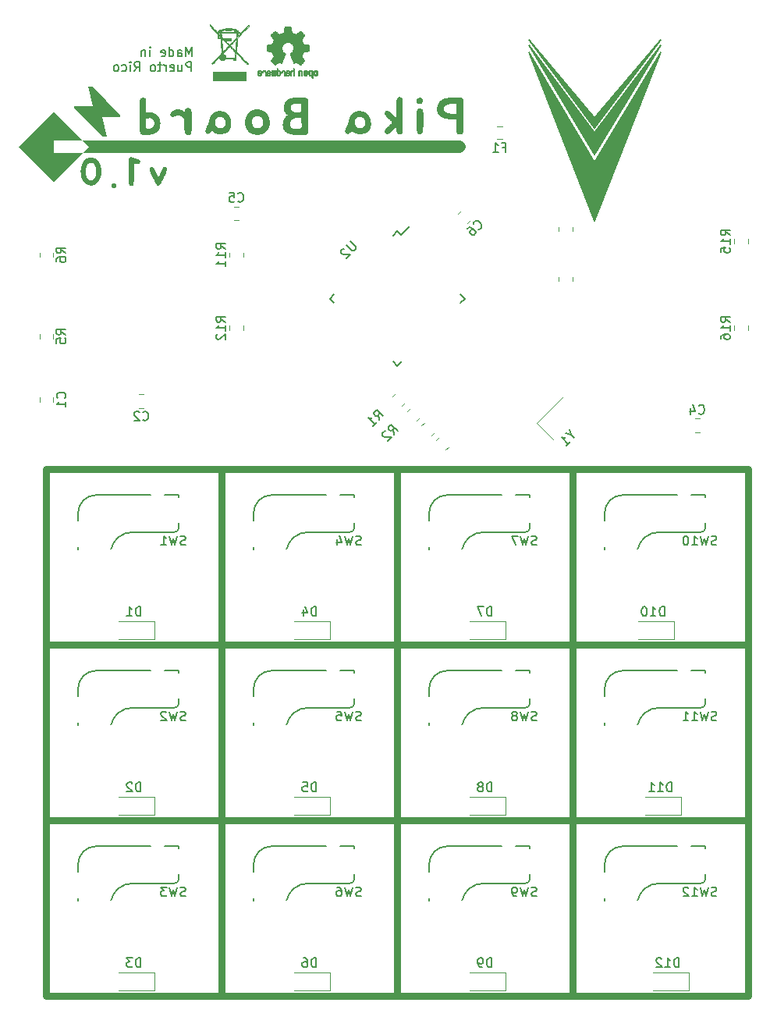
<source format=gbr>
%TF.GenerationSoftware,KiCad,Pcbnew,(6.0.9)*%
%TF.CreationDate,2022-12-04T20:55:25-04:00*%
%TF.ProjectId,pika-board,70696b61-2d62-46f6-9172-642e6b696361,rev?*%
%TF.SameCoordinates,Original*%
%TF.FileFunction,Legend,Bot*%
%TF.FilePolarity,Positive*%
%FSLAX46Y46*%
G04 Gerber Fmt 4.6, Leading zero omitted, Abs format (unit mm)*
G04 Created by KiCad (PCBNEW (6.0.9)) date 2022-12-04 20:55:25*
%MOMM*%
%LPD*%
G01*
G04 APERTURE LIST*
%ADD10C,0.000000*%
%ADD11C,0.150000*%
%ADD12C,0.750000*%
%ADD13C,0.120000*%
%ADD14C,0.010000*%
G04 APERTURE END LIST*
D10*
G36*
X45720793Y-64891442D02*
G01*
X45716676Y-64969037D01*
X45709979Y-65043966D01*
X45700702Y-65116228D01*
X45688845Y-65185824D01*
X45674409Y-65252753D01*
X45657393Y-65317016D01*
X45637797Y-65378612D01*
X45615622Y-65437542D01*
X45590867Y-65493805D01*
X45563532Y-65547402D01*
X45533618Y-65598332D01*
X45501124Y-65646596D01*
X45466050Y-65692193D01*
X45428396Y-65735124D01*
X45388163Y-65775388D01*
X45345350Y-65812986D01*
X45299553Y-65848117D01*
X45251756Y-65880982D01*
X45201959Y-65911580D01*
X45150162Y-65939911D01*
X45096365Y-65965976D01*
X45040569Y-65989775D01*
X44982772Y-66011307D01*
X44922976Y-66030572D01*
X44861179Y-66047571D01*
X44797383Y-66062304D01*
X44731587Y-66074770D01*
X44663791Y-66084969D01*
X44593996Y-66092902D01*
X44522200Y-66098568D01*
X44448405Y-66101968D01*
X44372610Y-66103101D01*
X43985788Y-66103101D01*
X43946975Y-66102657D01*
X43910109Y-66101323D01*
X43875191Y-66099100D01*
X43842219Y-66095989D01*
X43811194Y-66091989D01*
X43782117Y-66087100D01*
X43768308Y-66084323D01*
X43754987Y-66081323D01*
X43742152Y-66078102D01*
X43729803Y-66074658D01*
X43717923Y-66071658D01*
X43706443Y-66068346D01*
X43695362Y-66064724D01*
X43684681Y-66060790D01*
X43674399Y-66056546D01*
X43664516Y-66051990D01*
X43655032Y-66047124D01*
X43645947Y-66041946D01*
X43637259Y-66036458D01*
X43628970Y-66030658D01*
X43621079Y-66024548D01*
X43613586Y-66018126D01*
X43606491Y-66011394D01*
X43599792Y-66004350D01*
X43593491Y-65996996D01*
X43587587Y-65989331D01*
X43581321Y-65981265D01*
X43575322Y-65972711D01*
X43569589Y-65963668D01*
X43564123Y-65954135D01*
X43558923Y-65944114D01*
X43553990Y-65933604D01*
X43549324Y-65922604D01*
X43544924Y-65911116D01*
X43540791Y-65899139D01*
X43536925Y-65886673D01*
X43533325Y-65873718D01*
X43529992Y-65860274D01*
X43526926Y-65846341D01*
X43524126Y-65831919D01*
X43521594Y-65817008D01*
X43519327Y-65801609D01*
X43514020Y-65767745D01*
X43509410Y-65731570D01*
X43505501Y-65693084D01*
X43502295Y-65652286D01*
X43499796Y-65609177D01*
X43498007Y-65563757D01*
X43496932Y-65516026D01*
X43496573Y-65465985D01*
X43496573Y-65397722D01*
X44190577Y-65397722D01*
X44202068Y-65400476D01*
X44213723Y-65403053D01*
X44225546Y-65405452D01*
X44237539Y-65407674D01*
X44249706Y-65409718D01*
X44262049Y-65411585D01*
X44274573Y-65413275D01*
X44287279Y-65414788D01*
X44298864Y-65417542D01*
X44310796Y-65420118D01*
X44323074Y-65422517D01*
X44335700Y-65424739D01*
X44348673Y-65426784D01*
X44361994Y-65428651D01*
X44375662Y-65430341D01*
X44389677Y-65431853D01*
X44404000Y-65431765D01*
X44418498Y-65431498D01*
X44433169Y-65431055D01*
X44448014Y-65430433D01*
X44463033Y-65429633D01*
X44478226Y-65428655D01*
X44493593Y-65427499D01*
X44509134Y-65426165D01*
X44547495Y-65423454D01*
X44584342Y-65419587D01*
X44619677Y-65414565D01*
X44653499Y-65408387D01*
X44685809Y-65401054D01*
X44716607Y-65392566D01*
X44745893Y-65382921D01*
X44773668Y-65372122D01*
X44799931Y-65360167D01*
X44824682Y-65347056D01*
X44847923Y-65332791D01*
X44858976Y-65325224D01*
X44869652Y-65317369D01*
X44879950Y-65309225D01*
X44889870Y-65300793D01*
X44899413Y-65292071D01*
X44908578Y-65283061D01*
X44917365Y-65273762D01*
X44925775Y-65264174D01*
X44933807Y-65254297D01*
X44941462Y-65244131D01*
X44949165Y-65233354D01*
X44956599Y-65222354D01*
X44963764Y-65211133D01*
X44970659Y-65199689D01*
X44977285Y-65188023D01*
X44983643Y-65176134D01*
X44989732Y-65164024D01*
X44995553Y-65151691D01*
X45001105Y-65139136D01*
X45006389Y-65126359D01*
X45011406Y-65113360D01*
X45016155Y-65100138D01*
X45020637Y-65086695D01*
X45024852Y-65073029D01*
X45028799Y-65059142D01*
X45032480Y-65045032D01*
X45039085Y-65016591D01*
X45044612Y-64988148D01*
X45049064Y-64959705D01*
X45052441Y-64931262D01*
X45054745Y-64902818D01*
X45055978Y-64874375D01*
X45056140Y-64845932D01*
X45055235Y-64817491D01*
X45054384Y-64802625D01*
X45053220Y-64787893D01*
X45051742Y-64773294D01*
X45049951Y-64758828D01*
X45047848Y-64744495D01*
X45045431Y-64730296D01*
X45042701Y-64716230D01*
X45039657Y-64702298D01*
X45036301Y-64688499D01*
X45032631Y-64674833D01*
X45028648Y-64661300D01*
X45024353Y-64647901D01*
X45019744Y-64634635D01*
X45014821Y-64621503D01*
X45009586Y-64608504D01*
X45004038Y-64595638D01*
X44998201Y-64582282D01*
X44992052Y-64569238D01*
X44985590Y-64556505D01*
X44978814Y-64544083D01*
X44971727Y-64531973D01*
X44964327Y-64520174D01*
X44956615Y-64508686D01*
X44948592Y-64497509D01*
X44940257Y-64486643D01*
X44931610Y-64476088D01*
X44922652Y-64465845D01*
X44913383Y-64455912D01*
X44903803Y-64446291D01*
X44893913Y-64436981D01*
X44883712Y-64427981D01*
X44873201Y-64419293D01*
X44853307Y-64404182D01*
X44833409Y-64390138D01*
X44813508Y-64377161D01*
X44793605Y-64365251D01*
X44773699Y-64354407D01*
X44753792Y-64344630D01*
X44733882Y-64335920D01*
X44713971Y-64328276D01*
X44694058Y-64321699D01*
X44674144Y-64316189D01*
X44654228Y-64311745D01*
X44634312Y-64308368D01*
X44614394Y-64306057D01*
X44594477Y-64304812D01*
X44574558Y-64304634D01*
X44554640Y-64305522D01*
X44512882Y-64307390D01*
X44470055Y-64310146D01*
X44426159Y-64313790D01*
X44381191Y-64318323D01*
X44335151Y-64323744D01*
X44288036Y-64330055D01*
X44239845Y-64337254D01*
X44190577Y-64345342D01*
X44190577Y-65397722D01*
X43496573Y-65397722D01*
X43496573Y-62928895D01*
X43494491Y-62841431D01*
X43493797Y-62738326D01*
X43494491Y-62619578D01*
X43496573Y-62485189D01*
X43496706Y-62472456D01*
X43497106Y-62459857D01*
X43497773Y-62447391D01*
X43498706Y-62435059D01*
X43499906Y-62422859D01*
X43501373Y-62410793D01*
X43503106Y-62398861D01*
X43505106Y-62387062D01*
X43507373Y-62375396D01*
X43509906Y-62363863D01*
X43512706Y-62352464D01*
X43515772Y-62341198D01*
X43519105Y-62330065D01*
X43522704Y-62319066D01*
X43526570Y-62308200D01*
X43530703Y-62297467D01*
X43534407Y-62286912D01*
X43538375Y-62276580D01*
X43542607Y-62266469D01*
X43547103Y-62256581D01*
X43551863Y-62246915D01*
X43556887Y-62237472D01*
X43562177Y-62228250D01*
X43567731Y-62219251D01*
X43573550Y-62210474D01*
X43579634Y-62201919D01*
X43585984Y-62193586D01*
X43592599Y-62185476D01*
X43599480Y-62177587D01*
X43606628Y-62169920D01*
X43614041Y-62162476D01*
X43621721Y-62155253D01*
X43628950Y-62148298D01*
X43636400Y-62141653D01*
X43644070Y-62135320D01*
X43651960Y-62129298D01*
X43660072Y-62123587D01*
X43668404Y-62118187D01*
X43676958Y-62113099D01*
X43685733Y-62108321D01*
X43694730Y-62103855D01*
X43703949Y-62099700D01*
X43713390Y-62095856D01*
X43723054Y-62092323D01*
X43732939Y-62089102D01*
X43743048Y-62086191D01*
X43753379Y-62083591D01*
X43763933Y-62081302D01*
X43774015Y-62078658D01*
X43784318Y-62076414D01*
X43794840Y-62074569D01*
X43805582Y-62073125D01*
X43816544Y-62072080D01*
X43827727Y-62071436D01*
X43839129Y-62071191D01*
X43850752Y-62071347D01*
X43862595Y-62071902D01*
X43874658Y-62072858D01*
X43886941Y-62074213D01*
X43899444Y-62075969D01*
X43912167Y-62078124D01*
X43925111Y-62080680D01*
X43938274Y-62083635D01*
X43951658Y-62086991D01*
X43964257Y-62090657D01*
X43976456Y-62094545D01*
X43988255Y-62098655D01*
X43999654Y-62102987D01*
X44010653Y-62107542D01*
X44021253Y-62112320D01*
X44031452Y-62117319D01*
X44041251Y-62122541D01*
X44050651Y-62127985D01*
X44059650Y-62133652D01*
X44068250Y-62139540D01*
X44076450Y-62145652D01*
X44084250Y-62151985D01*
X44091649Y-62158541D01*
X44098649Y-62165319D01*
X44105249Y-62172319D01*
X44111516Y-62179519D01*
X44117515Y-62186897D01*
X44123248Y-62194453D01*
X44128714Y-62202186D01*
X44133914Y-62210097D01*
X44138847Y-62218186D01*
X44143513Y-62226452D01*
X44147913Y-62234896D01*
X44152046Y-62243518D01*
X44155912Y-62252317D01*
X44159512Y-62261294D01*
X44162845Y-62270449D01*
X44165911Y-62279781D01*
X44168711Y-62289291D01*
X44171243Y-62298979D01*
X44173510Y-62308844D01*
X44177510Y-62327600D01*
X44180977Y-62346887D01*
X44183910Y-62366708D01*
X44186310Y-62387062D01*
X44188177Y-62407948D01*
X44189510Y-62429369D01*
X44190310Y-62451323D01*
X44190577Y-62473812D01*
X44190577Y-63668406D01*
X44503443Y-63668406D01*
X44540182Y-63668071D01*
X44576431Y-63668493D01*
X44612190Y-63669670D01*
X44647459Y-63671603D01*
X44682238Y-63674291D01*
X44716528Y-63677735D01*
X44750327Y-63681935D01*
X44783637Y-63686890D01*
X44816457Y-63692601D01*
X44848787Y-63699067D01*
X44880627Y-63706289D01*
X44911978Y-63714267D01*
X44942838Y-63723000D01*
X44973209Y-63732489D01*
X45003089Y-63742733D01*
X45032480Y-63753734D01*
X45060664Y-63764711D01*
X45088315Y-63776310D01*
X45115432Y-63788532D01*
X45142015Y-63801376D01*
X45168064Y-63814842D01*
X45193578Y-63828930D01*
X45218558Y-63843641D01*
X45243004Y-63858973D01*
X45266915Y-63874928D01*
X45290290Y-63891505D01*
X45313131Y-63908704D01*
X45335436Y-63926525D01*
X45357205Y-63944968D01*
X45378439Y-63964033D01*
X45399137Y-63983720D01*
X45419298Y-64004029D01*
X45438209Y-64024207D01*
X45456542Y-64044917D01*
X45474299Y-64066160D01*
X45491478Y-64087937D01*
X45508080Y-64110246D01*
X45524104Y-64133089D01*
X45539550Y-64156465D01*
X45554419Y-64180374D01*
X45568709Y-64204817D01*
X45582420Y-64229793D01*
X45595553Y-64255302D01*
X45608106Y-64281345D01*
X45620081Y-64307921D01*
X45631477Y-64335030D01*
X45642293Y-64362674D01*
X45652529Y-64390850D01*
X45662144Y-64419471D01*
X45671047Y-64448448D01*
X45679236Y-64477780D01*
X45686712Y-64507467D01*
X45693474Y-64537510D01*
X45699524Y-64567908D01*
X45704860Y-64598662D01*
X45709483Y-64629771D01*
X45713393Y-64661235D01*
X45716590Y-64693055D01*
X45719073Y-64725231D01*
X45720844Y-64757762D01*
X45721901Y-64790648D01*
X45722245Y-64823891D01*
X45722002Y-64845932D01*
X45721875Y-64857488D01*
X45720793Y-64891442D01*
G37*
D11*
G36*
X92868750Y-68262500D02*
G01*
X85725000Y-56356250D01*
X92868750Y-65881250D01*
X100012500Y-56356250D01*
X92868750Y-68262500D01*
G37*
X92868750Y-68262500D02*
X85725000Y-56356250D01*
X92868750Y-65881250D01*
X100012500Y-56356250D01*
X92868750Y-68262500D01*
D10*
G36*
X41348421Y-63981672D02*
G01*
X41365358Y-64000556D01*
X41379851Y-64019170D01*
X41391597Y-64037382D01*
X41396343Y-64046297D01*
X41400289Y-64055063D01*
X41403395Y-64063663D01*
X41405625Y-64072081D01*
X41406938Y-64080300D01*
X41407298Y-64088305D01*
X41406667Y-64096079D01*
X41405006Y-64103605D01*
X41402278Y-64110868D01*
X41398444Y-64117850D01*
X41393466Y-64124536D01*
X41387306Y-64130909D01*
X41379927Y-64136952D01*
X41371290Y-64142651D01*
X41361356Y-64147987D01*
X41350089Y-64152945D01*
X41337449Y-64157509D01*
X41323400Y-64161661D01*
X41307902Y-64165386D01*
X41290918Y-64168668D01*
X41272410Y-64171490D01*
X41252339Y-64173835D01*
X41230668Y-64175687D01*
X41207359Y-64177031D01*
X41155672Y-64178125D01*
X39380716Y-64178125D01*
X39887922Y-66261719D01*
X39380716Y-66261719D01*
X36388807Y-63183953D01*
X36353220Y-63139305D01*
X36345646Y-63128771D01*
X36342633Y-63123177D01*
X36340169Y-63117399D01*
X36338277Y-63111465D01*
X36336981Y-63105400D01*
X36336306Y-63099230D01*
X36336276Y-63092982D01*
X36336914Y-63086682D01*
X36338245Y-63080355D01*
X36340294Y-63074028D01*
X36343083Y-63067728D01*
X36346638Y-63061480D01*
X36350981Y-63055310D01*
X36356138Y-63049245D01*
X36362133Y-63043311D01*
X36368989Y-63037534D01*
X36376731Y-63031940D01*
X36385383Y-63026555D01*
X36394968Y-63021405D01*
X36405512Y-63016517D01*
X36417037Y-63011917D01*
X36429569Y-63007631D01*
X36443131Y-63003685D01*
X36457747Y-63000106D01*
X36473442Y-62996918D01*
X36490239Y-62994150D01*
X36508163Y-62991826D01*
X36527238Y-62989973D01*
X36547488Y-62988617D01*
X36568936Y-62987784D01*
X36591608Y-62987500D01*
X38366568Y-62987500D01*
X37859362Y-60903907D01*
X38366568Y-60903907D01*
X41306436Y-63939344D01*
X41309132Y-63942326D01*
X41313335Y-63946756D01*
X41313856Y-63947205D01*
X41312838Y-63945954D01*
X41306436Y-63939344D01*
X41298283Y-63930326D01*
X41297187Y-63928962D01*
X41297131Y-63928794D01*
X41297466Y-63929036D01*
X41303607Y-63935070D01*
X41315384Y-63947205D01*
X41319620Y-63951569D01*
X41348421Y-63981672D01*
G37*
G36*
X46204451Y-69599108D02*
G01*
X46212389Y-69599422D01*
X46220326Y-69599967D01*
X46228264Y-69600744D01*
X46236202Y-69601753D01*
X46244139Y-69602993D01*
X46252077Y-69604465D01*
X46259965Y-69606151D01*
X46267753Y-69608036D01*
X46275443Y-69610120D01*
X46283033Y-69612402D01*
X46290524Y-69614883D01*
X46297915Y-69617561D01*
X46305208Y-69620439D01*
X46312401Y-69623515D01*
X46319496Y-69626789D01*
X46326491Y-69630262D01*
X46333386Y-69633933D01*
X46340183Y-69637802D01*
X46346880Y-69641870D01*
X46353478Y-69646137D01*
X46359977Y-69650601D01*
X46366377Y-69655265D01*
X46372578Y-69660127D01*
X46378482Y-69665187D01*
X46384087Y-69670445D01*
X46389395Y-69675902D01*
X46394406Y-69681558D01*
X46399119Y-69687412D01*
X46403534Y-69693464D01*
X46407651Y-69699715D01*
X46411471Y-69706164D01*
X46414993Y-69712811D01*
X46418218Y-69719657D01*
X46421144Y-69726702D01*
X46423774Y-69733945D01*
X46426106Y-69741386D01*
X46428140Y-69749026D01*
X46429876Y-69756865D01*
X46432790Y-69773797D01*
X46435180Y-69790730D01*
X46437043Y-69807664D01*
X46438376Y-69824598D01*
X46439176Y-69841532D01*
X46439438Y-69858466D01*
X46439161Y-69875399D01*
X46438341Y-69892331D01*
X46436122Y-69908206D01*
X46433629Y-69924081D01*
X46430864Y-69939956D01*
X46427825Y-69955831D01*
X46424514Y-69971706D01*
X46420929Y-69987581D01*
X46417072Y-70003456D01*
X46412943Y-70019331D01*
X46407611Y-70035074D01*
X46402132Y-70050553D01*
X46396512Y-70065767D01*
X46390751Y-70080716D01*
X46384855Y-70095401D01*
X46378825Y-70109821D01*
X46372664Y-70123975D01*
X46366377Y-70137865D01*
X46353947Y-70165115D01*
X46342051Y-70191838D01*
X46330676Y-70218033D01*
X46319811Y-70243698D01*
X46244701Y-70416209D01*
X46211090Y-70492144D01*
X46180109Y-70561198D01*
X46124068Y-70681848D01*
X46074278Y-70789798D01*
X46025626Y-70883989D01*
X45981142Y-70971830D01*
X45957631Y-71014959D01*
X45933550Y-71059673D01*
X45908924Y-71105974D01*
X45883776Y-71153865D01*
X45870824Y-71180587D01*
X45857351Y-71209954D01*
X45843332Y-71241969D01*
X45828741Y-71276630D01*
X45811582Y-71310496D01*
X45793852Y-71344364D01*
X45775575Y-71378232D01*
X45756777Y-71412098D01*
X45747190Y-71427841D01*
X45737475Y-71443319D01*
X45727630Y-71458533D01*
X45717652Y-71473482D01*
X45707537Y-71488167D01*
X45697283Y-71502587D01*
X45686886Y-71516742D01*
X45676344Y-71530631D01*
X45670521Y-71537394D01*
X45664661Y-71543925D01*
X45658765Y-71550225D01*
X45652833Y-71556294D01*
X45646865Y-71562131D01*
X45640862Y-71567737D01*
X45634823Y-71573111D01*
X45628751Y-71578254D01*
X45622644Y-71583166D01*
X45616504Y-71587846D01*
X45610330Y-71592294D01*
X45604124Y-71596511D01*
X45597885Y-71600497D01*
X45591614Y-71604251D01*
X45585311Y-71607773D01*
X45578978Y-71611064D01*
X45573727Y-71614619D01*
X45568541Y-71617876D01*
X45563420Y-71620836D01*
X45558364Y-71623498D01*
X45553373Y-71625863D01*
X45548448Y-71627931D01*
X45543588Y-71629701D01*
X45538792Y-71631173D01*
X45534062Y-71632347D01*
X45529397Y-71633224D01*
X45524797Y-71633803D01*
X45520263Y-71634084D01*
X45515793Y-71634068D01*
X45511389Y-71633753D01*
X45507049Y-71633141D01*
X45502775Y-71632231D01*
X45497492Y-71632643D01*
X45492208Y-71632825D01*
X45486924Y-71632775D01*
X45481639Y-71632494D01*
X45476354Y-71631981D01*
X45471068Y-71631237D01*
X45465780Y-71630261D01*
X45460492Y-71629055D01*
X45455201Y-71627616D01*
X45449909Y-71625946D01*
X45444615Y-71624045D01*
X45439319Y-71621912D01*
X45434020Y-71619547D01*
X45428719Y-71616951D01*
X45423415Y-71614123D01*
X45418108Y-71611064D01*
X45411792Y-71607773D01*
X45405544Y-71604251D01*
X45399364Y-71600497D01*
X45393250Y-71596511D01*
X45387203Y-71592294D01*
X45381223Y-71587846D01*
X45375308Y-71583166D01*
X45369459Y-71578254D01*
X45363675Y-71573111D01*
X45357956Y-71567737D01*
X45352301Y-71562131D01*
X45346710Y-71556294D01*
X45341182Y-71550225D01*
X45335718Y-71543925D01*
X45330316Y-71537394D01*
X45324976Y-71530631D01*
X45313492Y-71516742D01*
X45302259Y-71502587D01*
X45291281Y-71488167D01*
X45280560Y-71473482D01*
X45270099Y-71458533D01*
X45259901Y-71443319D01*
X45249970Y-71427841D01*
X45240309Y-71412098D01*
X45230920Y-71395165D01*
X45221801Y-71378232D01*
X45212949Y-71361298D01*
X45204360Y-71344364D01*
X45196031Y-71327430D01*
X45187960Y-71310496D01*
X45180144Y-71293563D01*
X45172579Y-71276630D01*
X45156211Y-71241969D01*
X45140860Y-71209954D01*
X45126552Y-71180587D01*
X45113310Y-71153865D01*
X45049835Y-71029246D01*
X44990577Y-70909389D01*
X44935536Y-70794296D01*
X44884710Y-70683965D01*
X44835277Y-70575486D01*
X44784218Y-70465949D01*
X44731547Y-70355354D01*
X44677275Y-70243698D01*
X44655083Y-70193957D01*
X44643157Y-70166706D01*
X44630709Y-70137865D01*
X44623448Y-70121990D01*
X44616447Y-70106115D01*
X44609706Y-70090240D01*
X44603226Y-70074365D01*
X44597006Y-70058490D01*
X44591046Y-70042615D01*
X44585347Y-70026740D01*
X44579908Y-70010864D01*
X44574843Y-69993998D01*
X44570164Y-69977264D01*
X44565872Y-69960662D01*
X44561968Y-69944191D01*
X44558455Y-69927853D01*
X44555334Y-69911646D01*
X44552607Y-69895572D01*
X44550276Y-69879631D01*
X44549332Y-69871743D01*
X44548584Y-69863954D01*
X44548031Y-69856265D01*
X44547674Y-69848675D01*
X44547514Y-69841184D01*
X44547549Y-69833792D01*
X44547781Y-69826499D01*
X44548210Y-69819306D01*
X44548835Y-69812212D01*
X44549658Y-69805217D01*
X44550677Y-69798321D01*
X44551894Y-69791525D01*
X44553309Y-69784827D01*
X44554922Y-69778229D01*
X44556732Y-69771731D01*
X44558741Y-69765331D01*
X44562033Y-69756981D01*
X44565557Y-69748862D01*
X44569313Y-69740975D01*
X44573301Y-69733319D01*
X44577521Y-69725894D01*
X44581973Y-69718700D01*
X44586655Y-69711738D01*
X44591569Y-69705008D01*
X44596714Y-69698509D01*
X44602089Y-69692241D01*
X44607695Y-69686205D01*
X44613532Y-69680400D01*
X44619598Y-69674827D01*
X44625895Y-69669486D01*
X44632421Y-69664376D01*
X44639177Y-69659497D01*
X44645577Y-69654322D01*
X44652076Y-69649379D01*
X44658674Y-69644666D01*
X44665371Y-69640185D01*
X44672167Y-69635936D01*
X44679063Y-69631917D01*
X44686058Y-69628130D01*
X44693152Y-69624575D01*
X44700345Y-69621251D01*
X44707637Y-69618158D01*
X44715029Y-69615297D01*
X44722520Y-69612667D01*
X44730110Y-69610269D01*
X44737800Y-69608103D01*
X44745589Y-69606168D01*
X44753477Y-69604465D01*
X44761399Y-69602993D01*
X44769290Y-69601753D01*
X44777149Y-69600744D01*
X44784976Y-69599967D01*
X44792770Y-69599422D01*
X44800531Y-69599108D01*
X44808259Y-69599025D01*
X44815952Y-69599174D01*
X44823612Y-69599555D01*
X44831237Y-69600167D01*
X44838828Y-69601010D01*
X44846382Y-69602085D01*
X44853902Y-69603391D01*
X44861385Y-69604929D01*
X44868832Y-69606698D01*
X44876242Y-69608698D01*
X44883575Y-69610401D01*
X44890740Y-69612336D01*
X44897739Y-69614503D01*
X44904571Y-69616901D01*
X44911236Y-69619530D01*
X44917735Y-69622391D01*
X44924067Y-69625484D01*
X44930234Y-69628808D01*
X44936235Y-69632363D01*
X44942070Y-69636150D01*
X44947739Y-69640169D01*
X44953244Y-69644419D01*
X44958583Y-69648900D01*
X44963757Y-69653612D01*
X44968767Y-69658556D01*
X44973612Y-69663732D01*
X44992332Y-69684236D01*
X45010393Y-69705534D01*
X45027794Y-69727627D01*
X45044534Y-69750514D01*
X45060610Y-69774195D01*
X45076021Y-69798670D01*
X45090765Y-69823937D01*
X45104841Y-69849997D01*
X45155643Y-69956886D01*
X45206442Y-70065897D01*
X45232938Y-70122516D01*
X45257276Y-70173846D01*
X45279481Y-70219884D01*
X45299578Y-70260631D01*
X45316542Y-70297937D01*
X45333493Y-70333656D01*
X45350421Y-70367787D01*
X45367312Y-70400331D01*
X45382441Y-70432346D01*
X45398067Y-70464891D01*
X45414191Y-70497964D01*
X45430811Y-70531565D01*
X45439424Y-70547969D01*
X45448298Y-70565431D01*
X45466826Y-70603529D01*
X45486397Y-70645862D01*
X45507010Y-70692430D01*
X45537720Y-70629722D01*
X45570526Y-70564370D01*
X45605441Y-70496372D01*
X45642477Y-70425731D01*
X45711317Y-70287093D01*
X45773710Y-70159031D01*
X45786681Y-70132572D01*
X45800184Y-70103996D01*
X45814208Y-70073305D01*
X45828741Y-70040499D01*
X45835228Y-70022571D01*
X45841984Y-70004777D01*
X45849007Y-69987115D01*
X45856293Y-69969586D01*
X45863839Y-69952190D01*
X45871643Y-69934926D01*
X45879701Y-69917796D01*
X45888010Y-69900798D01*
X45895513Y-69882937D01*
X45903141Y-69865342D01*
X45910892Y-69848012D01*
X45918767Y-69830946D01*
X45926766Y-69814146D01*
X45934890Y-69797610D01*
X45943137Y-69781338D01*
X45951510Y-69765331D01*
X45955767Y-69757493D01*
X45960055Y-69749853D01*
X45964374Y-69742412D01*
X45968726Y-69735169D01*
X45973109Y-69728124D01*
X45977524Y-69721278D01*
X45981971Y-69714630D01*
X45986451Y-69708181D01*
X45990963Y-69701930D01*
X45995508Y-69695878D01*
X46000086Y-69690024D01*
X46004697Y-69684369D01*
X46009342Y-69678912D01*
X46014020Y-69673653D01*
X46018732Y-69668593D01*
X46023478Y-69663732D01*
X46028339Y-69658556D01*
X46033399Y-69653612D01*
X46038657Y-69648900D01*
X46044114Y-69644419D01*
X46049770Y-69640169D01*
X46055623Y-69636150D01*
X46061676Y-69632363D01*
X46067927Y-69628808D01*
X46074376Y-69625484D01*
X46081024Y-69622391D01*
X46087870Y-69619530D01*
X46094915Y-69616901D01*
X46102158Y-69614503D01*
X46109599Y-69612336D01*
X46117240Y-69610401D01*
X46125078Y-69608698D01*
X46133015Y-69606698D01*
X46140953Y-69604929D01*
X46148890Y-69603391D01*
X46156827Y-69602085D01*
X46164764Y-69601010D01*
X46172702Y-69600167D01*
X46180639Y-69599555D01*
X46188576Y-69599174D01*
X46196514Y-69599025D01*
X46204451Y-69599108D01*
G37*
G36*
X57601943Y-64806424D02*
G01*
X57600855Y-64845222D01*
X57598747Y-64883931D01*
X57595617Y-64922551D01*
X57591468Y-64961082D01*
X57586298Y-64999524D01*
X57579498Y-65036966D01*
X57571898Y-65073918D01*
X57563498Y-65110382D01*
X57554299Y-65146358D01*
X57544299Y-65181844D01*
X57533500Y-65216842D01*
X57521901Y-65251351D01*
X57509502Y-65285372D01*
X57496302Y-65318903D01*
X57482303Y-65351946D01*
X57467504Y-65384500D01*
X57451905Y-65416565D01*
X57435507Y-65448141D01*
X57418308Y-65479228D01*
X57400309Y-65509826D01*
X57381510Y-65539936D01*
X57361215Y-65569467D01*
X57340166Y-65598332D01*
X57318364Y-65626530D01*
X57295808Y-65654062D01*
X57272497Y-65680927D01*
X57248432Y-65707125D01*
X57223612Y-65732657D01*
X57198037Y-65757522D01*
X57171708Y-65781721D01*
X57144623Y-65805253D01*
X57116783Y-65828118D01*
X57088187Y-65850317D01*
X57058835Y-65871849D01*
X57028728Y-65892714D01*
X56997864Y-65912913D01*
X56966244Y-65932445D01*
X56933217Y-65951111D01*
X56899569Y-65968709D01*
X56865301Y-65985242D01*
X56830413Y-66000707D01*
X56794903Y-66015107D01*
X56758772Y-66028439D01*
X56722020Y-66040705D01*
X56684646Y-66051904D01*
X56646651Y-66062037D01*
X56608034Y-66071103D01*
X56568794Y-66079103D01*
X56528933Y-66086035D01*
X56488449Y-66091902D01*
X56447342Y-66096702D01*
X56405613Y-66100435D01*
X56363260Y-66103101D01*
X56316150Y-66106568D01*
X56268682Y-66108434D01*
X56220857Y-66108701D01*
X56172678Y-66107368D01*
X56124144Y-66104435D01*
X56075259Y-66099902D01*
X56026023Y-66093769D01*
X55976439Y-66086036D01*
X55927122Y-66078126D01*
X55878686Y-66068616D01*
X55831135Y-66057505D01*
X55784468Y-66044794D01*
X55738688Y-66030483D01*
X55693796Y-66014572D01*
X55649794Y-65997062D01*
X55606684Y-65977953D01*
X55574252Y-65961778D01*
X55542345Y-65944534D01*
X55510965Y-65926224D01*
X55480114Y-65906847D01*
X55449797Y-65886403D01*
X55420017Y-65864892D01*
X55390776Y-65842316D01*
X55362078Y-65818674D01*
X55347300Y-65805786D01*
X55332833Y-65792720D01*
X55318676Y-65779477D01*
X55304830Y-65766056D01*
X55291294Y-65752457D01*
X55278070Y-65738680D01*
X55265157Y-65724726D01*
X55252555Y-65710593D01*
X55240265Y-65696283D01*
X55228287Y-65681795D01*
X55216621Y-65667130D01*
X55205267Y-65652286D01*
X55194226Y-65637265D01*
X55183497Y-65622065D01*
X55173081Y-65606688D01*
X55162977Y-65591133D01*
X55142741Y-65556823D01*
X55123259Y-65522159D01*
X55104531Y-65487139D01*
X55086556Y-65451763D01*
X55069336Y-65416031D01*
X55052870Y-65379944D01*
X55037159Y-65343502D01*
X55022203Y-65306704D01*
X55008001Y-65269550D01*
X54994555Y-65232041D01*
X54981864Y-65194177D01*
X54969929Y-65155957D01*
X54958749Y-65117382D01*
X54948325Y-65078451D01*
X54929747Y-64999524D01*
X54921859Y-64959727D01*
X54915261Y-64919975D01*
X54909952Y-64880267D01*
X54905933Y-64840603D01*
X54903202Y-64800984D01*
X54901761Y-64761409D01*
X54901608Y-64721878D01*
X54902584Y-64687966D01*
X55663163Y-64687966D01*
X55663378Y-64711810D01*
X55664216Y-64735431D01*
X55665678Y-64758830D01*
X55667763Y-64782007D01*
X55670472Y-64804961D01*
X55673803Y-64827693D01*
X55677758Y-64850203D01*
X55682336Y-64872491D01*
X55687537Y-64894556D01*
X55693362Y-64916399D01*
X55699810Y-64938019D01*
X55706880Y-64959418D01*
X55714575Y-64980593D01*
X55722892Y-65001547D01*
X55731833Y-65022278D01*
X55740632Y-65042699D01*
X55749965Y-65062719D01*
X55759830Y-65082340D01*
X55770230Y-65101561D01*
X55781162Y-65120382D01*
X55792628Y-65138804D01*
X55804627Y-65156825D01*
X55817160Y-65174447D01*
X55830226Y-65191668D01*
X55843825Y-65208490D01*
X55857958Y-65224911D01*
X55872624Y-65240933D01*
X55887823Y-65256554D01*
X55903556Y-65271775D01*
X55919821Y-65286596D01*
X55936621Y-65301017D01*
X55953865Y-65314061D01*
X55971465Y-65326172D01*
X55989421Y-65337349D01*
X56007734Y-65347593D01*
X56026402Y-65356903D01*
X56045426Y-65365280D01*
X56064805Y-65372724D01*
X56084539Y-65379234D01*
X56104628Y-65384811D01*
X56125072Y-65389455D01*
X56145871Y-65393166D01*
X56167024Y-65395943D01*
X56188531Y-65397787D01*
X56210393Y-65398699D01*
X56232608Y-65398677D01*
X56255177Y-65397722D01*
X56294834Y-65394168D01*
X56334131Y-65389192D01*
X56373068Y-65382793D01*
X56411646Y-65374971D01*
X56449864Y-65365727D01*
X56487722Y-65355061D01*
X56525220Y-65342971D01*
X56562359Y-65329460D01*
X56580483Y-65322237D01*
X56597898Y-65314793D01*
X56614602Y-65307126D01*
X56630596Y-65299237D01*
X56645881Y-65291127D01*
X56660455Y-65282794D01*
X56674320Y-65274239D01*
X56687474Y-65265462D01*
X56699918Y-65256462D01*
X56711652Y-65247241D01*
X56722677Y-65237797D01*
X56732991Y-65228132D01*
X56742595Y-65218244D01*
X56751489Y-65208133D01*
X56759673Y-65197801D01*
X56767147Y-65187246D01*
X56775546Y-65174358D01*
X56783679Y-65161292D01*
X56791545Y-65148049D01*
X56799145Y-65134627D01*
X56806477Y-65121029D01*
X56813543Y-65107252D01*
X56826876Y-65079165D01*
X56839142Y-65050367D01*
X56850341Y-65020858D01*
X56860474Y-64990637D01*
X56869541Y-64959704D01*
X56876015Y-64927085D01*
X56881249Y-64894644D01*
X56885242Y-64862380D01*
X56887995Y-64830293D01*
X56889508Y-64798384D01*
X56889781Y-64766652D01*
X56888814Y-64735097D01*
X56886606Y-64703720D01*
X56883239Y-64671190D01*
X56878797Y-64639015D01*
X56873281Y-64607194D01*
X56866696Y-64575729D01*
X56859044Y-64544620D01*
X56850329Y-64513866D01*
X56840553Y-64483467D01*
X56829720Y-64453424D01*
X56823883Y-64438647D01*
X56817734Y-64424181D01*
X56811271Y-64410026D01*
X56804496Y-64396183D01*
X56797409Y-64382650D01*
X56790009Y-64369428D01*
X56782298Y-64356518D01*
X56774274Y-64343918D01*
X56765939Y-64331630D01*
X56757292Y-64319653D01*
X56748334Y-64307987D01*
X56739066Y-64296632D01*
X56729486Y-64285588D01*
X56719595Y-64274856D01*
X56709394Y-64264435D01*
X56698883Y-64254325D01*
X56687343Y-64243837D01*
X56675493Y-64233705D01*
X56663333Y-64223928D01*
X56650862Y-64214506D01*
X56638082Y-64205440D01*
X56624991Y-64196730D01*
X56611591Y-64188375D01*
X56597880Y-64180376D01*
X56583859Y-64172732D01*
X56569528Y-64165444D01*
X56554887Y-64158511D01*
X56539936Y-64151933D01*
X56524675Y-64145711D01*
X56509103Y-64139845D01*
X56493222Y-64134333D01*
X56477030Y-64129177D01*
X56460682Y-64123689D01*
X56444332Y-64118601D01*
X56427979Y-64113913D01*
X56411625Y-64109624D01*
X56395268Y-64105735D01*
X56378911Y-64102246D01*
X56362553Y-64099157D01*
X56346194Y-64096468D01*
X56329836Y-64094179D01*
X56313478Y-64092290D01*
X56297120Y-64090801D01*
X56280764Y-64089712D01*
X56264409Y-64089023D01*
X56248057Y-64088734D01*
X56231706Y-64088846D01*
X56215359Y-64089358D01*
X56198360Y-64089580D01*
X56181494Y-64090246D01*
X56164761Y-64091357D01*
X56148162Y-64092912D01*
X56131697Y-64094912D01*
X56115364Y-64097356D01*
X56099165Y-64100244D01*
X56083100Y-64103577D01*
X56067167Y-64107355D01*
X56051368Y-64111577D01*
X56035703Y-64116243D01*
X56020170Y-64121354D01*
X56004771Y-64126909D01*
X55989506Y-64132909D01*
X55974373Y-64139354D01*
X55959374Y-64146243D01*
X55943945Y-64152887D01*
X55928963Y-64160020D01*
X55914427Y-64167642D01*
X55900337Y-64175753D01*
X55886692Y-64184353D01*
X55873493Y-64193441D01*
X55860740Y-64203019D01*
X55848431Y-64213085D01*
X55836567Y-64223640D01*
X55825148Y-64234684D01*
X55814174Y-64246217D01*
X55803644Y-64258238D01*
X55793558Y-64270748D01*
X55783916Y-64283747D01*
X55774717Y-64297234D01*
X55765963Y-64311211D01*
X55754238Y-64331255D01*
X55743223Y-64351565D01*
X55732918Y-64372142D01*
X55723323Y-64392985D01*
X55714439Y-64414094D01*
X55706264Y-64435471D01*
X55698800Y-64457113D01*
X55692045Y-64479023D01*
X55686001Y-64501199D01*
X55680666Y-64523641D01*
X55676042Y-64546351D01*
X55672127Y-64569327D01*
X55668923Y-64592570D01*
X55666429Y-64616080D01*
X55664645Y-64639857D01*
X55663570Y-64663900D01*
X55663163Y-64687966D01*
X54902584Y-64687966D01*
X54902744Y-64682391D01*
X54905168Y-64642949D01*
X54908880Y-64603551D01*
X54913880Y-64564198D01*
X54920167Y-64524889D01*
X54927742Y-64485624D01*
X54936605Y-64446404D01*
X54946754Y-64407228D01*
X54958191Y-64368096D01*
X54970357Y-64323920D01*
X54984132Y-64279566D01*
X54999514Y-64235034D01*
X55016498Y-64190326D01*
X55035083Y-64145440D01*
X55055264Y-64100377D01*
X55077039Y-64055136D01*
X55100405Y-64009718D01*
X55112620Y-63986475D01*
X55125104Y-63963676D01*
X55137857Y-63941322D01*
X55150878Y-63919412D01*
X55164168Y-63897946D01*
X55177725Y-63876925D01*
X55191550Y-63856348D01*
X55205642Y-63836216D01*
X55220001Y-63816528D01*
X55234626Y-63797285D01*
X55249517Y-63778486D01*
X55264673Y-63760131D01*
X55280094Y-63742222D01*
X55295781Y-63724756D01*
X55311731Y-63707736D01*
X55327946Y-63691160D01*
X55347996Y-63672227D01*
X55368310Y-63653829D01*
X55388888Y-63635963D01*
X55409731Y-63618631D01*
X55430839Y-63601832D01*
X55452212Y-63585566D01*
X55473852Y-63569834D01*
X55495758Y-63554635D01*
X55517930Y-63539969D01*
X55540369Y-63525836D01*
X55563076Y-63512237D01*
X55586051Y-63499171D01*
X55609294Y-63486639D01*
X55632805Y-63474640D01*
X55656586Y-63463174D01*
X55680636Y-63452241D01*
X55727833Y-63431887D01*
X55775564Y-63413488D01*
X55823827Y-63397045D01*
X55872624Y-63382558D01*
X55921955Y-63370025D01*
X55971818Y-63359448D01*
X56022215Y-63350826D01*
X56073145Y-63344158D01*
X56122996Y-63339446D01*
X56173031Y-63336690D01*
X56223249Y-63335889D01*
X56273649Y-63337045D01*
X56324228Y-63340156D01*
X56374986Y-63345223D01*
X56425920Y-63352246D01*
X56477030Y-63361224D01*
X56527961Y-63371980D01*
X56578359Y-63384335D01*
X56628222Y-63398289D01*
X56677553Y-63413843D01*
X56726350Y-63430997D01*
X56774613Y-63449751D01*
X56822344Y-63470105D01*
X56869541Y-63492061D01*
X56899161Y-63506681D01*
X56928291Y-63522102D01*
X56956932Y-63538323D01*
X56985084Y-63555344D01*
X57012746Y-63573166D01*
X57039919Y-63591787D01*
X57066604Y-63611209D01*
X57092800Y-63631430D01*
X57118508Y-63652451D01*
X57143727Y-63674273D01*
X57168459Y-63696894D01*
X57192703Y-63720315D01*
X57216459Y-63744535D01*
X57239728Y-63769556D01*
X57262509Y-63795376D01*
X57284803Y-63821996D01*
X57305824Y-63848817D01*
X57326222Y-63876661D01*
X57345996Y-63905526D01*
X57365148Y-63935413D01*
X57383678Y-63966323D01*
X57401585Y-63998254D01*
X57418870Y-64031207D01*
X57435533Y-64065183D01*
X57451575Y-64100181D01*
X57466995Y-64136200D01*
X57481794Y-64173242D01*
X57495972Y-64211306D01*
X57509529Y-64250392D01*
X57522465Y-64290501D01*
X57534781Y-64331632D01*
X57546476Y-64373785D01*
X57556631Y-64413559D01*
X57565763Y-64453245D01*
X57573871Y-64492842D01*
X57580958Y-64532351D01*
X57587021Y-64571770D01*
X57592063Y-64611101D01*
X57596082Y-64650343D01*
X57599079Y-64689497D01*
X57601055Y-64728561D01*
X57601988Y-64766652D01*
X57602010Y-64767537D01*
X57601943Y-64806424D01*
G37*
G36*
X61793613Y-65728368D02*
G01*
X61793347Y-65734768D01*
X61792905Y-65741168D01*
X61792285Y-65747567D01*
X61791488Y-65753967D01*
X61790513Y-65760367D01*
X61789360Y-65766766D01*
X61788029Y-65773166D01*
X61786519Y-65779565D01*
X61784831Y-65785965D01*
X61782965Y-65792365D01*
X61780919Y-65798764D01*
X61778695Y-65805164D01*
X61776291Y-65811564D01*
X61773708Y-65817963D01*
X61770945Y-65824363D01*
X61766325Y-65846851D01*
X61760997Y-65868805D01*
X61754959Y-65890226D01*
X61751673Y-65900736D01*
X61748209Y-65911113D01*
X61744567Y-65921356D01*
X61740746Y-65931466D01*
X61736746Y-65941443D01*
X61732568Y-65951287D01*
X61728210Y-65960998D01*
X61723674Y-65970575D01*
X61718958Y-65980019D01*
X61714062Y-65989331D01*
X61708181Y-65997708D01*
X61701901Y-66005774D01*
X61695220Y-66013530D01*
X61688138Y-66020974D01*
X61680656Y-66028107D01*
X61672773Y-66034929D01*
X61664489Y-66041440D01*
X61655803Y-66047640D01*
X61646716Y-66053528D01*
X61637227Y-66059106D01*
X61627337Y-66064372D01*
X61617044Y-66069328D01*
X61606349Y-66073971D01*
X61595251Y-66078304D01*
X61583751Y-66082326D01*
X61571848Y-66086036D01*
X61516211Y-66096700D01*
X61460223Y-66105943D01*
X61403882Y-66113765D01*
X61347184Y-66120165D01*
X61290126Y-66125143D01*
X61232705Y-66128699D01*
X61174919Y-66130832D01*
X61116764Y-66131544D01*
X60998371Y-66133679D01*
X60882112Y-66134391D01*
X60767986Y-66133679D01*
X60655993Y-66131544D01*
X60611221Y-66131188D01*
X60565013Y-66130122D01*
X60517373Y-66128345D01*
X60468304Y-66125857D01*
X60417808Y-66122657D01*
X60365890Y-66118746D01*
X60312551Y-66114124D01*
X60257795Y-66108790D01*
X60203224Y-66102834D01*
X60150436Y-66096345D01*
X60099427Y-66089324D01*
X60050195Y-66081769D01*
X60002737Y-66073682D01*
X59957049Y-66065060D01*
X59913129Y-66055905D01*
X59870974Y-66046216D01*
X59833043Y-66038061D01*
X59796045Y-66029240D01*
X59759981Y-66019752D01*
X59724850Y-66009597D01*
X59690652Y-65998775D01*
X59657387Y-65987287D01*
X59625055Y-65975132D01*
X59593657Y-65962310D01*
X59563192Y-65948821D01*
X59533660Y-65934666D01*
X59505062Y-65919845D01*
X59477397Y-65904356D01*
X59450665Y-65888202D01*
X59424867Y-65871381D01*
X59400002Y-65853893D01*
X59376070Y-65835740D01*
X59352330Y-65816363D01*
X59329431Y-65796631D01*
X59307373Y-65776543D01*
X59286157Y-65756099D01*
X59265782Y-65735300D01*
X59246250Y-65714146D01*
X59227560Y-65692636D01*
X59209713Y-65670770D01*
X59192710Y-65648549D01*
X59176550Y-65625973D01*
X59161234Y-65603041D01*
X59146763Y-65579753D01*
X59133137Y-65556110D01*
X59120356Y-65532112D01*
X59108421Y-65507759D01*
X59097332Y-65483050D01*
X59086348Y-65457340D01*
X59076118Y-65431408D01*
X59066640Y-65405254D01*
X59057917Y-65378878D01*
X59049947Y-65352279D01*
X59042730Y-65325459D01*
X59036267Y-65298415D01*
X59030557Y-65271150D01*
X59025601Y-65243663D01*
X59021398Y-65215953D01*
X59017948Y-65188022D01*
X59015252Y-65159868D01*
X59013310Y-65131492D01*
X59012121Y-65102894D01*
X59011685Y-65074074D01*
X59012003Y-65045032D01*
X59013162Y-64985392D01*
X59015743Y-64941218D01*
X59814110Y-64941218D01*
X59814177Y-64956861D01*
X59814644Y-64972504D01*
X59815510Y-64988147D01*
X59816777Y-65003790D01*
X59818444Y-65019433D01*
X59820510Y-65035076D01*
X59822977Y-65050720D01*
X59825843Y-65066363D01*
X59829109Y-65082007D01*
X59832775Y-65097651D01*
X59836842Y-65113295D01*
X59840590Y-65128116D01*
X59844693Y-65142715D01*
X59849148Y-65157092D01*
X59853957Y-65171247D01*
X59859120Y-65185179D01*
X59864636Y-65198889D01*
X59870505Y-65212377D01*
X59876728Y-65225642D01*
X59883305Y-65238686D01*
X59890235Y-65251507D01*
X59897518Y-65264106D01*
X59905155Y-65276483D01*
X59913145Y-65288638D01*
X59921488Y-65300571D01*
X59930185Y-65312282D01*
X59939236Y-65323771D01*
X59948213Y-65333525D01*
X59958081Y-65342880D01*
X59968838Y-65351835D01*
X59980484Y-65360390D01*
X59993019Y-65368545D01*
X60006443Y-65376300D01*
X60020756Y-65383656D01*
X60035958Y-65390611D01*
X60052048Y-65397167D01*
X60069026Y-65403322D01*
X60086891Y-65409078D01*
X60105645Y-65414433D01*
X60125286Y-65419389D01*
X60145814Y-65423944D01*
X60167229Y-65428099D01*
X60189531Y-65431853D01*
X60234980Y-65438696D01*
X60280243Y-65445007D01*
X60325319Y-65450785D01*
X60370209Y-65456030D01*
X60414913Y-65460741D01*
X60459431Y-65464919D01*
X60503763Y-65468563D01*
X60547909Y-65471673D01*
X60583119Y-65472652D01*
X60617612Y-65472742D01*
X60651389Y-65471943D01*
X60684451Y-65470254D01*
X60716800Y-65467676D01*
X60748437Y-65464209D01*
X60779364Y-65459853D01*
X60809582Y-65454607D01*
X60824293Y-65451607D01*
X60838560Y-65448295D01*
X60852384Y-65444673D01*
X60865763Y-65440739D01*
X60878699Y-65436495D01*
X60891189Y-65431939D01*
X60903236Y-65427073D01*
X60914837Y-65421895D01*
X60925994Y-65416407D01*
X60936706Y-65410607D01*
X60946972Y-65404497D01*
X60956793Y-65398075D01*
X60966168Y-65391343D01*
X60975097Y-65384299D01*
X60983580Y-65376945D01*
X60991617Y-65369279D01*
X60999209Y-65361347D01*
X61006308Y-65353193D01*
X61012915Y-65344816D01*
X61019030Y-65336217D01*
X61024654Y-65327396D01*
X61029786Y-65318352D01*
X61034428Y-65309086D01*
X61038580Y-65299598D01*
X61042242Y-65289888D01*
X61045414Y-65279955D01*
X61048097Y-65269799D01*
X61050291Y-65259422D01*
X61051998Y-65248822D01*
X61053216Y-65238000D01*
X61053946Y-65226955D01*
X61054190Y-65215689D01*
X61051738Y-65168404D01*
X61049956Y-65123250D01*
X61048868Y-65080229D01*
X61048500Y-65039344D01*
X61047801Y-64970370D01*
X61045689Y-64899973D01*
X61042139Y-64828155D01*
X61037125Y-64754917D01*
X61034651Y-64717942D01*
X61032884Y-64680967D01*
X61031823Y-64643991D01*
X61031470Y-64607015D01*
X61031823Y-64570039D01*
X61032884Y-64533063D01*
X61034651Y-64496087D01*
X61037125Y-64459113D01*
X61037036Y-64449314D01*
X61036771Y-64439827D01*
X61036329Y-64430650D01*
X61035709Y-64421784D01*
X61034912Y-64413230D01*
X61033937Y-64404986D01*
X61032784Y-64397053D01*
X61031453Y-64389431D01*
X61029944Y-64382121D01*
X61028256Y-64375121D01*
X61026390Y-64368432D01*
X61024344Y-64362055D01*
X61022120Y-64355988D01*
X61019716Y-64350232D01*
X61017133Y-64344787D01*
X61014370Y-64339653D01*
X61011452Y-64334786D01*
X61008355Y-64330141D01*
X61005078Y-64325719D01*
X61001621Y-64321519D01*
X60997984Y-64317541D01*
X60994167Y-64313785D01*
X60990170Y-64310252D01*
X60985994Y-64306941D01*
X60981638Y-64303852D01*
X60977102Y-64300986D01*
X60972386Y-64298342D01*
X60967491Y-64295920D01*
X60962415Y-64293721D01*
X60957160Y-64291744D01*
X60951725Y-64289989D01*
X60946110Y-64288456D01*
X60933136Y-64284457D01*
X60919811Y-64280990D01*
X60906134Y-64278057D01*
X60892100Y-64275657D01*
X60877707Y-64273791D01*
X60862951Y-64272457D01*
X60847829Y-64271658D01*
X60832338Y-64271391D01*
X60797508Y-64268900D01*
X60761264Y-64267123D01*
X60723582Y-64266057D01*
X60684435Y-64265702D01*
X60643117Y-64266236D01*
X60601614Y-64267836D01*
X60559929Y-64270502D01*
X60518062Y-64274235D01*
X60476015Y-64279035D01*
X60433790Y-64284901D01*
X60391387Y-64291834D01*
X60348810Y-64299834D01*
X60327635Y-64303677D01*
X60306772Y-64308098D01*
X60286222Y-64313098D01*
X60265984Y-64318675D01*
X60246058Y-64324830D01*
X60226442Y-64331563D01*
X60207138Y-64338874D01*
X60188144Y-64346762D01*
X60169460Y-64355229D01*
X60151085Y-64364273D01*
X60133020Y-64373895D01*
X60115264Y-64384094D01*
X60097816Y-64394872D01*
X60080676Y-64406227D01*
X60063844Y-64418160D01*
X60047320Y-64430670D01*
X60035395Y-64439403D01*
X60023780Y-64448536D01*
X60012475Y-64458068D01*
X60001480Y-64468001D01*
X59990795Y-64478334D01*
X59980420Y-64489066D01*
X59970356Y-64500199D01*
X59960601Y-64511732D01*
X59951157Y-64523664D01*
X59942022Y-64535997D01*
X59933198Y-64548729D01*
X59924684Y-64561862D01*
X59916480Y-64575394D01*
X59908586Y-64589327D01*
X59901002Y-64603659D01*
X59893728Y-64618392D01*
X59886115Y-64632679D01*
X59878901Y-64647100D01*
X59872087Y-64661655D01*
X59865672Y-64676343D01*
X59859657Y-64691164D01*
X59854040Y-64706119D01*
X59848822Y-64721207D01*
X59844003Y-64736429D01*
X59839582Y-64751784D01*
X59835560Y-64767272D01*
X59831935Y-64782894D01*
X59828709Y-64798649D01*
X59825880Y-64814537D01*
X59823448Y-64830558D01*
X59821414Y-64846712D01*
X59819777Y-64862999D01*
X59817843Y-64878643D01*
X59816310Y-64894287D01*
X59815177Y-64909931D01*
X59814444Y-64925574D01*
X59814110Y-64941218D01*
X59015743Y-64941218D01*
X59016637Y-64925928D01*
X59022426Y-64866642D01*
X59030524Y-64807534D01*
X59040929Y-64748604D01*
X59053638Y-64689852D01*
X59068648Y-64631279D01*
X59085955Y-64572883D01*
X59094687Y-64546840D01*
X59103820Y-64521330D01*
X59113353Y-64496354D01*
X59123286Y-64471911D01*
X59133618Y-64448001D01*
X59144351Y-64424625D01*
X59155484Y-64401782D01*
X59167017Y-64379473D01*
X59178949Y-64357697D01*
X59191282Y-64336454D01*
X59204014Y-64315745D01*
X59217147Y-64295568D01*
X59230679Y-64275925D01*
X59244612Y-64256815D01*
X59258944Y-64238238D01*
X59273676Y-64220194D01*
X59288112Y-64201863D01*
X59302946Y-64183842D01*
X59318176Y-64166133D01*
X59333805Y-64148734D01*
X59349830Y-64131647D01*
X59366254Y-64114870D01*
X59383076Y-64098405D01*
X59400296Y-64082250D01*
X59417914Y-64066407D01*
X59435931Y-64050874D01*
X59454347Y-64035653D01*
X59473162Y-64020742D01*
X59492376Y-64006142D01*
X59511990Y-63991854D01*
X59532003Y-63977876D01*
X59552416Y-63964210D01*
X59525825Y-63947567D01*
X59500078Y-63930346D01*
X59475174Y-63912548D01*
X59451113Y-63894171D01*
X59427896Y-63875217D01*
X59405522Y-63855685D01*
X59383991Y-63835575D01*
X59363304Y-63814887D01*
X59343460Y-63793621D01*
X59324460Y-63771778D01*
X59306303Y-63749357D01*
X59288989Y-63726358D01*
X59272519Y-63702782D01*
X59256892Y-63678627D01*
X59242109Y-63653895D01*
X59228169Y-63628586D01*
X59214355Y-63602921D01*
X59201342Y-63577122D01*
X59189128Y-63551190D01*
X59177713Y-63525125D01*
X59167098Y-63498927D01*
X59157282Y-63472595D01*
X59148264Y-63446130D01*
X59140045Y-63419532D01*
X59132625Y-63392800D01*
X59126002Y-63365935D01*
X59120178Y-63338937D01*
X59115152Y-63311805D01*
X59110923Y-63284540D01*
X59107491Y-63257142D01*
X59104857Y-63229610D01*
X59103020Y-63201945D01*
X59102006Y-63173546D01*
X59101799Y-63146126D01*
X59873846Y-63146126D01*
X59874544Y-63176258D01*
X59876661Y-63207633D01*
X59879173Y-63232854D01*
X59882441Y-63257319D01*
X59886465Y-63281029D01*
X59891245Y-63303983D01*
X59896781Y-63326181D01*
X59903072Y-63347624D01*
X59910119Y-63368311D01*
X59917921Y-63388243D01*
X59926477Y-63407419D01*
X59935789Y-63425840D01*
X59945855Y-63443506D01*
X59956676Y-63460416D01*
X59968251Y-63476571D01*
X59980580Y-63491970D01*
X59993663Y-63506615D01*
X60007500Y-63520503D01*
X60021395Y-63533036D01*
X60036044Y-63545035D01*
X60051446Y-63556501D01*
X60067603Y-63567434D01*
X60084514Y-63577833D01*
X60102179Y-63587699D01*
X60120599Y-63597032D01*
X60139774Y-63605831D01*
X60159704Y-63614098D01*
X60180389Y-63621831D01*
X60201829Y-63629030D01*
X60224025Y-63635696D01*
X60246977Y-63641829D01*
X60270684Y-63647429D01*
X60295148Y-63652495D01*
X60320368Y-63657028D01*
X60343672Y-63661206D01*
X60368041Y-63665206D01*
X60393473Y-63669029D01*
X60419967Y-63672674D01*
X60476135Y-63679429D01*
X60536533Y-63685471D01*
X60566311Y-63687958D01*
X60595914Y-63689735D01*
X60625340Y-63690801D01*
X60654587Y-63691156D01*
X60683655Y-63690801D01*
X60712541Y-63689735D01*
X60741245Y-63687958D01*
X60769764Y-63685471D01*
X60783149Y-63683894D01*
X60796267Y-63682006D01*
X60809118Y-63679806D01*
X60821702Y-63677296D01*
X60834019Y-63674474D01*
X60846068Y-63671341D01*
X60857849Y-63667896D01*
X60869362Y-63664141D01*
X60880607Y-63660074D01*
X60891584Y-63655696D01*
X60902292Y-63651007D01*
X60912732Y-63646007D01*
X60922902Y-63640696D01*
X60932803Y-63635074D01*
X60942435Y-63629141D01*
X60951798Y-63622897D01*
X60960760Y-63615564D01*
X60969142Y-63607786D01*
X60976945Y-63599563D01*
X60984169Y-63590897D01*
X60990814Y-63581786D01*
X60996880Y-63572231D01*
X61002367Y-63562231D01*
X61007276Y-63551787D01*
X61011607Y-63540899D01*
X61015360Y-63529566D01*
X61018534Y-63517790D01*
X61021132Y-63505569D01*
X61023151Y-63492903D01*
X61024594Y-63479793D01*
X61025459Y-63466239D01*
X61025747Y-63452241D01*
X61025747Y-63247453D01*
X61023296Y-63193411D01*
X61021514Y-63139371D01*
X61020427Y-63085331D01*
X61020060Y-63031289D01*
X61021052Y-62999647D01*
X61021213Y-62984626D01*
X61021151Y-62970138D01*
X61020865Y-62956183D01*
X61020357Y-62942762D01*
X61019625Y-62929873D01*
X61018670Y-62917518D01*
X61017492Y-62905696D01*
X61016090Y-62894408D01*
X61014466Y-62883652D01*
X61012618Y-62873431D01*
X61010546Y-62863742D01*
X61008252Y-62854587D01*
X61005734Y-62845966D01*
X61002993Y-62837878D01*
X60999312Y-62829546D01*
X60995365Y-62821613D01*
X60991151Y-62814080D01*
X60986670Y-62806947D01*
X60981921Y-62800214D01*
X60976904Y-62793881D01*
X60971620Y-62787948D01*
X60966067Y-62782415D01*
X60960247Y-62777282D01*
X60954158Y-62772549D01*
X60947800Y-62768216D01*
X60941174Y-62764283D01*
X60934278Y-62760750D01*
X60927114Y-62757617D01*
X60919680Y-62754884D01*
X60911976Y-62752550D01*
X60903266Y-62749816D01*
X60894203Y-62747305D01*
X60884785Y-62745015D01*
X60875013Y-62742948D01*
X60864886Y-62741104D01*
X60854403Y-62739481D01*
X60832370Y-62736904D01*
X60808910Y-62735215D01*
X60784022Y-62734416D01*
X60757701Y-62734506D01*
X60729944Y-62735485D01*
X60666665Y-62735840D01*
X60596279Y-62736905D01*
X60518775Y-62738683D01*
X60434139Y-62741173D01*
X60401171Y-62742950D01*
X60369089Y-62745438D01*
X60337895Y-62748638D01*
X60307588Y-62752548D01*
X60278168Y-62757170D01*
X60249636Y-62762503D01*
X60221993Y-62768547D01*
X60195237Y-62775303D01*
X60169370Y-62782769D01*
X60144391Y-62790947D01*
X60120301Y-62799835D01*
X60097100Y-62809435D01*
X60074788Y-62819746D01*
X60053365Y-62830768D01*
X60032831Y-62842500D01*
X60013188Y-62854944D01*
X59994004Y-62867654D01*
X59976241Y-62881608D01*
X59959897Y-62896806D01*
X59944974Y-62913250D01*
X59931471Y-62930937D01*
X59919388Y-62949870D01*
X59908725Y-62970046D01*
X59899482Y-62991467D01*
X59891659Y-63014133D01*
X59885256Y-63038043D01*
X59880274Y-63063197D01*
X59876711Y-63089596D01*
X59874569Y-63117239D01*
X59873846Y-63146126D01*
X59101799Y-63146126D01*
X59101792Y-63145236D01*
X59102377Y-63117015D01*
X59103762Y-63088883D01*
X59105946Y-63060840D01*
X59108929Y-63032886D01*
X59112711Y-63005021D01*
X59117292Y-62977244D01*
X59122670Y-62949557D01*
X59128847Y-62921959D01*
X59135822Y-62894450D01*
X59143595Y-62867030D01*
X59152166Y-62839699D01*
X59161534Y-62812456D01*
X59171699Y-62785303D01*
X59182661Y-62758239D01*
X59193705Y-62730729D01*
X59205506Y-62703664D01*
X59218062Y-62677043D01*
X59231375Y-62650867D01*
X59245443Y-62625135D01*
X59260267Y-62599847D01*
X59275846Y-62575004D01*
X59292181Y-62550605D01*
X59309270Y-62526651D01*
X59327115Y-62503141D01*
X59345714Y-62480076D01*
X59365067Y-62457455D01*
X59385175Y-62435279D01*
X59406037Y-62413548D01*
X59427652Y-62392261D01*
X59450022Y-62371418D01*
X59457296Y-62362974D01*
X59464880Y-62354708D01*
X59472774Y-62346619D01*
X59480978Y-62338708D01*
X59489492Y-62330975D01*
X59498317Y-62323420D01*
X59507451Y-62316042D01*
X59516895Y-62308842D01*
X59526650Y-62301820D01*
X59536714Y-62294976D01*
X59547088Y-62288310D01*
X59557773Y-62281822D01*
X59568767Y-62275511D01*
X59580072Y-62269379D01*
X59591686Y-62263424D01*
X59603611Y-62257647D01*
X59627635Y-62245203D01*
X59651291Y-62233470D01*
X59674580Y-62222448D01*
X59697506Y-62212137D01*
X59720073Y-62202537D01*
X59742283Y-62193649D01*
X59764140Y-62185472D01*
X59785647Y-62178008D01*
X59831535Y-62161653D01*
X59878122Y-62146721D01*
X59925410Y-62133212D01*
X59973401Y-62121124D01*
X60022099Y-62110458D01*
X60071507Y-62101214D01*
X60121629Y-62093392D01*
X60172466Y-62086991D01*
X60222088Y-62080235D01*
X60271342Y-62074191D01*
X60320229Y-62068858D01*
X60368754Y-62064236D01*
X60416919Y-62060325D01*
X60464727Y-62057126D01*
X60512182Y-62054637D01*
X60559286Y-62052860D01*
X60589152Y-62051615D01*
X60619017Y-62050726D01*
X60648882Y-62050193D01*
X60678747Y-62050015D01*
X60708611Y-62050193D01*
X60738476Y-62050726D01*
X60768340Y-62051615D01*
X60798205Y-62052860D01*
X61025747Y-62052860D01*
X61099025Y-62053571D01*
X61170839Y-62055704D01*
X61206205Y-62057304D01*
X61241214Y-62059260D01*
X61275870Y-62061570D01*
X61310175Y-62064237D01*
X61327130Y-62065104D01*
X61343865Y-62066281D01*
X61360379Y-62067770D01*
X61376671Y-62069570D01*
X61392742Y-62071681D01*
X61408591Y-62074103D01*
X61424218Y-62076836D01*
X61439622Y-62079881D01*
X61454802Y-62083236D01*
X61469759Y-62086902D01*
X61484492Y-62090880D01*
X61499000Y-62095168D01*
X61513284Y-62099768D01*
X61527343Y-62104679D01*
X61541176Y-62109901D01*
X61554783Y-62115434D01*
X61568145Y-62120612D01*
X61581194Y-62126190D01*
X61593930Y-62132167D01*
X61606353Y-62138545D01*
X61618465Y-62145322D01*
X61630264Y-62152499D01*
X61641751Y-62160076D01*
X61652926Y-62168053D01*
X61663790Y-62176430D01*
X61674342Y-62185206D01*
X61684583Y-62194383D01*
X61694513Y-62203960D01*
X61704133Y-62213938D01*
X61713441Y-62224315D01*
X61722439Y-62235092D01*
X61731127Y-62246270D01*
X61738719Y-62257225D01*
X61745818Y-62268757D01*
X61752425Y-62280868D01*
X61758541Y-62293556D01*
X61764165Y-62306821D01*
X61769297Y-62320664D01*
X61773939Y-62335086D01*
X61778091Y-62350084D01*
X61781753Y-62365661D01*
X61784925Y-62381815D01*
X61787608Y-62398548D01*
X61789803Y-62415858D01*
X61791509Y-62433746D01*
X61792727Y-62452212D01*
X61793458Y-62471256D01*
X61793701Y-62490877D01*
X61793701Y-65721969D01*
X61793613Y-65728368D01*
G37*
D12*
X52387500Y-140493750D02*
X71437500Y-140493750D01*
X71437500Y-140493750D02*
X71437500Y-159543750D01*
X71437500Y-159543750D02*
X52387500Y-159543750D01*
X52387500Y-159543750D02*
X52387500Y-140493750D01*
X71437500Y-140493750D02*
X90487500Y-140493750D01*
X90487500Y-140493750D02*
X90487500Y-159543750D01*
X90487500Y-159543750D02*
X71437500Y-159543750D01*
X71437500Y-159543750D02*
X71437500Y-140493750D01*
X90487500Y-140493750D02*
X109537500Y-140493750D01*
X109537500Y-140493750D02*
X109537500Y-159543750D01*
X109537500Y-159543750D02*
X90487500Y-159543750D01*
X90487500Y-159543750D02*
X90487500Y-140493750D01*
D10*
G36*
X73901268Y-63253253D02*
G01*
X73911156Y-63253586D01*
X73920999Y-63254142D01*
X73930798Y-63254920D01*
X73940553Y-63255920D01*
X73950263Y-63257143D01*
X73959929Y-63258587D01*
X73969551Y-63260254D01*
X73979128Y-63262143D01*
X73988661Y-63264254D01*
X73998149Y-63266588D01*
X74007594Y-63269143D01*
X74016994Y-63271920D01*
X74026349Y-63274920D01*
X74035660Y-63278141D01*
X74044927Y-63281585D01*
X74054036Y-63284519D01*
X74062879Y-63287630D01*
X74071455Y-63290919D01*
X74079765Y-63294386D01*
X74087809Y-63298031D01*
X74095586Y-63301853D01*
X74103096Y-63305853D01*
X74110340Y-63310031D01*
X74117318Y-63314386D01*
X74124029Y-63318919D01*
X74130474Y-63323629D01*
X74136652Y-63328518D01*
X74142563Y-63333584D01*
X74148208Y-63338827D01*
X74153586Y-63344248D01*
X74158698Y-63349847D01*
X74164986Y-63359247D01*
X74171052Y-63368959D01*
X74176896Y-63378981D01*
X74182518Y-63389314D01*
X74187917Y-63399958D01*
X74193095Y-63410913D01*
X74198050Y-63422179D01*
X74202782Y-63433756D01*
X74207293Y-63445645D01*
X74211582Y-63457844D01*
X74215648Y-63470354D01*
X74219492Y-63483175D01*
X74223115Y-63496307D01*
X74226515Y-63509750D01*
X74229693Y-63523504D01*
X74232649Y-63537569D01*
X74238068Y-63564769D01*
X74242955Y-63592323D01*
X74247310Y-63620233D01*
X74251132Y-63648497D01*
X74254421Y-63677117D01*
X74257178Y-63706093D01*
X74259401Y-63735424D01*
X74261092Y-63765111D01*
X74263577Y-63824485D01*
X74265355Y-63883150D01*
X74266423Y-63941102D01*
X74266780Y-63998341D01*
X74264290Y-64053092D01*
X74262512Y-64103579D01*
X74261447Y-64149800D01*
X74261092Y-64191751D01*
X74261092Y-64840245D01*
X74258601Y-64928064D01*
X74256824Y-65015169D01*
X74255758Y-65101563D01*
X74255403Y-65187246D01*
X74252912Y-65270086D01*
X74251135Y-65347949D01*
X74250070Y-65420834D01*
X74249715Y-65488739D01*
X74248047Y-65520292D01*
X74245890Y-65550957D01*
X74243244Y-65580733D01*
X74240110Y-65609620D01*
X74236487Y-65637618D01*
X74232376Y-65664727D01*
X74227776Y-65690947D01*
X74222687Y-65716279D01*
X74217110Y-65740721D01*
X74211044Y-65764275D01*
X74204489Y-65786941D01*
X74197446Y-65808717D01*
X74189914Y-65829605D01*
X74181893Y-65849604D01*
X74173384Y-65868715D01*
X74164386Y-65886937D01*
X74154052Y-65904203D01*
X74142962Y-65920447D01*
X74131118Y-65935669D01*
X74118517Y-65949868D01*
X74105162Y-65963046D01*
X74091051Y-65975201D01*
X74076185Y-65986334D01*
X74060564Y-65996444D01*
X74044187Y-66005532D01*
X74027055Y-66013598D01*
X74009168Y-66020642D01*
X73990525Y-66026664D01*
X73971127Y-66031663D01*
X73950974Y-66035640D01*
X73930066Y-66038595D01*
X73908402Y-66040527D01*
X73893670Y-66041017D01*
X73879337Y-66041062D01*
X73865405Y-66040662D01*
X73851872Y-66039818D01*
X73838739Y-66038529D01*
X73826007Y-66036796D01*
X73813674Y-66034618D01*
X73801742Y-66031996D01*
X73790209Y-66028929D01*
X73779076Y-66025418D01*
X73768344Y-66021463D01*
X73758011Y-66017063D01*
X73748078Y-66012218D01*
X73738546Y-66006929D01*
X73729413Y-66001196D01*
X73720680Y-65995019D01*
X73711591Y-65987796D01*
X73702814Y-65980352D01*
X73694347Y-65972685D01*
X73686192Y-65964797D01*
X73678348Y-65956686D01*
X73670815Y-65948353D01*
X73663593Y-65939798D01*
X73656683Y-65931021D01*
X73650083Y-65922022D01*
X73643795Y-65912801D01*
X73637818Y-65903357D01*
X73632152Y-65893691D01*
X73626797Y-65883803D01*
X73621753Y-65873693D01*
X73617020Y-65863360D01*
X73612598Y-65852806D01*
X73604420Y-65831296D01*
X73596954Y-65809430D01*
X73590198Y-65787208D01*
X73584153Y-65764631D01*
X73578820Y-65741699D01*
X73574198Y-65718412D01*
X73570288Y-65694769D01*
X73567089Y-65670772D01*
X73561751Y-65620642D01*
X73557128Y-65572645D01*
X73553219Y-65526781D01*
X73550024Y-65483050D01*
X73547533Y-65393098D01*
X73545756Y-65299593D01*
X73544690Y-65202533D01*
X73544335Y-65101918D01*
X73544335Y-64680966D01*
X73544690Y-64573951D01*
X73545756Y-64469068D01*
X73547533Y-64366317D01*
X73550024Y-64265702D01*
X73550024Y-63907324D01*
X73550379Y-63872481D01*
X73551445Y-63836216D01*
X73553222Y-63798529D01*
X73555712Y-63759422D01*
X73555890Y-63738268D01*
X73556422Y-63717470D01*
X73557310Y-63697027D01*
X73558553Y-63676940D01*
X73560152Y-63657208D01*
X73562108Y-63637831D01*
X73564420Y-63618810D01*
X73567089Y-63600143D01*
X73568597Y-63580501D01*
X73570284Y-63561391D01*
X73572150Y-63542814D01*
X73574194Y-63524770D01*
X73576416Y-63507259D01*
X73578817Y-63490282D01*
X73581397Y-63473838D01*
X73584155Y-63457929D01*
X73585621Y-63450219D01*
X73587176Y-63442732D01*
X73588819Y-63435466D01*
X73590552Y-63428422D01*
X73592374Y-63421600D01*
X73594285Y-63415001D01*
X73596284Y-63408623D01*
X73598373Y-63402468D01*
X73600551Y-63396535D01*
X73602817Y-63390824D01*
X73605173Y-63385335D01*
X73607618Y-63380068D01*
X73610151Y-63375024D01*
X73612774Y-63370202D01*
X73615486Y-63365602D01*
X73618286Y-63361224D01*
X73622730Y-63354914D01*
X73627530Y-63348780D01*
X73632685Y-63342825D01*
X73638195Y-63337047D01*
X73644061Y-63331447D01*
X73650282Y-63326025D01*
X73656859Y-63320781D01*
X73663791Y-63315714D01*
X73671079Y-63310825D01*
X73678723Y-63306115D01*
X73686723Y-63301582D01*
X73695078Y-63297226D01*
X73703789Y-63293049D01*
X73712856Y-63289050D01*
X73722279Y-63285228D01*
X73732057Y-63281585D01*
X73741344Y-63278141D01*
X73750720Y-63274920D01*
X73760186Y-63271920D01*
X73769740Y-63269143D01*
X73779384Y-63266588D01*
X73789117Y-63264254D01*
X73798938Y-63262143D01*
X73808849Y-63260254D01*
X73818849Y-63258587D01*
X73828938Y-63257143D01*
X73839115Y-63255920D01*
X73849382Y-63254920D01*
X73859737Y-63254142D01*
X73870182Y-63253586D01*
X73880714Y-63253253D01*
X73891336Y-63253142D01*
X73901268Y-63253253D01*
G37*
D12*
X52387500Y-102393750D02*
X71437500Y-102393750D01*
X71437500Y-102393750D02*
X71437500Y-121443750D01*
X71437500Y-121443750D02*
X52387500Y-121443750D01*
X52387500Y-121443750D02*
X52387500Y-102393750D01*
D11*
G36*
X92868750Y-75406250D02*
G01*
X85725000Y-57150000D01*
X92868750Y-69056250D01*
X100012500Y-57150000D01*
X92868750Y-75406250D01*
G37*
X92868750Y-75406250D02*
X85725000Y-57150000D01*
X92868750Y-69056250D01*
X100012500Y-57150000D01*
X92868750Y-75406250D01*
D10*
G36*
X53424377Y-64877309D02*
G01*
X53424006Y-64936950D01*
X53423021Y-64966704D01*
X53421457Y-64996235D01*
X53419313Y-65025544D01*
X53416589Y-65054631D01*
X53413285Y-65083496D01*
X53409401Y-65112138D01*
X53404938Y-65140558D01*
X53399895Y-65168756D01*
X53394272Y-65196732D01*
X53388069Y-65224486D01*
X53381286Y-65252018D01*
X53373924Y-65279327D01*
X53365982Y-65306415D01*
X53357460Y-65333280D01*
X53348358Y-65359924D01*
X53338677Y-65386345D01*
X53327744Y-65411766D01*
X53316278Y-65436831D01*
X53304278Y-65461540D01*
X53291746Y-65485894D01*
X53278680Y-65509892D01*
X53265081Y-65533535D01*
X53250948Y-65556822D01*
X53236283Y-65579754D01*
X53221084Y-65602330D01*
X53205351Y-65624551D01*
X53189086Y-65646416D01*
X53172287Y-65667926D01*
X53154955Y-65689080D01*
X53137089Y-65709879D01*
X53118690Y-65730323D01*
X53099758Y-65750411D01*
X53079530Y-65769255D01*
X53058632Y-65787387D01*
X53037065Y-65804809D01*
X53014829Y-65821519D01*
X52991923Y-65837518D01*
X52968349Y-65852807D01*
X52944107Y-65867384D01*
X52919196Y-65881250D01*
X52893617Y-65894405D01*
X52867369Y-65906849D01*
X52840454Y-65918581D01*
X52812872Y-65929603D01*
X52784622Y-65939913D01*
X52755705Y-65949512D01*
X52726121Y-65958400D01*
X52695870Y-65966577D01*
X52649299Y-65978754D01*
X52603444Y-65989687D01*
X52558302Y-65999375D01*
X52513870Y-66007820D01*
X52470145Y-66015020D01*
X52427123Y-66020975D01*
X52384803Y-66025685D01*
X52343180Y-66029150D01*
X52301688Y-66031460D01*
X52259662Y-66032704D01*
X52217098Y-66032882D01*
X52173997Y-66031994D01*
X52130356Y-66030040D01*
X52086175Y-66027018D01*
X52041450Y-66022929D01*
X51996182Y-66017773D01*
X51969413Y-66013974D01*
X51943131Y-66009686D01*
X51917336Y-66004909D01*
X51892028Y-65999643D01*
X51867209Y-65993888D01*
X51842877Y-65987644D01*
X51819032Y-65980912D01*
X51795676Y-65973690D01*
X51772809Y-65965979D01*
X51750430Y-65957780D01*
X51728539Y-65949091D01*
X51707138Y-65939913D01*
X51686225Y-65930247D01*
X51665802Y-65920091D01*
X51645869Y-65909447D01*
X51626425Y-65898314D01*
X51607316Y-65885937D01*
X51588387Y-65872983D01*
X51569637Y-65859451D01*
X51551065Y-65845341D01*
X51532672Y-65830653D01*
X51514456Y-65815387D01*
X51496418Y-65799544D01*
X51478557Y-65783122D01*
X51460873Y-65766123D01*
X51443365Y-65748546D01*
X51426033Y-65730391D01*
X51408876Y-65711659D01*
X51391895Y-65692349D01*
X51375088Y-65672461D01*
X51358456Y-65651995D01*
X51341997Y-65630952D01*
X51300823Y-65696367D01*
X51256670Y-65767477D01*
X51243696Y-65784454D01*
X51230373Y-65801254D01*
X51216696Y-65817875D01*
X51202662Y-65834319D01*
X51188268Y-65850585D01*
X51173512Y-65866673D01*
X51158390Y-65882582D01*
X51142899Y-65898314D01*
X51135040Y-65905336D01*
X51127092Y-65912181D01*
X51119054Y-65918847D01*
X51110926Y-65925336D01*
X51102708Y-65931647D01*
X51094400Y-65937780D01*
X51086002Y-65943735D01*
X51077514Y-65949512D01*
X51068936Y-65955112D01*
X51060269Y-65960534D01*
X51051511Y-65965777D01*
X51042664Y-65970843D01*
X51033726Y-65975732D01*
X51024699Y-65980443D01*
X51015582Y-65984976D01*
X51006374Y-65989331D01*
X50996405Y-65992708D01*
X50986388Y-65995729D01*
X50976326Y-65998395D01*
X50966217Y-66000706D01*
X50956063Y-66002661D01*
X50945864Y-66004261D01*
X50935619Y-66005505D01*
X50925329Y-66006394D01*
X50914993Y-66006928D01*
X50904614Y-66007106D01*
X50894189Y-66006928D01*
X50883721Y-66006395D01*
X50873208Y-66005507D01*
X50862651Y-66004263D01*
X50852050Y-66002663D01*
X50841406Y-66000708D01*
X50823326Y-65996797D01*
X50806046Y-65992176D01*
X50789566Y-65986843D01*
X50773885Y-65980799D01*
X50759003Y-65974044D01*
X50744921Y-65966578D01*
X50731637Y-65958401D01*
X50725294Y-65954045D01*
X50719152Y-65949512D01*
X50713208Y-65944801D01*
X50707465Y-65939913D01*
X50701921Y-65934846D01*
X50696576Y-65929602D01*
X50691431Y-65924180D01*
X50686485Y-65918580D01*
X50681739Y-65912803D01*
X50677193Y-65906847D01*
X50672845Y-65900714D01*
X50668697Y-65894403D01*
X50664749Y-65887915D01*
X50660999Y-65881248D01*
X50654099Y-65867382D01*
X50647995Y-65852806D01*
X50641907Y-65837139D01*
X50636442Y-65821428D01*
X50631600Y-65805673D01*
X50627381Y-65789874D01*
X50623784Y-65774030D01*
X50620809Y-65758142D01*
X50618456Y-65742209D01*
X50616725Y-65726232D01*
X50615616Y-65710211D01*
X50615128Y-65694145D01*
X50615262Y-65678035D01*
X50616016Y-65661881D01*
X50617392Y-65645683D01*
X50619388Y-65629440D01*
X50622005Y-65613152D01*
X50625242Y-65596821D01*
X50634134Y-65562867D01*
X50643742Y-65529270D01*
X50654063Y-65496028D01*
X50665094Y-65463142D01*
X50676833Y-65430611D01*
X50689275Y-65398435D01*
X50702418Y-65366614D01*
X50716259Y-65335148D01*
X50742574Y-65272573D01*
X50770316Y-65210000D01*
X50799472Y-65147427D01*
X50830031Y-65084852D01*
X50858136Y-65022277D01*
X50885510Y-64959704D01*
X50912164Y-64897132D01*
X50938112Y-64834557D01*
X50950470Y-64802913D01*
X50961945Y-64770558D01*
X50972533Y-64737493D01*
X50972653Y-64737074D01*
X51654461Y-64737074D01*
X51654628Y-64758918D01*
X51655369Y-64780628D01*
X51656684Y-64802204D01*
X51658575Y-64823647D01*
X51661041Y-64844957D01*
X51664083Y-64866133D01*
X51667701Y-64887176D01*
X51671896Y-64908085D01*
X51676668Y-64928861D01*
X51682018Y-64949504D01*
X51687945Y-64970014D01*
X51694451Y-64990390D01*
X51701535Y-65010634D01*
X51709199Y-65030744D01*
X51717442Y-65050721D01*
X51725545Y-65069720D01*
X51734179Y-65088319D01*
X51743344Y-65106518D01*
X51753039Y-65124317D01*
X51763265Y-65141715D01*
X51774023Y-65158714D01*
X51785312Y-65175313D01*
X51797132Y-65191512D01*
X51809484Y-65207311D01*
X51822368Y-65222710D01*
X51835784Y-65237709D01*
X51849732Y-65252309D01*
X51864213Y-65266508D01*
X51879227Y-65280307D01*
X51894773Y-65293706D01*
X51910853Y-65306705D01*
X51926681Y-65319060D01*
X51942863Y-65330526D01*
X51959399Y-65341103D01*
X51976289Y-65350791D01*
X51993533Y-65359590D01*
X52011132Y-65367500D01*
X52029085Y-65374522D01*
X52047393Y-65380655D01*
X52066056Y-65385899D01*
X52085074Y-65390254D01*
X52104448Y-65393720D01*
X52124178Y-65396298D01*
X52144263Y-65397987D01*
X52164704Y-65398787D01*
X52185502Y-65398699D01*
X52206656Y-65397722D01*
X52243479Y-65394257D01*
X52279933Y-65389547D01*
X52316021Y-65383592D01*
X52351747Y-65376392D01*
X52387113Y-65367947D01*
X52422122Y-65358258D01*
X52456778Y-65347325D01*
X52491083Y-65335148D01*
X52507839Y-65327948D01*
X52523974Y-65320570D01*
X52539488Y-65313014D01*
X52554381Y-65305281D01*
X52568652Y-65297370D01*
X52582301Y-65289281D01*
X52595328Y-65281015D01*
X52607731Y-65272571D01*
X52619512Y-65263949D01*
X52630669Y-65255150D01*
X52641202Y-65246173D01*
X52651111Y-65237018D01*
X52660395Y-65227686D01*
X52669053Y-65218176D01*
X52677087Y-65208488D01*
X52684494Y-65198623D01*
X52692198Y-65187134D01*
X52699632Y-65175423D01*
X52706796Y-65163490D01*
X52713692Y-65151335D01*
X52720318Y-65138958D01*
X52726675Y-65126359D01*
X52732764Y-65113538D01*
X52738585Y-65100494D01*
X52744137Y-65087228D01*
X52749421Y-65073741D01*
X52754438Y-65060031D01*
X52759187Y-65046098D01*
X52763668Y-65031944D01*
X52767883Y-65017567D01*
X52771830Y-65002968D01*
X52775511Y-64988147D01*
X52782115Y-64958282D01*
X52787642Y-64928417D01*
X52792093Y-64898552D01*
X52795470Y-64868688D01*
X52797774Y-64838823D01*
X52799006Y-64808958D01*
X52799169Y-64779093D01*
X52798264Y-64749228D01*
X52794903Y-64719541D01*
X52790473Y-64690210D01*
X52784975Y-64661235D01*
X52778404Y-64632615D01*
X52770761Y-64604350D01*
X52762044Y-64576441D01*
X52752250Y-64548886D01*
X52741379Y-64521687D01*
X52735565Y-64508287D01*
X52729485Y-64495109D01*
X52723137Y-64482154D01*
X52716523Y-64469421D01*
X52709641Y-64456910D01*
X52702491Y-64444622D01*
X52695073Y-64432556D01*
X52687388Y-64420712D01*
X52679434Y-64409090D01*
X52671212Y-64397691D01*
X52662721Y-64386514D01*
X52653962Y-64375560D01*
X52644933Y-64364828D01*
X52635636Y-64354318D01*
X52626069Y-64344030D01*
X52616232Y-64333965D01*
X52606129Y-64324166D01*
X52595713Y-64314679D01*
X52584984Y-64305502D01*
X52573942Y-64296636D01*
X52562588Y-64288082D01*
X52550922Y-64279838D01*
X52538944Y-64271905D01*
X52526654Y-64264283D01*
X52514052Y-64256973D01*
X52501139Y-64249973D01*
X52487915Y-64243284D01*
X52474380Y-64236907D01*
X52460533Y-64230840D01*
X52446377Y-64225084D01*
X52431909Y-64219639D01*
X52417132Y-64214505D01*
X52401503Y-64209018D01*
X52385872Y-64203929D01*
X52370238Y-64199241D01*
X52354601Y-64194952D01*
X52338962Y-64191063D01*
X52323321Y-64187575D01*
X52307678Y-64184485D01*
X52292034Y-64181796D01*
X52276387Y-64179507D01*
X52260740Y-64177618D01*
X52245091Y-64176129D01*
X52229441Y-64175040D01*
X52213791Y-64174351D01*
X52198139Y-64174062D01*
X52182488Y-64174174D01*
X52166836Y-64174686D01*
X52151274Y-64174886D01*
X52135843Y-64175486D01*
X52120542Y-64176486D01*
X52105372Y-64177886D01*
X52090333Y-64179685D01*
X52075425Y-64181885D01*
X52060649Y-64184485D01*
X52046004Y-64187485D01*
X52031491Y-64190885D01*
X52017110Y-64194684D01*
X52002862Y-64198884D01*
X51988745Y-64203484D01*
X51974761Y-64208484D01*
X51960910Y-64213883D01*
X51947192Y-64219683D01*
X51933607Y-64225883D01*
X51919571Y-64232504D01*
X51905888Y-64239570D01*
X51892559Y-64247081D01*
X51879584Y-64255036D01*
X51866964Y-64263435D01*
X51854697Y-64272279D01*
X51842786Y-64281567D01*
X51831229Y-64291299D01*
X51820027Y-64301476D01*
X51809181Y-64312098D01*
X51798690Y-64323164D01*
X51788554Y-64334674D01*
X51778774Y-64346629D01*
X51769351Y-64359029D01*
X51760283Y-64371873D01*
X51751572Y-64385162D01*
X51740543Y-64403782D01*
X51730178Y-64422670D01*
X51720477Y-64441824D01*
X51711440Y-64461245D01*
X51703068Y-64480933D01*
X51695360Y-64500887D01*
X51688316Y-64521109D01*
X51681938Y-64541597D01*
X51676225Y-64562351D01*
X51671177Y-64583373D01*
X51666794Y-64604661D01*
X51663077Y-64626215D01*
X51660026Y-64648036D01*
X51657641Y-64670123D01*
X51655922Y-64692477D01*
X51654869Y-64715097D01*
X51654461Y-64737074D01*
X50972653Y-64737074D01*
X50982230Y-64703717D01*
X50991036Y-64669230D01*
X50998945Y-64634033D01*
X51005954Y-64598125D01*
X51012062Y-64561506D01*
X51021308Y-64508089D01*
X51031979Y-64455915D01*
X51044072Y-64404986D01*
X51057587Y-64355300D01*
X51072523Y-64306859D01*
X51088877Y-64259661D01*
X51106647Y-64213707D01*
X51125834Y-64168997D01*
X51136070Y-64147064D01*
X51146838Y-64125354D01*
X51158135Y-64103866D01*
X51169964Y-64082600D01*
X51182323Y-64061556D01*
X51195214Y-64040735D01*
X51208635Y-64020136D01*
X51222589Y-63999760D01*
X51237074Y-63979605D01*
X51252091Y-63959673D01*
X51267640Y-63939964D01*
X51283722Y-63920476D01*
X51300336Y-63901211D01*
X51317482Y-63882169D01*
X51335162Y-63863348D01*
X51353375Y-63844750D01*
X51371966Y-63827239D01*
X51390731Y-63810262D01*
X51409671Y-63793819D01*
X51428785Y-63777909D01*
X51448075Y-63762532D01*
X51467540Y-63747689D01*
X51487181Y-63733379D01*
X51506999Y-63719602D01*
X51526993Y-63706359D01*
X51547165Y-63693649D01*
X51567513Y-63681472D01*
X51588040Y-63669829D01*
X51608745Y-63658718D01*
X51629629Y-63648141D01*
X51650692Y-63638097D01*
X51671934Y-63628586D01*
X51693333Y-63618876D01*
X51714865Y-63609655D01*
X51736531Y-63600922D01*
X51758329Y-63592679D01*
X51780261Y-63584924D01*
X51802327Y-63577657D01*
X51824525Y-63570880D01*
X51846857Y-63564591D01*
X51869322Y-63558791D01*
X51891921Y-63553480D01*
X51914653Y-63548658D01*
X51937518Y-63544325D01*
X51960516Y-63540480D01*
X51983648Y-63537125D01*
X52006913Y-63534258D01*
X52030312Y-63531880D01*
X52075934Y-63527168D01*
X52121722Y-63524412D01*
X52167676Y-63523611D01*
X52213801Y-63524766D01*
X52260099Y-63527878D01*
X52306574Y-63532945D01*
X52353229Y-63539967D01*
X52400066Y-63548946D01*
X52446731Y-63558279D01*
X52492861Y-63569212D01*
X52538459Y-63581744D01*
X52583523Y-63595877D01*
X52628053Y-63611609D01*
X52672051Y-63628941D01*
X52715515Y-63647873D01*
X52758446Y-63668406D01*
X52784564Y-63681560D01*
X52810281Y-63695426D01*
X52835598Y-63710003D01*
X52860515Y-63725290D01*
X52885031Y-63741289D01*
X52909146Y-63757999D01*
X52932860Y-63775420D01*
X52956172Y-63793552D01*
X52979083Y-63812395D01*
X53001592Y-63831949D01*
X53023699Y-63852214D01*
X53045405Y-63873191D01*
X53066708Y-63894879D01*
X53087608Y-63917278D01*
X53108106Y-63940388D01*
X53128201Y-63964210D01*
X53147807Y-63988831D01*
X53166790Y-64014341D01*
X53185150Y-64040740D01*
X53202886Y-64068027D01*
X53220000Y-64096204D01*
X53236491Y-64125268D01*
X53252358Y-64155222D01*
X53267602Y-64186064D01*
X53282223Y-64217796D01*
X53296220Y-64250416D01*
X53309595Y-64283924D01*
X53322346Y-64318322D01*
X53334474Y-64353608D01*
X53345979Y-64389784D01*
X53356861Y-64426848D01*
X53367119Y-64464801D01*
X53381723Y-64523196D01*
X53394183Y-64581770D01*
X53404500Y-64640522D01*
X53412677Y-64699452D01*
X53418714Y-64758560D01*
X53420065Y-64779093D01*
X53422614Y-64817846D01*
X53424377Y-64877309D01*
G37*
G36*
X71682181Y-62013129D02*
G01*
X71690980Y-62013395D01*
X71699956Y-62013840D01*
X71709111Y-62014462D01*
X71718443Y-62015262D01*
X71727954Y-62016240D01*
X71737643Y-62017395D01*
X71747510Y-62018728D01*
X71755954Y-62018817D01*
X71764221Y-62019084D01*
X71772310Y-62019528D01*
X71780221Y-62020150D01*
X71787954Y-62020950D01*
X71795509Y-62021928D01*
X71802886Y-62023084D01*
X71810084Y-62024417D01*
X71817282Y-62027350D01*
X71824659Y-62030461D01*
X71832214Y-62033750D01*
X71839948Y-62037216D01*
X71855947Y-62044682D01*
X71872658Y-62052860D01*
X71876213Y-62054348D01*
X71879768Y-62055971D01*
X71883323Y-62057726D01*
X71886878Y-62059615D01*
X71890434Y-62061637D01*
X71893989Y-62063792D01*
X71897545Y-62066081D01*
X71901101Y-62068503D01*
X71904657Y-62071059D01*
X71908212Y-62073747D01*
X71911768Y-62076569D01*
X71915323Y-62079525D01*
X71918879Y-62082614D01*
X71922434Y-62085836D01*
X71925989Y-62089191D01*
X71929544Y-62092679D01*
X71933766Y-62097035D01*
X71937898Y-62101568D01*
X71941942Y-62106278D01*
X71945897Y-62111167D01*
X71949764Y-62116233D01*
X71953541Y-62121477D01*
X71957229Y-62126898D01*
X71960829Y-62132498D01*
X71964340Y-62138275D01*
X71967761Y-62144230D01*
X71971094Y-62150363D01*
X71974339Y-62156674D01*
X71977494Y-62163162D01*
X71980561Y-62169829D01*
X71983539Y-62176674D01*
X71986429Y-62183696D01*
X71992116Y-62198271D01*
X71997806Y-62213559D01*
X72003496Y-62229559D01*
X72009183Y-62246270D01*
X72012029Y-62260845D01*
X72014872Y-62276133D01*
X72017715Y-62292133D01*
X72020560Y-62308844D01*
X72021894Y-62317377D01*
X72023051Y-62325910D01*
X72024029Y-62334442D01*
X72024828Y-62342975D01*
X72025450Y-62351508D01*
X72025894Y-62360041D01*
X72026160Y-62368574D01*
X72026249Y-62377107D01*
X72026249Y-65727658D01*
X72026205Y-65730525D01*
X72026071Y-65733437D01*
X72025849Y-65736393D01*
X72025537Y-65739393D01*
X72025137Y-65742437D01*
X72024648Y-65745526D01*
X72024070Y-65748660D01*
X72023403Y-65751837D01*
X72022647Y-65755059D01*
X72021803Y-65758325D01*
X72020869Y-65761636D01*
X72019847Y-65764991D01*
X72017537Y-65771834D01*
X72014872Y-65778854D01*
X72012118Y-65786053D01*
X72009541Y-65793429D01*
X72007142Y-65800984D01*
X72004920Y-65808718D01*
X72002876Y-65816629D01*
X72001008Y-65824718D01*
X71999319Y-65832984D01*
X71997806Y-65841429D01*
X71975052Y-65898314D01*
X71972785Y-65906023D01*
X71970252Y-65913511D01*
X71967453Y-65920777D01*
X71964386Y-65927821D01*
X71961053Y-65934643D01*
X71957453Y-65941242D01*
X71953587Y-65947620D01*
X71949454Y-65953775D01*
X71945054Y-65959708D01*
X71940388Y-65965419D01*
X71935455Y-65970908D01*
X71930255Y-65976175D01*
X71924789Y-65981219D01*
X71919056Y-65986041D01*
X71913056Y-65990641D01*
X71906790Y-65995019D01*
X71900946Y-66000596D01*
X71894792Y-66005950D01*
X71888326Y-66011083D01*
X71881549Y-66015994D01*
X71874460Y-66020682D01*
X71867061Y-66025148D01*
X71859350Y-66029393D01*
X71851328Y-66033415D01*
X71842995Y-66037215D01*
X71834351Y-66040793D01*
X71825395Y-66044148D01*
X71816129Y-66047282D01*
X71806552Y-66050193D01*
X71796663Y-66052882D01*
X71786463Y-66055348D01*
X71775953Y-66057593D01*
X71756242Y-66060792D01*
X71736932Y-66063280D01*
X71718022Y-66065057D01*
X71699512Y-66066123D01*
X71681402Y-66066478D01*
X71663692Y-66066123D01*
X71646383Y-66065056D01*
X71629473Y-66063278D01*
X71612963Y-66060789D01*
X71596854Y-66057590D01*
X71581144Y-66053679D01*
X71565834Y-66049058D01*
X71550924Y-66043725D01*
X71536413Y-66037682D01*
X71522303Y-66030927D01*
X71508592Y-66023462D01*
X71500904Y-66017040D01*
X71493483Y-66010574D01*
X71486328Y-66004063D01*
X71479439Y-65997509D01*
X71472817Y-65990909D01*
X71466462Y-65984265D01*
X71460373Y-65977577D01*
X71454550Y-65970845D01*
X71448995Y-65964067D01*
X71443706Y-65957246D01*
X71438684Y-65950379D01*
X71433928Y-65943469D01*
X71429440Y-65936513D01*
X71425218Y-65929513D01*
X71421263Y-65922469D01*
X71417575Y-65915380D01*
X71416885Y-65913980D01*
X71416241Y-65912625D01*
X71415640Y-65911315D01*
X71415084Y-65910049D01*
X71414573Y-65908827D01*
X71414107Y-65907649D01*
X71413684Y-65906516D01*
X71413307Y-65905428D01*
X71412974Y-65904383D01*
X71412685Y-65903383D01*
X71412441Y-65902427D01*
X71412241Y-65901516D01*
X71412086Y-65900649D01*
X71411975Y-65899826D01*
X71411908Y-65899048D01*
X71411886Y-65898314D01*
X71411174Y-65897579D01*
X71410463Y-65896801D01*
X71409752Y-65895978D01*
X71409041Y-65895111D01*
X71408330Y-65894200D01*
X71407619Y-65893244D01*
X71406198Y-65891200D01*
X71404776Y-65888978D01*
X71403355Y-65886579D01*
X71401933Y-65884002D01*
X71400509Y-65881248D01*
X71400509Y-65864182D01*
X71399798Y-65863448D01*
X71399086Y-65862670D01*
X71398375Y-65861847D01*
X71397664Y-65860980D01*
X71396953Y-65860069D01*
X71396242Y-65859113D01*
X71394821Y-65857069D01*
X71393399Y-65854847D01*
X71391978Y-65852447D01*
X71390555Y-65849871D01*
X71389132Y-65847117D01*
X71386378Y-65840097D01*
X71383802Y-65833253D01*
X71381402Y-65826588D01*
X71379180Y-65820100D01*
X71377136Y-65813789D01*
X71375269Y-65807655D01*
X71373579Y-65801699D01*
X71372067Y-65795920D01*
X71360689Y-65739035D01*
X71360423Y-65724723D01*
X71359623Y-65710234D01*
X71358290Y-65695567D01*
X71356423Y-65680724D01*
X71354023Y-65665703D01*
X71351090Y-65650504D01*
X71347624Y-65635128D01*
X71343624Y-65619575D01*
X71342290Y-65612021D01*
X71341133Y-65603579D01*
X71340155Y-65594246D01*
X71339356Y-65584025D01*
X71338734Y-65572914D01*
X71338290Y-65560914D01*
X71338024Y-65548025D01*
X71337935Y-65534247D01*
X71339270Y-65526604D01*
X71340426Y-65517894D01*
X71341404Y-65508116D01*
X71342204Y-65497271D01*
X71342825Y-65485360D01*
X71343269Y-65472383D01*
X71343535Y-65458339D01*
X71343624Y-65443230D01*
X71343624Y-65221377D01*
X71332248Y-65232664D01*
X71320871Y-65243773D01*
X71309493Y-65254705D01*
X71298115Y-65265460D01*
X71286738Y-65276037D01*
X71275360Y-65286437D01*
X71263983Y-65296660D01*
X71252607Y-65306705D01*
X71241321Y-65316661D01*
X71230211Y-65326616D01*
X71219279Y-65336571D01*
X71208524Y-65346525D01*
X71197947Y-65356479D01*
X71187547Y-65366434D01*
X71177325Y-65376389D01*
X71167279Y-65386345D01*
X71144525Y-65409099D01*
X71143104Y-65409833D01*
X71141682Y-65410611D01*
X71140260Y-65411434D01*
X71138838Y-65412301D01*
X71137415Y-65413213D01*
X71135993Y-65414169D01*
X71134570Y-65415169D01*
X71133148Y-65416213D01*
X71131725Y-65417302D01*
X71130303Y-65418435D01*
X71128880Y-65419612D01*
X71127458Y-65420834D01*
X71126036Y-65422100D01*
X71124614Y-65423411D01*
X71123192Y-65424766D01*
X71121771Y-65426165D01*
X71118306Y-65430964D01*
X71113595Y-65436831D01*
X71107640Y-65443764D01*
X71100440Y-65451763D01*
X71091996Y-65460829D01*
X71082307Y-65470962D01*
X71071374Y-65482161D01*
X71059197Y-65494427D01*
X71039997Y-65512471D01*
X71019375Y-65532470D01*
X70997332Y-65554425D01*
X70973867Y-65578335D01*
X70948980Y-65604200D01*
X70922671Y-65632021D01*
X70865786Y-65693526D01*
X70835744Y-65724370D01*
X70805345Y-65754325D01*
X70774591Y-65783391D01*
X70743481Y-65811567D01*
X70712016Y-65838854D01*
X70680196Y-65865252D01*
X70648021Y-65890760D01*
X70615491Y-65915380D01*
X70598425Y-65927912D01*
X70581360Y-65939911D01*
X70564294Y-65951377D01*
X70547228Y-65962310D01*
X70530163Y-65972709D01*
X70513097Y-65982575D01*
X70496031Y-65991908D01*
X70478966Y-66000708D01*
X70460654Y-66008796D01*
X70442699Y-66015995D01*
X70433854Y-66019261D01*
X70425099Y-66022305D01*
X70416433Y-66025127D01*
X70407855Y-66027727D01*
X70399367Y-66030104D01*
X70390968Y-66032259D01*
X70382657Y-66034193D01*
X70374436Y-66035904D01*
X70366303Y-66037393D01*
X70358260Y-66038660D01*
X70350305Y-66039704D01*
X70342440Y-66040527D01*
X70333952Y-66041106D01*
X70325552Y-66041417D01*
X70317242Y-66041462D01*
X70309021Y-66041240D01*
X70300888Y-66040751D01*
X70292845Y-66039995D01*
X70284890Y-66038972D01*
X70277024Y-66037683D01*
X70269247Y-66036127D01*
X70261559Y-66034305D01*
X70253959Y-66032216D01*
X70246449Y-66029860D01*
X70239027Y-66027238D01*
X70231693Y-66024349D01*
X70224449Y-66021194D01*
X70217293Y-66017773D01*
X70210226Y-66013328D01*
X70203248Y-66008529D01*
X70196359Y-66003373D01*
X70189558Y-65997862D01*
X70182847Y-65991996D01*
X70176225Y-65985774D01*
X70169692Y-65979196D01*
X70163248Y-65972263D01*
X70156893Y-65964974D01*
X70150627Y-65957330D01*
X70144450Y-65949331D01*
X70138362Y-65940976D01*
X70132363Y-65932266D01*
X70126453Y-65923200D01*
X70120632Y-65913779D01*
X70114900Y-65904003D01*
X70105523Y-65884893D01*
X70097302Y-65865960D01*
X70090236Y-65847206D01*
X70084325Y-65828629D01*
X70079570Y-65810229D01*
X70075970Y-65792008D01*
X70073525Y-65773964D01*
X70072237Y-65756099D01*
X70072103Y-65738411D01*
X70073125Y-65720900D01*
X70075302Y-65703568D01*
X70078635Y-65686414D01*
X70083123Y-65669437D01*
X70088767Y-65652638D01*
X70095567Y-65636018D01*
X70103521Y-65619575D01*
X70111498Y-65602643D01*
X70119786Y-65585977D01*
X70128385Y-65569578D01*
X70137295Y-65553446D01*
X70146517Y-65537580D01*
X70156050Y-65521981D01*
X70165894Y-65506649D01*
X70176049Y-65491583D01*
X70186515Y-65476784D01*
X70197292Y-65462251D01*
X70208381Y-65447986D01*
X70219780Y-65433986D01*
X70231491Y-65420254D01*
X70243513Y-65406788D01*
X70255845Y-65393589D01*
X70268489Y-65380656D01*
X70327155Y-65319863D01*
X70353554Y-65292931D01*
X70377997Y-65268311D01*
X70400485Y-65246001D01*
X70421016Y-65226002D01*
X70439592Y-65208313D01*
X70456211Y-65192935D01*
X70547228Y-65101918D01*
X70554071Y-65095164D01*
X70560381Y-65089121D01*
X70566159Y-65083789D01*
X70568848Y-65081389D01*
X70571404Y-65079167D01*
X70573827Y-65077123D01*
X70576116Y-65075256D01*
X70578272Y-65073567D01*
X70580294Y-65072055D01*
X70582183Y-65070722D01*
X70583938Y-65069566D01*
X70585560Y-65068587D01*
X70587048Y-65067787D01*
X70588536Y-65066986D01*
X70590158Y-65066008D01*
X70591913Y-65064852D01*
X70593802Y-65063518D01*
X70597980Y-65060317D01*
X70602691Y-65056406D01*
X70607936Y-65051785D01*
X70613714Y-65046452D01*
X70620025Y-65040409D01*
X70626867Y-65033655D01*
X70633180Y-65026102D01*
X70640736Y-65017659D01*
X70649536Y-65008327D01*
X70659580Y-64998105D01*
X70670868Y-64986995D01*
X70683400Y-64974995D01*
X70697176Y-64962106D01*
X70712195Y-64948328D01*
X70744906Y-64912775D01*
X70786147Y-64868688D01*
X70835920Y-64816068D01*
X70894229Y-64754917D01*
X70835920Y-64694123D01*
X70786147Y-64642572D01*
X70744906Y-64600262D01*
X70712195Y-64567195D01*
X70626867Y-64481867D01*
X70620025Y-64475113D01*
X70613714Y-64469070D01*
X70607936Y-64463738D01*
X70605247Y-64461338D01*
X70602691Y-64459116D01*
X70600269Y-64457072D01*
X70597980Y-64455205D01*
X70595824Y-64453516D01*
X70593802Y-64452005D01*
X70591913Y-64450671D01*
X70590158Y-64449515D01*
X70588536Y-64448536D01*
X70587048Y-64447736D01*
X70583938Y-64446046D01*
X70580294Y-64443824D01*
X70576116Y-64441069D01*
X70571404Y-64437781D01*
X70566159Y-64433959D01*
X70560381Y-64429605D01*
X70554071Y-64424716D01*
X70547228Y-64419293D01*
X70530875Y-64403296D01*
X70510253Y-64383743D01*
X70485364Y-64360632D01*
X70456211Y-64333965D01*
X70421016Y-64298413D01*
X70377997Y-64254325D01*
X70268489Y-64140554D01*
X70243513Y-64111846D01*
X70219780Y-64082604D01*
X70197292Y-64052827D01*
X70176049Y-64022517D01*
X70156050Y-63991674D01*
X70137295Y-63960298D01*
X70119786Y-63928389D01*
X70111498Y-63912234D01*
X70103521Y-63895947D01*
X70095567Y-63878815D01*
X70088767Y-63861549D01*
X70083123Y-63844150D01*
X70078635Y-63826618D01*
X70075302Y-63808953D01*
X70073125Y-63791154D01*
X70072103Y-63773221D01*
X70072237Y-63755156D01*
X70073525Y-63736957D01*
X70075970Y-63718625D01*
X70079570Y-63700159D01*
X70084325Y-63681560D01*
X70090236Y-63662828D01*
X70097302Y-63643963D01*
X70105523Y-63624964D01*
X70114900Y-63605832D01*
X70126455Y-63586632D01*
X70138366Y-63568855D01*
X70150632Y-63552499D01*
X70163254Y-63537567D01*
X70176231Y-63524056D01*
X70189563Y-63511967D01*
X70196363Y-63506457D01*
X70203251Y-63501301D01*
X70210228Y-63496502D01*
X70217294Y-63492057D01*
X70224449Y-63487969D01*
X70231693Y-63484236D01*
X70239026Y-63480858D01*
X70246447Y-63477836D01*
X70253958Y-63475170D01*
X70261557Y-63472859D01*
X70269245Y-63470904D01*
X70277023Y-63469304D01*
X70284889Y-63468060D01*
X70292844Y-63467171D01*
X70300887Y-63466638D01*
X70309020Y-63466461D01*
X70317242Y-63466639D01*
X70325552Y-63467172D01*
X70333951Y-63468062D01*
X70342440Y-63469306D01*
X70358838Y-63472463D01*
X70375325Y-63476241D01*
X70391902Y-63480641D01*
X70408567Y-63485663D01*
X70425321Y-63491307D01*
X70442164Y-63497573D01*
X70459096Y-63504462D01*
X70476118Y-63511972D01*
X70493228Y-63520105D01*
X70510427Y-63528860D01*
X70527715Y-63538236D01*
X70545092Y-63548236D01*
X70562558Y-63558857D01*
X70580114Y-63570100D01*
X70597758Y-63581966D01*
X70615491Y-63594454D01*
X70648021Y-63619163D01*
X70680196Y-63644939D01*
X70712016Y-63671782D01*
X70743481Y-63699692D01*
X70774591Y-63728669D01*
X70805345Y-63758712D01*
X70835744Y-63789821D01*
X70865786Y-63821996D01*
X70922671Y-63881372D01*
X70973867Y-63934345D01*
X71019375Y-63980919D01*
X71059197Y-64021095D01*
X71121771Y-64083669D01*
X71127460Y-64089270D01*
X71133149Y-64094692D01*
X71138837Y-64099937D01*
X71144525Y-64105003D01*
X71150213Y-64109891D01*
X71155901Y-64114601D01*
X71161590Y-64119134D01*
X71167279Y-64123489D01*
X71177325Y-64134776D01*
X71187547Y-64145885D01*
X71197947Y-64156817D01*
X71208524Y-64167572D01*
X71219279Y-64178149D01*
X71230211Y-64188549D01*
X71241321Y-64198772D01*
X71252607Y-64208817D01*
X71263983Y-64218862D01*
X71275360Y-64229085D01*
X71286738Y-64239485D01*
X71298115Y-64250062D01*
X71309493Y-64260817D01*
X71320871Y-64271749D01*
X71332248Y-64282858D01*
X71343624Y-64294145D01*
X71343624Y-63878882D01*
X71343269Y-63786800D01*
X71342204Y-63692582D01*
X71340426Y-63596231D01*
X71337935Y-63497749D01*
X71337935Y-63127994D01*
X71338290Y-63041599D01*
X71339356Y-62953071D01*
X71341133Y-62862410D01*
X71343624Y-62769616D01*
X71343624Y-62746862D01*
X71343979Y-62714861D01*
X71345044Y-62675752D01*
X71346822Y-62629533D01*
X71349312Y-62576205D01*
X71352158Y-62520387D01*
X71355001Y-62472391D01*
X71357844Y-62432216D01*
X71360689Y-62399861D01*
X71360867Y-62387039D01*
X71361400Y-62374174D01*
X71362290Y-62361263D01*
X71363534Y-62348309D01*
X71365134Y-62335310D01*
X71367090Y-62322267D01*
X71369401Y-62309179D01*
X71372068Y-62296046D01*
X71375090Y-62282870D01*
X71378468Y-62269648D01*
X71382201Y-62256383D01*
X71386290Y-62243072D01*
X71390734Y-62229717D01*
X71395533Y-62216318D01*
X71400688Y-62202873D01*
X71406198Y-62189385D01*
X71410620Y-62179542D01*
X71415353Y-62169920D01*
X71420397Y-62160521D01*
X71425752Y-62151344D01*
X71431418Y-62142389D01*
X71437395Y-62133657D01*
X71443683Y-62125146D01*
X71450282Y-62116857D01*
X71457193Y-62108791D01*
X71464414Y-62100947D01*
X71471947Y-62093325D01*
X71479791Y-62085925D01*
X71487947Y-62078747D01*
X71496413Y-62071792D01*
X71505191Y-62065059D01*
X71514280Y-62058548D01*
X71524234Y-62053037D01*
X71534189Y-62047882D01*
X71544144Y-62043083D01*
X71554099Y-62038638D01*
X71564054Y-62034550D01*
X71574009Y-62030817D01*
X71583964Y-62027439D01*
X71593920Y-62024417D01*
X71603875Y-62021751D01*
X71613830Y-62019440D01*
X71623786Y-62017484D01*
X71633741Y-62015884D01*
X71643696Y-62014640D01*
X71653650Y-62013751D01*
X71663605Y-62013218D01*
X71673559Y-62013040D01*
X71682181Y-62013129D01*
G37*
G36*
X42532335Y-68527876D02*
G01*
X42543568Y-68528339D01*
X42555052Y-68529198D01*
X42565465Y-68529330D01*
X42575470Y-68529726D01*
X42585068Y-68530387D01*
X42594262Y-68531313D01*
X42603052Y-68532503D01*
X42611441Y-68533958D01*
X42619430Y-68535679D01*
X42623275Y-68536638D01*
X42627020Y-68537664D01*
X42633370Y-68538788D01*
X42639721Y-68540043D01*
X42646071Y-68541432D01*
X42652422Y-68542953D01*
X42658772Y-68544607D01*
X42665122Y-68546393D01*
X42671471Y-68548313D01*
X42677820Y-68550364D01*
X42684238Y-68551488D01*
X42690791Y-68552743D01*
X42697478Y-68554132D01*
X42704296Y-68555653D01*
X42711244Y-68557307D01*
X42718320Y-68559093D01*
X42725523Y-68561013D01*
X42732851Y-68563065D01*
X42766667Y-68572788D01*
X42800346Y-68582908D01*
X42833889Y-68593426D01*
X42867295Y-68604340D01*
X42900564Y-68615650D01*
X42933698Y-68627358D01*
X42966695Y-68639463D01*
X42999556Y-68651965D01*
X43063596Y-68675249D01*
X43128704Y-68698531D01*
X43262018Y-68745098D01*
X43277207Y-68750009D01*
X43292064Y-68755218D01*
X43306588Y-68760725D01*
X43320782Y-68766529D01*
X43334643Y-68772631D01*
X43348172Y-68779030D01*
X43361370Y-68785728D01*
X43374236Y-68792723D01*
X43386770Y-68800015D01*
X43398973Y-68807605D01*
X43410843Y-68815493D01*
X43422382Y-68823679D01*
X43433589Y-68832162D01*
X43444464Y-68840943D01*
X43455008Y-68850022D01*
X43465220Y-68859398D01*
X43474382Y-68869154D01*
X43482818Y-68879374D01*
X43490528Y-68890056D01*
X43497511Y-68901202D01*
X43503768Y-68912810D01*
X43509296Y-68924881D01*
X43514097Y-68937416D01*
X43518170Y-68950413D01*
X43521514Y-68963874D01*
X43524129Y-68977797D01*
X43526015Y-68992184D01*
X43527171Y-69007034D01*
X43527596Y-69022347D01*
X43527291Y-69038123D01*
X43526256Y-69054362D01*
X43524489Y-69071065D01*
X43522603Y-69087105D01*
X43520122Y-69102417D01*
X43517046Y-69117002D01*
X43515285Y-69124021D01*
X43513375Y-69130859D01*
X43511316Y-69137515D01*
X43509108Y-69143989D01*
X43506752Y-69150281D01*
X43504246Y-69156391D01*
X43501592Y-69162319D01*
X43498789Y-69168066D01*
X43495838Y-69173630D01*
X43492737Y-69179013D01*
X43489487Y-69184214D01*
X43486089Y-69189233D01*
X43482542Y-69194070D01*
X43478846Y-69198725D01*
X43475002Y-69203198D01*
X43471008Y-69207490D01*
X43466866Y-69211599D01*
X43462575Y-69215526D01*
X43458135Y-69219272D01*
X43453546Y-69222836D01*
X43448808Y-69226217D01*
X43443922Y-69229417D01*
X43438887Y-69232435D01*
X43433702Y-69235271D01*
X43428370Y-69237925D01*
X43422888Y-69240397D01*
X43411188Y-69244450D01*
X43399354Y-69248138D01*
X43387387Y-69251462D01*
X43375287Y-69254422D01*
X43363053Y-69257019D01*
X43350687Y-69259251D01*
X43338187Y-69261120D01*
X43325553Y-69262624D01*
X43312787Y-69263765D01*
X43299887Y-69264542D01*
X43286854Y-69264955D01*
X43273688Y-69265005D01*
X43260388Y-69264690D01*
X43246956Y-69264012D01*
X43233390Y-69262971D01*
X43219690Y-69261565D01*
X43214876Y-69261433D01*
X43208871Y-69261037D01*
X43201672Y-69260376D01*
X43193278Y-69259450D01*
X43172899Y-69256804D01*
X43147722Y-69253098D01*
X43119965Y-69248598D01*
X43091662Y-69243571D01*
X43062814Y-69238016D01*
X43033419Y-69231931D01*
X43017810Y-69228690D01*
X43002733Y-69225316D01*
X42988186Y-69221810D01*
X42974169Y-69218172D01*
X42960678Y-69214401D01*
X42947714Y-69210499D01*
X42935272Y-69206464D01*
X42923353Y-69202298D01*
X42917170Y-69200166D01*
X42911318Y-69198000D01*
X42905797Y-69195801D01*
X42900607Y-69193569D01*
X42895748Y-69191304D01*
X42891220Y-69189006D01*
X42887022Y-69186674D01*
X42883154Y-69184309D01*
X42879617Y-69181912D01*
X42877972Y-69180700D01*
X42876410Y-69179481D01*
X42874930Y-69178253D01*
X42873532Y-69177016D01*
X42872217Y-69175772D01*
X42870984Y-69174519D01*
X42869834Y-69173258D01*
X42868766Y-69171989D01*
X42867780Y-69170711D01*
X42866876Y-69169425D01*
X42866055Y-69168131D01*
X42865316Y-69166828D01*
X42864659Y-69165517D01*
X42864084Y-69164198D01*
X42865162Y-69724060D01*
X42868322Y-70269098D01*
X42866482Y-70537386D01*
X42860946Y-70808848D01*
X42851690Y-71083485D01*
X42838690Y-71361298D01*
X42838491Y-71379290D01*
X42837895Y-71397282D01*
X42836903Y-71415273D01*
X42835513Y-71433264D01*
X42833726Y-71451255D01*
X42831543Y-71469246D01*
X42828963Y-71487238D01*
X42825987Y-71505231D01*
X42823647Y-71514046D01*
X42820841Y-71522497D01*
X42817571Y-71530583D01*
X42813836Y-71538306D01*
X42809636Y-71545665D01*
X42804972Y-71552660D01*
X42799845Y-71559291D01*
X42794253Y-71565558D01*
X42788198Y-71571461D01*
X42781680Y-71577001D01*
X42774699Y-71582177D01*
X42767254Y-71586988D01*
X42759347Y-71591436D01*
X42750977Y-71595521D01*
X42742145Y-71599241D01*
X42732851Y-71602598D01*
X42723771Y-71605657D01*
X42714490Y-71608485D01*
X42705007Y-71611081D01*
X42695324Y-71613445D01*
X42685440Y-71615578D01*
X42675355Y-71617479D01*
X42665070Y-71619149D01*
X42654584Y-71620588D01*
X42643899Y-71621795D01*
X42633014Y-71622770D01*
X42610646Y-71624027D01*
X42587481Y-71624358D01*
X42563521Y-71623764D01*
X42550986Y-71623582D01*
X42538784Y-71623037D01*
X42526912Y-71622127D01*
X42515372Y-71620854D01*
X42504163Y-71619217D01*
X42493285Y-71617217D01*
X42482737Y-71614853D01*
X42472520Y-71612124D01*
X42462633Y-71609032D01*
X42453076Y-71605576D01*
X42443848Y-71601756D01*
X42434950Y-71597573D01*
X42426382Y-71593025D01*
X42418143Y-71588113D01*
X42410232Y-71582838D01*
X42402651Y-71577198D01*
X42397450Y-71573445D01*
X42392414Y-71569592D01*
X42387541Y-71565640D01*
X42382833Y-71561589D01*
X42378290Y-71557438D01*
X42373910Y-71553187D01*
X42369695Y-71548838D01*
X42365645Y-71544389D01*
X42361758Y-71539841D01*
X42358036Y-71535194D01*
X42354478Y-71530448D01*
X42351085Y-71525602D01*
X42347856Y-71520658D01*
X42344791Y-71515615D01*
X42341891Y-71510472D01*
X42339155Y-71505231D01*
X42336590Y-71499393D01*
X42334156Y-71493522D01*
X42331852Y-71487618D01*
X42329678Y-71481681D01*
X42327635Y-71475711D01*
X42325721Y-71469709D01*
X42323938Y-71463673D01*
X42322286Y-71457604D01*
X42320763Y-71451502D01*
X42319371Y-71445368D01*
X42318109Y-71439200D01*
X42316978Y-71432999D01*
X42315976Y-71426765D01*
X42315105Y-71420498D01*
X42314364Y-71414198D01*
X42313753Y-71407865D01*
X42312842Y-71395231D01*
X42312191Y-71382730D01*
X42311801Y-71370361D01*
X42311670Y-71358124D01*
X42311801Y-71346020D01*
X42312191Y-71334047D01*
X42312842Y-71322207D01*
X42313753Y-71310498D01*
X42313753Y-68948297D01*
X42311921Y-68918663D01*
X42310597Y-68889031D01*
X42309793Y-68859399D01*
X42309523Y-68829764D01*
X42309659Y-68815012D01*
X42310064Y-68800393D01*
X42310737Y-68785907D01*
X42311672Y-68771553D01*
X42312868Y-68757332D01*
X42314322Y-68743243D01*
X42316029Y-68729287D01*
X42317988Y-68715465D01*
X42319272Y-68700911D01*
X42320941Y-68686887D01*
X42322999Y-68673393D01*
X42325446Y-68660428D01*
X42326816Y-68654144D01*
X42328283Y-68647993D01*
X42329849Y-68641974D01*
X42331513Y-68636087D01*
X42333275Y-68630333D01*
X42335136Y-68624711D01*
X42337096Y-68619221D01*
X42339155Y-68613864D01*
X42341369Y-68609185D01*
X42343744Y-68604670D01*
X42346281Y-68600321D01*
X42348981Y-68596137D01*
X42351844Y-68592118D01*
X42354870Y-68588265D01*
X42358059Y-68584577D01*
X42361412Y-68581055D01*
X42364930Y-68577697D01*
X42368612Y-68574506D01*
X42372459Y-68571480D01*
X42376472Y-68568619D01*
X42380651Y-68565924D01*
X42384996Y-68563394D01*
X42389508Y-68561030D01*
X42394186Y-68558831D01*
X42398461Y-68556251D01*
X42402800Y-68553803D01*
X42407205Y-68551487D01*
X42411675Y-68549304D01*
X42416210Y-68547253D01*
X42420810Y-68545334D01*
X42425474Y-68543548D01*
X42430204Y-68541895D01*
X42435000Y-68540373D01*
X42439860Y-68538984D01*
X42444785Y-68537728D01*
X42449775Y-68536604D01*
X42454831Y-68535612D01*
X42459952Y-68534753D01*
X42465137Y-68534026D01*
X42470389Y-68533432D01*
X42480049Y-68531512D01*
X42489979Y-68529991D01*
X42500176Y-68528866D01*
X42510636Y-68528140D01*
X42521357Y-68527810D01*
X42532335Y-68527876D01*
G37*
G36*
X68591701Y-64877309D02*
G01*
X68591349Y-64936950D01*
X68590348Y-64966704D01*
X68588770Y-64996235D01*
X68586614Y-65025544D01*
X68583880Y-65054631D01*
X68580569Y-65083496D01*
X68576680Y-65112138D01*
X68572214Y-65140558D01*
X68567169Y-65168756D01*
X68561548Y-65196732D01*
X68555348Y-65224486D01*
X68548571Y-65252018D01*
X68541216Y-65279327D01*
X68533284Y-65306415D01*
X68524774Y-65333280D01*
X68515686Y-65359924D01*
X68506021Y-65386345D01*
X68495088Y-65411766D01*
X68483622Y-65436831D01*
X68471623Y-65461540D01*
X68459090Y-65485894D01*
X68446024Y-65509892D01*
X68432425Y-65533535D01*
X68418292Y-65556822D01*
X68403627Y-65579754D01*
X68388428Y-65602330D01*
X68372695Y-65624551D01*
X68356429Y-65646416D01*
X68339630Y-65667926D01*
X68322298Y-65689080D01*
X68304433Y-65709879D01*
X68286034Y-65730323D01*
X68267101Y-65750411D01*
X68246857Y-65769255D01*
X68225947Y-65787387D01*
X68204370Y-65804809D01*
X68182126Y-65821519D01*
X68159216Y-65837518D01*
X68135639Y-65852807D01*
X68111396Y-65867384D01*
X68086486Y-65881250D01*
X68060909Y-65894405D01*
X68034667Y-65906849D01*
X68007757Y-65918581D01*
X67980182Y-65929603D01*
X67951939Y-65939913D01*
X67923031Y-65949512D01*
X67893456Y-65958400D01*
X67863215Y-65966577D01*
X67816640Y-65978754D01*
X67770776Y-65989687D01*
X67725623Y-65999375D01*
X67681181Y-66007820D01*
X67637450Y-66015020D01*
X67594431Y-66020975D01*
X67552123Y-66025685D01*
X67510527Y-66029150D01*
X67469015Y-66031460D01*
X67426971Y-66032704D01*
X67384395Y-66032882D01*
X67341287Y-66031994D01*
X67297646Y-66030040D01*
X67253472Y-66027018D01*
X67208765Y-66022929D01*
X67163526Y-66017773D01*
X67136748Y-66013974D01*
X67110459Y-66009686D01*
X67084660Y-66004909D01*
X67059350Y-65999643D01*
X67034529Y-65993888D01*
X67010197Y-65987644D01*
X66986354Y-65980912D01*
X66963000Y-65973690D01*
X66940135Y-65965979D01*
X66917760Y-65957780D01*
X66895872Y-65949091D01*
X66874474Y-65939913D01*
X66853565Y-65930247D01*
X66833144Y-65920091D01*
X66813212Y-65909447D01*
X66793769Y-65898314D01*
X66774659Y-65885937D01*
X66755727Y-65872983D01*
X66736973Y-65859451D01*
X66718396Y-65845341D01*
X66699997Y-65830653D01*
X66681776Y-65815387D01*
X66663732Y-65799544D01*
X66645866Y-65783122D01*
X66628178Y-65766123D01*
X66610668Y-65748546D01*
X66593336Y-65730391D01*
X66576181Y-65711659D01*
X66559205Y-65692349D01*
X66542406Y-65672461D01*
X66525786Y-65651995D01*
X66509343Y-65630952D01*
X66468097Y-65696367D01*
X66424014Y-65767477D01*
X66411037Y-65784454D01*
X66397704Y-65801254D01*
X66384016Y-65817875D01*
X66369972Y-65834319D01*
X66355572Y-65850585D01*
X66340818Y-65866673D01*
X66325708Y-65882582D01*
X66310244Y-65898314D01*
X66302376Y-65905336D01*
X66294419Y-65912181D01*
X66286374Y-65918847D01*
X66278240Y-65925336D01*
X66270018Y-65931647D01*
X66261707Y-65937780D01*
X66253307Y-65943735D01*
X66244819Y-65949512D01*
X66236241Y-65955112D01*
X66227576Y-65960534D01*
X66218821Y-65965777D01*
X66209978Y-65970843D01*
X66201046Y-65975732D01*
X66192026Y-65980443D01*
X66182916Y-65984976D01*
X66173719Y-65989331D01*
X66163740Y-65992708D01*
X66153717Y-65995729D01*
X66143651Y-65998395D01*
X66133540Y-66000706D01*
X66123385Y-66002661D01*
X66113185Y-66004261D01*
X66102942Y-66005505D01*
X66092654Y-66006394D01*
X66082322Y-66006928D01*
X66071945Y-66007106D01*
X66061524Y-66006928D01*
X66051058Y-66006395D01*
X66040548Y-66005507D01*
X66029994Y-66004263D01*
X66019395Y-66002663D01*
X66008751Y-66000708D01*
X65990662Y-65996797D01*
X65973373Y-65992176D01*
X65956884Y-65986843D01*
X65941195Y-65980799D01*
X65926307Y-65974044D01*
X65912219Y-65966578D01*
X65898931Y-65958401D01*
X65892587Y-65954045D01*
X65886443Y-65949512D01*
X65880499Y-65944801D01*
X65874755Y-65939913D01*
X65869211Y-65934846D01*
X65863867Y-65929602D01*
X65858723Y-65924180D01*
X65853779Y-65918580D01*
X65849036Y-65912803D01*
X65844492Y-65906847D01*
X65840148Y-65900714D01*
X65836004Y-65894403D01*
X65832060Y-65887915D01*
X65828316Y-65881248D01*
X65824773Y-65874404D01*
X65821429Y-65867382D01*
X65815341Y-65852806D01*
X65809252Y-65837139D01*
X65803786Y-65821428D01*
X65798941Y-65805673D01*
X65794719Y-65789874D01*
X65791118Y-65774030D01*
X65788140Y-65758142D01*
X65785784Y-65742209D01*
X65784050Y-65726232D01*
X65782939Y-65710211D01*
X65782450Y-65694145D01*
X65782583Y-65678035D01*
X65783339Y-65661881D01*
X65784717Y-65645683D01*
X65786718Y-65629440D01*
X65789342Y-65613152D01*
X65792587Y-65596821D01*
X65801475Y-65562867D01*
X65811074Y-65529270D01*
X65821384Y-65496028D01*
X65832405Y-65463142D01*
X65844137Y-65430611D01*
X65856581Y-65398435D01*
X65869736Y-65366614D01*
X65883603Y-65335148D01*
X65909912Y-65272573D01*
X65937641Y-65210000D01*
X65966794Y-65147427D01*
X65997374Y-65084852D01*
X66025457Y-65022277D01*
X66052834Y-64959704D01*
X66079501Y-64897132D01*
X66105456Y-64834557D01*
X66117811Y-64802913D01*
X66129276Y-64770558D01*
X66139853Y-64737493D01*
X66139973Y-64737074D01*
X66821789Y-64737074D01*
X66821944Y-64758918D01*
X66822677Y-64780628D01*
X66823988Y-64802204D01*
X66825877Y-64823647D01*
X66828344Y-64844957D01*
X66831388Y-64866133D01*
X66835010Y-64887176D01*
X66839210Y-64908085D01*
X66843988Y-64928861D01*
X66849343Y-64949504D01*
X66855277Y-64970014D01*
X66861788Y-64990390D01*
X66868876Y-65010634D01*
X66876543Y-65030744D01*
X66884787Y-65050721D01*
X66892874Y-65069720D01*
X66901495Y-65088319D01*
X66910649Y-65106518D01*
X66920337Y-65124317D01*
X66930557Y-65141715D01*
X66941312Y-65158714D01*
X66952599Y-65175313D01*
X66964421Y-65191512D01*
X66976775Y-65207311D01*
X66989663Y-65222710D01*
X67003085Y-65237709D01*
X67017040Y-65252309D01*
X67031529Y-65266508D01*
X67046551Y-65280307D01*
X67062107Y-65293706D01*
X67078197Y-65306705D01*
X67094016Y-65319060D01*
X67110192Y-65330526D01*
X67126724Y-65341103D01*
X67143611Y-65350791D01*
X67160854Y-65359590D01*
X67178453Y-65367500D01*
X67196408Y-65374522D01*
X67214718Y-65380655D01*
X67233384Y-65385899D01*
X67252406Y-65390254D01*
X67271783Y-65393720D01*
X67291516Y-65396298D01*
X67311604Y-65397987D01*
X67332047Y-65398787D01*
X67352846Y-65398699D01*
X67374001Y-65397722D01*
X67410797Y-65394257D01*
X67447239Y-65389547D01*
X67483326Y-65383592D01*
X67519057Y-65376392D01*
X67554433Y-65367947D01*
X67589454Y-65358258D01*
X67624119Y-65347325D01*
X67658428Y-65335148D01*
X67675183Y-65327948D01*
X67691315Y-65320570D01*
X67706825Y-65313014D01*
X67721713Y-65305281D01*
X67735978Y-65297370D01*
X67749622Y-65289281D01*
X67762643Y-65281015D01*
X67775042Y-65272571D01*
X67786818Y-65263949D01*
X67797973Y-65255150D01*
X67808506Y-65246173D01*
X67818416Y-65237018D01*
X67827705Y-65227686D01*
X67836371Y-65218176D01*
X67844416Y-65208488D01*
X67851838Y-65198623D01*
X67859526Y-65187134D01*
X67866947Y-65175423D01*
X67874101Y-65163490D01*
X67880989Y-65151335D01*
X67887610Y-65138958D01*
X67893965Y-65126359D01*
X67900053Y-65113538D01*
X67905875Y-65100494D01*
X67911430Y-65087228D01*
X67916718Y-65073741D01*
X67921740Y-65060031D01*
X67926496Y-65046098D01*
X67930985Y-65031944D01*
X67935208Y-65017567D01*
X67939165Y-65002968D01*
X67942855Y-64988147D01*
X67949431Y-64958282D01*
X67954940Y-64928417D01*
X67959383Y-64898552D01*
X67962760Y-64868688D01*
X67965071Y-64838823D01*
X67966316Y-64808958D01*
X67966495Y-64779093D01*
X67965609Y-64749228D01*
X67962229Y-64719541D01*
X67957783Y-64690210D01*
X67952272Y-64661235D01*
X67945695Y-64632615D01*
X67938051Y-64604350D01*
X67929342Y-64576441D01*
X67919566Y-64548886D01*
X67908724Y-64521687D01*
X67902901Y-64508287D01*
X67896811Y-64495109D01*
X67890455Y-64482154D01*
X67883832Y-64469421D01*
X67876943Y-64456910D01*
X67869788Y-64444622D01*
X67862366Y-64432556D01*
X67854678Y-64420712D01*
X67846723Y-64409090D01*
X67838502Y-64397691D01*
X67830014Y-64386514D01*
X67821259Y-64375560D01*
X67812238Y-64364828D01*
X67802951Y-64354318D01*
X67793397Y-64344030D01*
X67783576Y-64333965D01*
X67773464Y-64324166D01*
X67763042Y-64314679D01*
X67752308Y-64305502D01*
X67741264Y-64296636D01*
X67729909Y-64288082D01*
X67718243Y-64279838D01*
X67706266Y-64271905D01*
X67693978Y-64264283D01*
X67681379Y-64256973D01*
X67668470Y-64249973D01*
X67655249Y-64243284D01*
X67641717Y-64236907D01*
X67627874Y-64230840D01*
X67613720Y-64225084D01*
X67599254Y-64219639D01*
X67584477Y-64214505D01*
X67568833Y-64209018D01*
X67553189Y-64203929D01*
X67537544Y-64199241D01*
X67521900Y-64194952D01*
X67506256Y-64191063D01*
X67490612Y-64187575D01*
X67474968Y-64184485D01*
X67459324Y-64181796D01*
X67443681Y-64179507D01*
X67428037Y-64177618D01*
X67412394Y-64176129D01*
X67396751Y-64175040D01*
X67381108Y-64174351D01*
X67365466Y-64174062D01*
X67349824Y-64174174D01*
X67334182Y-64174686D01*
X67318604Y-64174886D01*
X67303159Y-64175486D01*
X67287848Y-64176486D01*
X67272671Y-64177886D01*
X67257626Y-64179685D01*
X67242716Y-64181885D01*
X67227938Y-64184485D01*
X67213294Y-64187485D01*
X67198784Y-64190885D01*
X67184407Y-64194684D01*
X67170164Y-64198884D01*
X67156054Y-64203484D01*
X67142078Y-64208484D01*
X67128236Y-64213883D01*
X67114527Y-64219683D01*
X67100951Y-64225883D01*
X67086906Y-64232504D01*
X67073217Y-64239570D01*
X67059884Y-64247081D01*
X67046906Y-64255036D01*
X67034285Y-64263435D01*
X67022019Y-64272279D01*
X67010109Y-64281567D01*
X66998554Y-64291299D01*
X66987355Y-64301476D01*
X66976512Y-64312098D01*
X66966024Y-64323164D01*
X66955892Y-64334674D01*
X66946115Y-64346629D01*
X66936694Y-64359029D01*
X66927628Y-64371873D01*
X66918918Y-64385162D01*
X66907873Y-64403782D01*
X66897495Y-64422670D01*
X66887784Y-64441824D01*
X66878739Y-64461245D01*
X66870361Y-64480933D01*
X66862650Y-64500887D01*
X66855606Y-64521109D01*
X66849228Y-64541597D01*
X66843517Y-64562351D01*
X66838473Y-64583373D01*
X66834096Y-64604661D01*
X66830386Y-64626215D01*
X66827342Y-64648036D01*
X66824965Y-64670123D01*
X66823255Y-64692477D01*
X66822212Y-64715097D01*
X66821789Y-64737074D01*
X66139973Y-64737074D01*
X66149541Y-64703717D01*
X66158340Y-64669230D01*
X66166251Y-64634033D01*
X66173273Y-64598125D01*
X66179407Y-64561506D01*
X66188651Y-64508089D01*
X66199316Y-64455915D01*
X66211403Y-64404986D01*
X66224912Y-64355300D01*
X66239844Y-64306859D01*
X66256199Y-64259661D01*
X66273976Y-64213707D01*
X66293178Y-64168997D01*
X66303399Y-64147064D01*
X66314153Y-64125354D01*
X66325440Y-64103866D01*
X66337261Y-64082600D01*
X66349615Y-64061556D01*
X66362503Y-64040735D01*
X66375924Y-64020136D01*
X66389878Y-63999760D01*
X66404366Y-63979605D01*
X66419388Y-63959673D01*
X66434942Y-63939964D01*
X66451031Y-63920476D01*
X66467653Y-63901211D01*
X66484808Y-63882169D01*
X66502497Y-63863348D01*
X66520720Y-63844750D01*
X66539296Y-63827239D01*
X66558050Y-63810262D01*
X66576981Y-63793819D01*
X66596091Y-63777909D01*
X66615379Y-63762532D01*
X66634844Y-63747689D01*
X66654488Y-63733379D01*
X66674309Y-63719602D01*
X66694308Y-63706359D01*
X66714485Y-63693649D01*
X66734839Y-63681472D01*
X66755371Y-63669829D01*
X66776082Y-63658718D01*
X66796969Y-63648141D01*
X66818035Y-63638097D01*
X66839278Y-63628586D01*
X66860677Y-63618876D01*
X66882209Y-63609655D01*
X66903874Y-63600922D01*
X66925673Y-63592679D01*
X66947605Y-63584924D01*
X66969670Y-63577657D01*
X66991869Y-63570880D01*
X67014201Y-63564591D01*
X67036666Y-63558791D01*
X67059264Y-63553480D01*
X67081996Y-63548658D01*
X67104861Y-63544325D01*
X67127860Y-63540480D01*
X67150992Y-63537125D01*
X67174257Y-63534258D01*
X67197656Y-63531880D01*
X67243252Y-63527168D01*
X67289026Y-63524412D01*
X67334979Y-63523611D01*
X67381110Y-63524766D01*
X67427418Y-63527878D01*
X67473905Y-63532945D01*
X67520569Y-63539967D01*
X67567411Y-63548946D01*
X67614075Y-63558279D01*
X67660205Y-63569212D01*
X67705803Y-63581744D01*
X67750867Y-63595877D01*
X67795398Y-63611609D01*
X67839395Y-63628941D01*
X67882859Y-63647873D01*
X67925790Y-63668406D01*
X67951898Y-63681560D01*
X67977606Y-63695426D01*
X68002915Y-63710003D01*
X68027824Y-63725290D01*
X68052333Y-63741289D01*
X68076442Y-63757999D01*
X68100152Y-63775420D01*
X68123461Y-63793552D01*
X68146371Y-63812395D01*
X68168882Y-63831949D01*
X68190992Y-63852214D01*
X68212702Y-63873191D01*
X68234013Y-63894879D01*
X68254923Y-63917278D01*
X68275434Y-63940388D01*
X68295545Y-63964210D01*
X68315142Y-63988831D01*
X68334117Y-64014341D01*
X68352471Y-64040740D01*
X68370202Y-64068027D01*
X68387311Y-64096204D01*
X68403799Y-64125268D01*
X68419664Y-64155222D01*
X68434908Y-64186064D01*
X68449529Y-64217796D01*
X68463529Y-64250416D01*
X68476906Y-64283924D01*
X68489662Y-64318322D01*
X68501795Y-64353608D01*
X68513307Y-64389784D01*
X68524196Y-64426848D01*
X68534464Y-64464801D01*
X68549039Y-64523196D01*
X68561481Y-64581770D01*
X68571790Y-64640522D01*
X68579967Y-64699452D01*
X68586011Y-64758560D01*
X68587365Y-64779093D01*
X68589922Y-64817846D01*
X68591701Y-64877309D01*
G37*
D12*
X33337500Y-102393750D02*
X52387500Y-102393750D01*
X52387500Y-102393750D02*
X52387500Y-121443750D01*
X52387500Y-121443750D02*
X33337500Y-121443750D01*
X33337500Y-121443750D02*
X33337500Y-102393750D01*
D10*
G36*
X48743508Y-63201410D02*
G01*
X48757263Y-63201943D01*
X48770886Y-63202831D01*
X48784377Y-63204075D01*
X48797735Y-63205675D01*
X48810961Y-63207630D01*
X48824053Y-63209941D01*
X48837011Y-63212608D01*
X48849835Y-63215630D01*
X48862525Y-63219008D01*
X48875080Y-63222742D01*
X48887500Y-63226831D01*
X48899784Y-63231276D01*
X48911932Y-63236076D01*
X48923814Y-63240609D01*
X48935298Y-63245676D01*
X48946384Y-63251275D01*
X48957073Y-63257408D01*
X48967363Y-63264075D01*
X48977254Y-63271274D01*
X48986746Y-63279007D01*
X48995838Y-63287273D01*
X49004531Y-63296073D01*
X49012823Y-63305405D01*
X49020714Y-63315272D01*
X49028205Y-63325671D01*
X49035293Y-63336604D01*
X49041980Y-63348069D01*
X49048264Y-63360069D01*
X49054146Y-63372601D01*
X49061066Y-63390022D01*
X49067637Y-63408154D01*
X49073859Y-63426997D01*
X49079728Y-63446551D01*
X49085244Y-63466816D01*
X49090405Y-63487792D01*
X49095209Y-63509481D01*
X49099655Y-63531880D01*
X49104963Y-63575256D01*
X49109576Y-63620054D01*
X49113495Y-63666274D01*
X49116720Y-63713914D01*
X49119227Y-63759423D01*
X49121003Y-63804930D01*
X49122059Y-63850438D01*
X49122408Y-63895947D01*
X49122408Y-65392034D01*
X49111033Y-65642330D01*
X49107807Y-65699926D01*
X49105934Y-65727124D01*
X49103887Y-65753256D01*
X49101667Y-65778321D01*
X49099273Y-65802320D01*
X49096706Y-65825252D01*
X49093966Y-65847117D01*
X49091588Y-65858517D01*
X49088720Y-65869961D01*
X49085363Y-65881450D01*
X49081517Y-65892983D01*
X49077181Y-65904560D01*
X49072356Y-65916182D01*
X49067043Y-65927848D01*
X49061241Y-65939559D01*
X49054951Y-65951313D01*
X49048172Y-65963113D01*
X49040906Y-65974956D01*
X49033152Y-65986844D01*
X49024910Y-65998776D01*
X49016181Y-66010753D01*
X49006964Y-66022773D01*
X48997261Y-66034839D01*
X48987225Y-66045883D01*
X48977008Y-66056261D01*
X48966613Y-66065971D01*
X48956038Y-66075015D01*
X48945284Y-66083392D01*
X48934351Y-66091102D01*
X48923239Y-66098146D01*
X48911949Y-66104523D01*
X48900481Y-66110233D01*
X48888834Y-66115277D01*
X48877010Y-66119654D01*
X48865008Y-66123365D01*
X48852828Y-66126409D01*
X48840471Y-66128787D01*
X48827937Y-66130499D01*
X48815226Y-66131544D01*
X48792116Y-66132609D01*
X48769716Y-66132964D01*
X48748027Y-66132608D01*
X48727048Y-66131541D01*
X48706780Y-66129763D01*
X48687223Y-66127274D01*
X48668377Y-66124074D01*
X48650243Y-66120163D01*
X48632820Y-66115541D01*
X48616109Y-66110209D01*
X48600110Y-66104165D01*
X48584823Y-66097410D01*
X48570248Y-66089944D01*
X48556386Y-66081768D01*
X48543236Y-66072880D01*
X48530800Y-66063282D01*
X48518246Y-66052438D01*
X48506181Y-66041238D01*
X48494606Y-66029683D01*
X48483521Y-66017772D01*
X48472924Y-66005506D01*
X48462816Y-65992884D01*
X48453197Y-65979907D01*
X48444067Y-65966574D01*
X48435425Y-65952886D01*
X48427271Y-65938843D01*
X48419605Y-65924443D01*
X48412427Y-65909689D01*
X48405736Y-65894579D01*
X48399533Y-65879114D01*
X48393817Y-65863293D01*
X48388588Y-65847117D01*
X48377934Y-65812541D01*
X48368696Y-65777076D01*
X48360874Y-65740722D01*
X48354471Y-65703479D01*
X48349489Y-65665348D01*
X48345927Y-65626328D01*
X48343790Y-65586420D01*
X48343077Y-65545624D01*
X48340571Y-65463853D01*
X48338795Y-65383502D01*
X48337739Y-65304573D01*
X48337389Y-65227066D01*
X48337389Y-64407916D01*
X48325872Y-64392383D01*
X48314091Y-64377072D01*
X48302045Y-64361983D01*
X48289735Y-64347117D01*
X48277160Y-64332473D01*
X48264319Y-64318052D01*
X48251213Y-64303852D01*
X48237840Y-64289875D01*
X48224201Y-64276121D01*
X48210294Y-64262588D01*
X48196121Y-64249278D01*
X48181679Y-64236191D01*
X48166969Y-64223325D01*
X48151990Y-64210682D01*
X48136743Y-64198261D01*
X48121225Y-64186063D01*
X48093568Y-64166510D01*
X48064670Y-64147668D01*
X48034533Y-64129536D01*
X48003155Y-64112115D01*
X47970537Y-64095405D01*
X47936678Y-64079405D01*
X47901579Y-64064116D01*
X47865240Y-64049538D01*
X47846583Y-64042760D01*
X47827568Y-64036648D01*
X47808197Y-64031204D01*
X47788470Y-64026427D01*
X47768386Y-64022316D01*
X47747945Y-64018872D01*
X47727148Y-64016095D01*
X47705994Y-64013984D01*
X47684484Y-64012540D01*
X47662617Y-64011763D01*
X47640394Y-64011652D01*
X47617814Y-64012208D01*
X47594877Y-64013430D01*
X47571584Y-64015319D01*
X47547934Y-64017874D01*
X47523928Y-64021095D01*
X47507942Y-64024382D01*
X47491238Y-64028559D01*
X47473818Y-64033625D01*
X47455683Y-64039580D01*
X47436835Y-64046424D01*
X47417275Y-64054157D01*
X47397005Y-64062780D01*
X47376026Y-64072292D01*
X47355048Y-64081804D01*
X47334778Y-64090427D01*
X47315219Y-64098160D01*
X47296371Y-64105004D01*
X47278236Y-64110959D01*
X47260815Y-64116025D01*
X47244111Y-64120202D01*
X47228125Y-64123489D01*
X47199959Y-64130243D01*
X47172318Y-64136286D01*
X47145204Y-64141618D01*
X47118620Y-64146240D01*
X47092569Y-64150151D01*
X47067055Y-64153351D01*
X47042080Y-64155841D01*
X47017649Y-64157620D01*
X47005634Y-64157064D01*
X46993750Y-64155398D01*
X46981997Y-64152621D01*
X46970375Y-64148732D01*
X46958885Y-64143733D01*
X46947528Y-64137622D01*
X46936302Y-64130401D01*
X46925210Y-64122068D01*
X46914251Y-64112625D01*
X46903426Y-64102070D01*
X46892735Y-64090404D01*
X46882178Y-64077627D01*
X46871756Y-64063739D01*
X46861469Y-64048739D01*
X46851318Y-64032628D01*
X46841303Y-64015407D01*
X46835215Y-64002652D01*
X46829750Y-63989986D01*
X46824908Y-63977409D01*
X46820689Y-63964921D01*
X46817092Y-63952522D01*
X46814117Y-63940212D01*
X46811764Y-63927991D01*
X46810033Y-63915859D01*
X46808924Y-63903815D01*
X46808437Y-63891861D01*
X46808570Y-63879995D01*
X46809325Y-63868217D01*
X46810701Y-63856529D01*
X46812697Y-63844929D01*
X46815315Y-63833418D01*
X46818552Y-63821996D01*
X46821602Y-63809975D01*
X46825050Y-63798088D01*
X46828896Y-63786333D01*
X46833139Y-63774711D01*
X46837781Y-63763223D01*
X46842822Y-63751868D01*
X46848263Y-63740646D01*
X46854102Y-63729557D01*
X46860342Y-63718602D01*
X46866983Y-63707780D01*
X46874024Y-63697092D01*
X46881466Y-63686536D01*
X46889310Y-63676115D01*
X46897556Y-63665827D01*
X46906204Y-63655672D01*
X46915255Y-63645651D01*
X46924595Y-63635786D01*
X46934112Y-63626098D01*
X46943806Y-63616588D01*
X46953677Y-63607256D01*
X46963725Y-63598101D01*
X46973949Y-63589125D01*
X46984350Y-63580325D01*
X46994927Y-63571704D01*
X47005682Y-63563260D01*
X47016613Y-63554993D01*
X47027721Y-63546905D01*
X47039005Y-63538994D01*
X47050466Y-63531260D01*
X47062104Y-63523705D01*
X47073919Y-63516327D01*
X47085911Y-63509126D01*
X47109984Y-63493929D01*
X47133883Y-63479619D01*
X47157609Y-63466198D01*
X47181161Y-63453665D01*
X47204539Y-63442021D01*
X47227743Y-63431265D01*
X47250775Y-63421399D01*
X47273632Y-63412421D01*
X47308843Y-63401668D01*
X47343336Y-63392158D01*
X47377113Y-63383893D01*
X47410174Y-63376871D01*
X47442523Y-63371094D01*
X47474160Y-63366560D01*
X47505088Y-63363270D01*
X47535307Y-63361224D01*
X47564179Y-63360068D01*
X47593944Y-63359445D01*
X47624603Y-63359357D01*
X47656154Y-63359802D01*
X47688598Y-63360781D01*
X47721936Y-63362292D01*
X47756167Y-63364336D01*
X47791290Y-63366913D01*
X47795098Y-63367179D01*
X47800865Y-63367979D01*
X47808591Y-63369313D01*
X47818278Y-63371179D01*
X47843529Y-63376512D01*
X47876618Y-63383978D01*
X47895383Y-63387177D01*
X47914672Y-63391087D01*
X47934489Y-63395709D01*
X47954835Y-63401042D01*
X47975715Y-63407087D01*
X47997132Y-63413843D01*
X48019087Y-63421309D01*
X48041586Y-63429487D01*
X48064351Y-63438375D01*
X48087107Y-63447974D01*
X48109856Y-63458284D01*
X48132603Y-63469305D01*
X48155349Y-63481037D01*
X48178098Y-63493481D01*
X48200853Y-63506636D01*
X48223618Y-63520503D01*
X48234151Y-63527748D01*
X48244417Y-63535259D01*
X48254416Y-63543037D01*
X48264149Y-63551081D01*
X48273615Y-63559391D01*
X48282815Y-63567968D01*
X48291748Y-63576811D01*
X48300414Y-63585922D01*
X48308814Y-63595298D01*
X48316946Y-63604942D01*
X48324813Y-63614852D01*
X48332413Y-63625029D01*
X48339746Y-63635473D01*
X48346812Y-63646184D01*
X48353612Y-63657161D01*
X48360146Y-63668406D01*
X48360325Y-63645828D01*
X48360862Y-63623606D01*
X48361756Y-63601740D01*
X48363005Y-63580230D01*
X48364608Y-63559076D01*
X48366562Y-63538278D01*
X48368867Y-63517836D01*
X48371521Y-63497749D01*
X48372350Y-63487172D01*
X48373400Y-63476773D01*
X48374670Y-63466551D01*
X48376161Y-63456507D01*
X48377873Y-63446640D01*
X48379807Y-63436952D01*
X48381961Y-63427441D01*
X48384337Y-63418108D01*
X48386935Y-63408953D01*
X48389754Y-63399976D01*
X48392796Y-63391176D01*
X48396060Y-63382555D01*
X48399546Y-63374111D01*
X48403255Y-63365845D01*
X48407186Y-63357757D01*
X48411341Y-63349847D01*
X48415741Y-63341426D01*
X48420407Y-63333226D01*
X48425340Y-63325249D01*
X48430540Y-63317494D01*
X48436006Y-63309962D01*
X48441739Y-63302651D01*
X48447739Y-63295563D01*
X48454005Y-63288697D01*
X48460538Y-63282053D01*
X48467337Y-63275631D01*
X48474404Y-63269432D01*
X48481736Y-63263454D01*
X48489336Y-63257699D01*
X48497202Y-63252166D01*
X48505335Y-63246854D01*
X48513735Y-63241765D01*
X48522468Y-63236942D01*
X48531600Y-63232431D01*
X48541133Y-63228231D01*
X48551065Y-63224342D01*
X48561398Y-63220764D01*
X48572131Y-63217498D01*
X48583263Y-63214543D01*
X48594796Y-63211898D01*
X48606729Y-63209565D01*
X48619061Y-63207544D01*
X48631794Y-63205833D01*
X48644926Y-63204433D01*
X48658459Y-63203345D01*
X48672391Y-63202567D01*
X48686724Y-63202101D01*
X48701456Y-63201945D01*
X48715604Y-63201411D01*
X48729622Y-63201233D01*
X48743508Y-63201410D01*
G37*
G36*
X78618023Y-65660372D02*
G01*
X78617223Y-65683214D01*
X78615889Y-65705168D01*
X78614023Y-65726234D01*
X78611623Y-65746411D01*
X78608690Y-65765699D01*
X78605223Y-65784098D01*
X78601224Y-65801609D01*
X78589847Y-65832182D01*
X78578470Y-65861336D01*
X78567093Y-65889069D01*
X78555715Y-65915380D01*
X78551382Y-65925156D01*
X78546916Y-65934577D01*
X78542316Y-65943643D01*
X78537583Y-65952353D01*
X78532717Y-65960708D01*
X78527717Y-65968707D01*
X78522584Y-65976351D01*
X78517318Y-65983640D01*
X78511918Y-65990573D01*
X78506385Y-65997151D01*
X78500719Y-66003373D01*
X78494919Y-66009239D01*
X78488986Y-66014750D01*
X78482920Y-66019906D01*
X78476720Y-66024706D01*
X78470387Y-66029150D01*
X78455810Y-66035993D01*
X78440522Y-66042304D01*
X78424523Y-66048081D01*
X78407813Y-66053326D01*
X78390392Y-66058038D01*
X78372260Y-66062216D01*
X78353417Y-66065860D01*
X78333862Y-66068970D01*
X78315108Y-66071546D01*
X78295820Y-66073591D01*
X78275999Y-66075102D01*
X78255645Y-66076081D01*
X78234757Y-66076526D01*
X78213336Y-66076437D01*
X78191382Y-66075815D01*
X78168895Y-66074658D01*
X78157629Y-66073835D01*
X78146585Y-66072791D01*
X78135763Y-66071524D01*
X78125164Y-66070035D01*
X78114786Y-66068324D01*
X78104632Y-66066390D01*
X78094699Y-66064235D01*
X78084988Y-66061858D01*
X78075500Y-66059258D01*
X78066234Y-66056436D01*
X78057190Y-66053392D01*
X78048368Y-66050126D01*
X78039769Y-66046638D01*
X78031392Y-66042927D01*
X78023237Y-66038994D01*
X78015304Y-66034839D01*
X78002127Y-66026818D01*
X77989617Y-66018396D01*
X77977773Y-66009575D01*
X77966596Y-66000353D01*
X77956085Y-65990731D01*
X77946241Y-65980709D01*
X77937064Y-65970287D01*
X77928554Y-65959466D01*
X77920710Y-65948244D01*
X77913532Y-65936622D01*
X77907022Y-65924600D01*
X77901178Y-65912178D01*
X77896000Y-65899357D01*
X77891489Y-65886135D01*
X77887645Y-65872514D01*
X77884468Y-65858494D01*
X77877535Y-65830141D01*
X77870957Y-65801966D01*
X77864736Y-65773969D01*
X77858869Y-65746148D01*
X77853358Y-65718505D01*
X77848203Y-65691040D01*
X77843403Y-65663752D01*
X77838959Y-65636641D01*
X77838959Y-64459113D01*
X77832826Y-64457778D01*
X77825804Y-64456622D01*
X77817894Y-64455644D01*
X77809094Y-64454845D01*
X77799406Y-64454223D01*
X77788829Y-64453779D01*
X77777363Y-64453513D01*
X77765008Y-64453424D01*
X77685369Y-64453424D01*
X77633105Y-64450934D01*
X77584397Y-64449156D01*
X77539244Y-64448091D01*
X77497647Y-64447736D01*
X77452849Y-64444533D01*
X77403786Y-64440622D01*
X77350456Y-64436001D01*
X77292859Y-64430670D01*
X77226731Y-64424714D01*
X77162025Y-64418225D01*
X77098740Y-64411204D01*
X77036877Y-64403649D01*
X76976435Y-64395562D01*
X76917416Y-64386941D01*
X76859819Y-64377785D01*
X76803645Y-64368096D01*
X76748093Y-64357251D01*
X76692363Y-64344628D01*
X76636456Y-64330229D01*
X76580371Y-64314052D01*
X76524108Y-64296097D01*
X76467667Y-64276366D01*
X76411048Y-64254857D01*
X76354250Y-64231571D01*
X76318563Y-64216950D01*
X76284032Y-64201529D01*
X76250657Y-64185308D01*
X76218437Y-64168287D01*
X76187372Y-64150466D01*
X76157463Y-64131845D01*
X76128710Y-64112423D01*
X76101112Y-64092202D01*
X76074669Y-64071180D01*
X76049382Y-64049359D01*
X76025250Y-64026738D01*
X76002273Y-64003317D01*
X75980452Y-63979096D01*
X75959786Y-63954076D01*
X75940276Y-63928256D01*
X75921921Y-63901636D01*
X75904610Y-63873749D01*
X75888233Y-63845550D01*
X75872789Y-63817041D01*
X75858279Y-63788221D01*
X75844702Y-63759090D01*
X75832059Y-63729647D01*
X75820349Y-63699894D01*
X75809572Y-63669829D01*
X75799729Y-63639453D01*
X75790818Y-63608767D01*
X75782841Y-63577769D01*
X75775797Y-63546459D01*
X75769687Y-63514839D01*
X75764509Y-63482907D01*
X75760264Y-63450664D01*
X75756953Y-63418110D01*
X75754597Y-63383978D01*
X75753219Y-63349847D01*
X75752820Y-63315849D01*
X76496018Y-63315849D01*
X76496463Y-63332782D01*
X76498952Y-63352448D01*
X76502152Y-63371625D01*
X76506062Y-63390313D01*
X76510684Y-63408513D01*
X76516017Y-63426223D01*
X76522061Y-63443445D01*
X76528816Y-63460177D01*
X76536282Y-63476421D01*
X76544459Y-63492175D01*
X76553347Y-63507441D01*
X76562946Y-63522217D01*
X76573257Y-63536505D01*
X76584279Y-63550304D01*
X76596012Y-63563613D01*
X76608456Y-63576434D01*
X76621611Y-63588766D01*
X76634588Y-63600676D01*
X76647921Y-63612230D01*
X76661609Y-63623429D01*
X76675653Y-63634272D01*
X76690053Y-63644761D01*
X76704807Y-63654893D01*
X76719918Y-63664671D01*
X76735384Y-63674092D01*
X76751205Y-63683159D01*
X76767382Y-63691870D01*
X76783915Y-63700225D01*
X76800802Y-63708225D01*
X76818045Y-63715869D01*
X76835644Y-63723158D01*
X76853598Y-63730091D01*
X76871907Y-63736668D01*
X76909148Y-63748934D01*
X76946924Y-63760133D01*
X76985233Y-63770266D01*
X77024076Y-63779332D01*
X77063452Y-63787332D01*
X77103361Y-63794264D01*
X77143803Y-63800131D01*
X77184777Y-63804931D01*
X77225573Y-63808930D01*
X77265481Y-63812397D01*
X77304501Y-63815330D01*
X77342632Y-63817730D01*
X77379875Y-63819596D01*
X77416229Y-63820930D01*
X77451694Y-63821730D01*
X77486270Y-63821996D01*
X77838959Y-63827685D01*
X77838959Y-63628586D01*
X77838604Y-63577389D01*
X77837537Y-63526192D01*
X77835760Y-63474995D01*
X77833271Y-63423798D01*
X77833271Y-63076797D01*
X77833626Y-62993605D01*
X77834693Y-62908988D01*
X77836470Y-62822949D01*
X77838959Y-62735485D01*
X77747943Y-62735485D01*
X77738165Y-62735573D01*
X77728743Y-62735840D01*
X77719677Y-62736283D01*
X77710967Y-62736905D01*
X77702612Y-62737705D01*
X77694612Y-62738683D01*
X77686968Y-62739839D01*
X77679680Y-62741173D01*
X77670792Y-62741262D01*
X77661192Y-62741528D01*
X77650882Y-62741972D01*
X77639860Y-62742594D01*
X77615684Y-62744371D01*
X77588663Y-62746862D01*
X77557021Y-62747217D01*
X77524667Y-62748282D01*
X77491603Y-62750060D01*
X77457827Y-62752550D01*
X77440939Y-62752639D01*
X77424407Y-62752905D01*
X77408231Y-62753349D01*
X77392410Y-62753971D01*
X77376945Y-62754770D01*
X77361835Y-62755748D01*
X77347079Y-62756904D01*
X77332679Y-62758239D01*
X77235974Y-62758239D01*
X77201843Y-62762861D01*
X77167711Y-62768193D01*
X77133580Y-62774237D01*
X77099449Y-62780991D01*
X77065318Y-62788457D01*
X77031186Y-62796635D01*
X76997055Y-62805524D01*
X76962924Y-62815124D01*
X76929237Y-62825525D01*
X76896440Y-62836814D01*
X76864531Y-62848991D01*
X76833511Y-62862056D01*
X76803380Y-62876011D01*
X76774137Y-62890854D01*
X76745783Y-62906586D01*
X76718316Y-62923207D01*
X76705005Y-62931873D01*
X76692095Y-62940806D01*
X76679584Y-62950005D01*
X76667474Y-62959471D01*
X76655764Y-62969204D01*
X76644454Y-62979203D01*
X76633544Y-62989469D01*
X76623034Y-63000002D01*
X76612923Y-63010801D01*
X76603213Y-63021867D01*
X76593903Y-63033200D01*
X76584993Y-63044799D01*
X76576482Y-63056665D01*
X76568371Y-63068798D01*
X76560660Y-63081197D01*
X76553349Y-63093863D01*
X76545794Y-63106795D01*
X76538773Y-63119995D01*
X76532285Y-63133461D01*
X76526330Y-63147193D01*
X76520907Y-63161192D01*
X76516019Y-63175458D01*
X76511663Y-63189990D01*
X76507840Y-63204789D01*
X76504551Y-63219855D01*
X76501796Y-63235188D01*
X76499573Y-63250787D01*
X76497884Y-63266652D01*
X76496729Y-63282785D01*
X76496107Y-63299184D01*
X76496018Y-63315849D01*
X75752820Y-63315849D01*
X75752818Y-63315716D01*
X75753396Y-63281585D01*
X75754951Y-63247453D01*
X75757484Y-63213322D01*
X75760995Y-63179191D01*
X75765484Y-63145060D01*
X75770951Y-63110928D01*
X75777395Y-63076797D01*
X75784817Y-63042666D01*
X75793217Y-63008535D01*
X75802594Y-62974403D01*
X75812949Y-62940272D01*
X75824282Y-62906141D01*
X75836593Y-62872010D01*
X75849836Y-62837478D01*
X75863969Y-62803568D01*
X75878990Y-62770281D01*
X75894901Y-62737615D01*
X75911700Y-62705573D01*
X75929388Y-62674152D01*
X75947965Y-62643354D01*
X75967431Y-62613178D01*
X75987785Y-62583624D01*
X76009028Y-62554693D01*
X76031160Y-62526384D01*
X76054181Y-62498697D01*
X76078090Y-62471632D01*
X76102889Y-62445190D01*
X76128575Y-62419370D01*
X76155151Y-62394172D01*
X76197460Y-62363598D01*
X76239059Y-62334444D01*
X76279945Y-62306711D01*
X76320119Y-62280401D01*
X76340649Y-62267869D01*
X76362425Y-62255870D01*
X76385446Y-62244404D01*
X76409712Y-62233471D01*
X76435222Y-62223072D01*
X76461976Y-62213206D01*
X76489975Y-62203873D01*
X76519218Y-62195073D01*
X76524950Y-62191585D01*
X76530771Y-62188230D01*
X76536681Y-62185009D01*
X76542680Y-62181920D01*
X76548768Y-62178964D01*
X76554946Y-62176142D01*
X76561212Y-62173453D01*
X76567567Y-62170897D01*
X76574011Y-62168474D01*
X76580544Y-62166185D01*
X76587166Y-62164030D01*
X76593877Y-62162007D01*
X76600677Y-62160119D01*
X76607566Y-62158363D01*
X76614544Y-62156741D01*
X76621611Y-62155253D01*
X76646855Y-62149566D01*
X76671388Y-62143876D01*
X76695209Y-62138187D01*
X76718316Y-62132499D01*
X76731116Y-62129745D01*
X76743915Y-62127169D01*
X76756714Y-62124770D01*
X76769513Y-62122548D01*
X76782313Y-62120503D01*
X76795112Y-62118636D01*
X76807911Y-62116946D01*
X76820710Y-62115434D01*
X76844173Y-62112231D01*
X76869060Y-62108320D01*
X76895370Y-62103699D01*
X76923104Y-62098368D01*
X76957235Y-62093035D01*
X76991367Y-62088412D01*
X77025498Y-62084502D01*
X77059629Y-62081302D01*
X77196154Y-62069925D01*
X77211885Y-62068592D01*
X77227795Y-62067436D01*
X77243882Y-62066459D01*
X77260148Y-62065659D01*
X77276592Y-62065037D01*
X77293214Y-62064592D01*
X77310014Y-62064326D01*
X77326990Y-62064237D01*
X77361833Y-62061037D01*
X77398099Y-62057126D01*
X77435786Y-62052504D01*
X77474893Y-62047171D01*
X77511602Y-62043349D01*
X77550621Y-62040416D01*
X77591952Y-62038372D01*
X77635594Y-62037216D01*
X77681547Y-62036949D01*
X77729811Y-62037571D01*
X77780385Y-62039083D01*
X77833271Y-62041483D01*
X77938864Y-62044683D01*
X78039480Y-62048594D01*
X78135119Y-62053215D01*
X78225780Y-62058548D01*
X78237157Y-62058548D01*
X78266133Y-62058904D01*
X78293331Y-62059970D01*
X78306264Y-62060770D01*
X78318752Y-62061748D01*
X78330796Y-62062903D01*
X78342395Y-62064237D01*
X78353550Y-62065748D01*
X78364261Y-62067436D01*
X78374527Y-62069303D01*
X78384348Y-62071347D01*
X78393725Y-62073569D01*
X78402658Y-62075969D01*
X78411147Y-62078547D01*
X78419190Y-62081302D01*
X78426190Y-62084170D01*
X78432967Y-62087081D01*
X78439523Y-62090037D01*
X78445856Y-62093037D01*
X78451966Y-62096082D01*
X78457855Y-62099171D01*
X78463521Y-62102304D01*
X78468965Y-62105482D01*
X78474187Y-62108704D01*
X78479187Y-62111970D01*
X78483965Y-62115281D01*
X78488520Y-62118636D01*
X78492853Y-62122035D01*
X78496964Y-62125479D01*
X78500852Y-62128967D01*
X78504519Y-62132499D01*
X78507341Y-62134655D01*
X78510118Y-62136854D01*
X78512851Y-62139099D01*
X78515540Y-62141387D01*
X78518185Y-62143720D01*
X78520784Y-62146097D01*
X78523340Y-62148519D01*
X78525851Y-62150985D01*
X78528317Y-62153496D01*
X78530739Y-62156051D01*
X78533117Y-62158651D01*
X78535450Y-62161296D01*
X78537739Y-62163985D01*
X78539983Y-62166718D01*
X78542183Y-62169496D01*
X78544338Y-62172319D01*
X78547182Y-62178098D01*
X78550027Y-62184054D01*
X78552871Y-62190188D01*
X78555715Y-62196499D01*
X78561404Y-62209653D01*
X78567092Y-62223516D01*
X78569848Y-62230714D01*
X78572425Y-62238091D01*
X78574825Y-62245646D01*
X78577047Y-62253379D01*
X78579091Y-62261290D01*
X78580958Y-62269379D01*
X78582647Y-62277646D01*
X78585669Y-62294534D01*
X78587358Y-62302801D01*
X78589225Y-62310890D01*
X78591269Y-62318801D01*
X78593491Y-62326534D01*
X78595891Y-62334089D01*
X78598469Y-62341466D01*
X78601224Y-62348664D01*
X78612601Y-62416926D01*
X78613934Y-62425548D01*
X78615090Y-62434347D01*
X78616067Y-62443324D01*
X78616867Y-62452478D01*
X78617489Y-62461811D01*
X78617934Y-62471321D01*
X78618200Y-62481010D01*
X78618289Y-62490877D01*
X78618289Y-65636641D01*
X78618023Y-65660372D01*
G37*
G36*
X78184373Y-66724740D02*
G01*
X78218411Y-66725600D01*
X78252003Y-66728155D01*
X78285106Y-66732361D01*
X78317679Y-66738178D01*
X78349681Y-66745564D01*
X78381070Y-66754478D01*
X78411804Y-66764877D01*
X78441842Y-66776721D01*
X78471142Y-66789967D01*
X78499663Y-66804575D01*
X78527363Y-66820502D01*
X78554200Y-66837707D01*
X78580134Y-66856149D01*
X78605121Y-66875786D01*
X78629122Y-66896576D01*
X78652094Y-66918477D01*
X78673996Y-66941450D01*
X78694786Y-66965450D01*
X78714423Y-66990438D01*
X78732864Y-67016372D01*
X78750069Y-67043209D01*
X78765996Y-67070909D01*
X78780604Y-67099430D01*
X78793850Y-67128730D01*
X78805694Y-67158768D01*
X78816093Y-67189502D01*
X78825007Y-67220890D01*
X78832392Y-67252892D01*
X78838209Y-67285465D01*
X78842416Y-67318568D01*
X78844970Y-67352160D01*
X78845831Y-67386198D01*
X78844970Y-67420236D01*
X78842416Y-67453828D01*
X78838209Y-67486931D01*
X78832392Y-67519504D01*
X78825007Y-67551506D01*
X78816093Y-67582894D01*
X78805694Y-67613628D01*
X78793850Y-67643666D01*
X78780604Y-67672966D01*
X78765996Y-67701487D01*
X78750069Y-67729187D01*
X78732864Y-67756024D01*
X78714423Y-67781958D01*
X78694786Y-67806945D01*
X78673996Y-67830946D01*
X78652094Y-67853918D01*
X78629122Y-67875820D01*
X78605121Y-67896610D01*
X78580134Y-67916247D01*
X78554200Y-67934689D01*
X78527363Y-67951894D01*
X78499663Y-67967821D01*
X78471142Y-67982429D01*
X78441842Y-67995675D01*
X78411804Y-68007519D01*
X78381070Y-68017918D01*
X78349681Y-68026832D01*
X78317679Y-68034218D01*
X78285106Y-68040035D01*
X78252003Y-68044241D01*
X78218411Y-68046796D01*
X78184373Y-68047657D01*
X37288777Y-68047657D01*
X34131250Y-71205128D01*
X30312254Y-67386198D01*
X34131250Y-63567268D01*
X37288777Y-66724740D01*
X34131250Y-66724740D01*
X34131250Y-68047657D01*
X37288777Y-68047657D01*
X37950247Y-67386198D01*
X37288777Y-66724740D01*
X78184373Y-66724740D01*
G37*
D12*
X90487500Y-121443750D02*
X109537500Y-121443750D01*
X109537500Y-121443750D02*
X109537500Y-140493750D01*
X109537500Y-140493750D02*
X90487500Y-140493750D01*
X90487500Y-140493750D02*
X90487500Y-121443750D01*
D10*
G36*
X73923245Y-62081169D02*
G01*
X73935421Y-62082013D01*
X73947420Y-62083302D01*
X73959241Y-62085035D01*
X73970884Y-62087213D01*
X73982350Y-62089835D01*
X73993638Y-62092902D01*
X74004748Y-62096412D01*
X74015680Y-62100368D01*
X74026435Y-62104768D01*
X74037013Y-62109612D01*
X74047413Y-62114900D01*
X74057636Y-62120633D01*
X74067681Y-62126811D01*
X74077480Y-62132676D01*
X74086967Y-62138897D01*
X74096144Y-62145474D01*
X74105010Y-62152407D01*
X74113564Y-62159695D01*
X74121808Y-62167339D01*
X74129741Y-62175338D01*
X74137362Y-62183693D01*
X74144673Y-62192403D01*
X74151673Y-62201470D01*
X74158362Y-62210892D01*
X74164739Y-62220669D01*
X74170806Y-62230802D01*
X74176562Y-62241291D01*
X74182007Y-62252136D01*
X74187141Y-62263336D01*
X74191872Y-62274825D01*
X74196115Y-62286536D01*
X74199869Y-62298469D01*
X74203135Y-62310624D01*
X74205911Y-62323001D01*
X74208200Y-62335600D01*
X74209999Y-62348421D01*
X74211310Y-62361465D01*
X74212133Y-62374730D01*
X74212466Y-62388218D01*
X74212311Y-62401928D01*
X74211667Y-62415860D01*
X74210535Y-62430015D01*
X74208914Y-62444392D01*
X74206804Y-62458990D01*
X74204206Y-62473812D01*
X74200316Y-62494121D01*
X74195759Y-62513808D01*
X74190537Y-62532873D01*
X74184647Y-62551316D01*
X74178092Y-62569137D01*
X74170870Y-62586336D01*
X74162981Y-62602913D01*
X74154426Y-62618868D01*
X74145205Y-62634201D01*
X74135317Y-62648911D01*
X74124763Y-62662999D01*
X74113542Y-62676465D01*
X74101654Y-62689309D01*
X74089100Y-62701531D01*
X74075880Y-62713130D01*
X74061993Y-62724108D01*
X74046838Y-62733573D01*
X74031239Y-62742061D01*
X74015195Y-62749571D01*
X73998706Y-62756103D01*
X73981773Y-62761658D01*
X73964396Y-62766235D01*
X73946574Y-62769835D01*
X73928308Y-62772457D01*
X73909598Y-62774101D01*
X73890443Y-62774768D01*
X73870845Y-62774457D01*
X73850802Y-62773169D01*
X73830314Y-62770903D01*
X73809383Y-62767659D01*
X73788008Y-62763438D01*
X73766188Y-62758239D01*
X73752165Y-62753839D01*
X73738543Y-62749173D01*
X73725321Y-62744240D01*
X73712498Y-62739040D01*
X73700077Y-62733574D01*
X73688055Y-62727841D01*
X73676433Y-62721841D01*
X73665212Y-62715575D01*
X73654391Y-62709042D01*
X73643969Y-62702242D01*
X73633948Y-62695176D01*
X73624327Y-62687843D01*
X73615106Y-62680244D01*
X73606285Y-62672377D01*
X73597864Y-62664245D01*
X73589843Y-62655845D01*
X73582220Y-62646556D01*
X73574997Y-62637178D01*
X73568174Y-62627712D01*
X73561752Y-62618157D01*
X73555730Y-62608513D01*
X73550108Y-62598780D01*
X73544886Y-62588959D01*
X73540064Y-62579048D01*
X73535642Y-62569049D01*
X73531621Y-62558961D01*
X73527999Y-62548784D01*
X73524778Y-62538518D01*
X73521957Y-62528164D01*
X73519535Y-62517720D01*
X73517514Y-62507187D01*
X73515893Y-62496566D01*
X73514004Y-62485878D01*
X73512603Y-62475145D01*
X73511692Y-62464368D01*
X73511269Y-62453547D01*
X73511335Y-62442681D01*
X73511890Y-62431771D01*
X73512934Y-62420816D01*
X73514467Y-62409817D01*
X73516489Y-62398774D01*
X73519000Y-62387686D01*
X73521999Y-62376553D01*
X73525488Y-62365376D01*
X73529466Y-62354154D01*
X73533934Y-62342888D01*
X73538890Y-62331577D01*
X73544335Y-62320221D01*
X73549534Y-62308932D01*
X73555176Y-62297821D01*
X73561264Y-62286888D01*
X73567796Y-62276133D01*
X73574772Y-62265556D01*
X73582194Y-62255157D01*
X73590059Y-62244935D01*
X73598370Y-62234891D01*
X73607125Y-62225026D01*
X73616325Y-62215338D01*
X73625969Y-62205827D01*
X73636058Y-62196495D01*
X73646592Y-62187340D01*
X73657570Y-62178363D01*
X73668993Y-62169564D01*
X73680860Y-62160942D01*
X73693659Y-62151964D01*
X73706459Y-62143520D01*
X73719258Y-62135609D01*
X73732057Y-62128231D01*
X73744856Y-62121387D01*
X73757656Y-62115076D01*
X73770455Y-62109299D01*
X73783254Y-62104055D01*
X73796053Y-62099344D01*
X73808853Y-62095167D01*
X73821652Y-62091523D01*
X73834451Y-62088412D01*
X73847250Y-62085835D01*
X73860049Y-62083791D01*
X73872849Y-62082280D01*
X73885648Y-62081302D01*
X73898358Y-62080813D01*
X73910890Y-62080769D01*
X73923245Y-62081169D01*
G37*
D12*
X52387500Y-121443750D02*
X71437500Y-121443750D01*
X71437500Y-121443750D02*
X71437500Y-140493750D01*
X71437500Y-140493750D02*
X52387500Y-140493750D01*
X52387500Y-140493750D02*
X52387500Y-121443750D01*
X71437500Y-121443750D02*
X90487500Y-121443750D01*
X90487500Y-121443750D02*
X90487500Y-140493750D01*
X90487500Y-140493750D02*
X71437500Y-140493750D01*
X71437500Y-140493750D02*
X71437500Y-121443750D01*
X33337500Y-121443750D02*
X52387500Y-121443750D01*
X52387500Y-121443750D02*
X52387500Y-140493750D01*
X52387500Y-140493750D02*
X33337500Y-140493750D01*
X33337500Y-140493750D02*
X33337500Y-121443750D01*
D10*
G36*
X40701274Y-71348913D02*
G01*
X40714692Y-71349855D01*
X40727877Y-71351427D01*
X40740830Y-71353626D01*
X40753550Y-71356454D01*
X40766038Y-71359910D01*
X40778293Y-71363995D01*
X40790315Y-71368708D01*
X40802105Y-71374050D01*
X40813663Y-71380019D01*
X40824988Y-71386617D01*
X40836081Y-71393843D01*
X40846941Y-71401698D01*
X40857568Y-71410181D01*
X40867964Y-71419291D01*
X40878126Y-71429030D01*
X40887354Y-71439200D01*
X40895986Y-71449600D01*
X40904022Y-71460233D01*
X40911464Y-71471097D01*
X40918310Y-71482193D01*
X40924560Y-71493520D01*
X40930216Y-71505079D01*
X40935276Y-71516869D01*
X40939740Y-71528891D01*
X40943610Y-71541145D01*
X40946884Y-71553630D01*
X40949563Y-71566347D01*
X40951646Y-71579295D01*
X40953134Y-71592476D01*
X40954027Y-71605887D01*
X40954325Y-71619531D01*
X40954027Y-71633158D01*
X40953134Y-71646520D01*
X40951646Y-71659617D01*
X40949563Y-71672450D01*
X40946884Y-71685018D01*
X40943610Y-71697321D01*
X40939740Y-71709359D01*
X40935276Y-71721133D01*
X40930216Y-71732642D01*
X40924560Y-71743887D01*
X40918310Y-71754867D01*
X40911464Y-71765582D01*
X40904022Y-71776033D01*
X40895986Y-71786219D01*
X40887354Y-71796140D01*
X40878126Y-71805798D01*
X40867964Y-71815537D01*
X40857568Y-71824648D01*
X40846941Y-71833131D01*
X40836081Y-71840986D01*
X40824988Y-71848212D01*
X40813663Y-71854810D01*
X40802105Y-71860780D01*
X40790315Y-71866121D01*
X40778293Y-71870835D01*
X40766038Y-71874919D01*
X40753550Y-71878376D01*
X40740830Y-71881204D01*
X40727877Y-71883403D01*
X40714692Y-71884974D01*
X40701274Y-71885917D01*
X40687624Y-71886231D01*
X40673991Y-71885917D01*
X40660624Y-71884974D01*
X40647524Y-71883403D01*
X40634689Y-71881204D01*
X40622121Y-71878376D01*
X40609818Y-71874919D01*
X40597781Y-71870835D01*
X40586009Y-71866121D01*
X40574502Y-71860780D01*
X40563260Y-71854810D01*
X40552283Y-71848212D01*
X40541570Y-71840986D01*
X40531122Y-71833131D01*
X40520937Y-71824648D01*
X40511017Y-71815537D01*
X40501360Y-71805798D01*
X40491627Y-71796140D01*
X40482521Y-71786219D01*
X40474042Y-71776033D01*
X40466189Y-71765582D01*
X40458964Y-71754867D01*
X40452366Y-71743887D01*
X40446395Y-71732642D01*
X40441052Y-71721133D01*
X40436337Y-71709359D01*
X40432250Y-71697321D01*
X40428791Y-71685018D01*
X40425960Y-71672450D01*
X40423759Y-71659617D01*
X40422186Y-71646520D01*
X40421242Y-71633158D01*
X40420927Y-71619531D01*
X40421242Y-71605887D01*
X40422186Y-71592476D01*
X40423759Y-71579295D01*
X40425960Y-71566347D01*
X40428791Y-71553630D01*
X40432250Y-71541145D01*
X40436337Y-71528891D01*
X40441052Y-71516869D01*
X40446395Y-71505079D01*
X40452366Y-71493520D01*
X40458964Y-71482193D01*
X40466189Y-71471097D01*
X40474042Y-71460233D01*
X40482521Y-71449600D01*
X40491627Y-71439200D01*
X40501360Y-71429030D01*
X40511017Y-71419291D01*
X40520937Y-71410181D01*
X40531122Y-71401698D01*
X40541570Y-71393843D01*
X40552283Y-71386617D01*
X40563260Y-71380019D01*
X40574502Y-71374050D01*
X40586009Y-71368708D01*
X40597781Y-71363995D01*
X40609818Y-71359910D01*
X40622121Y-71356454D01*
X40634689Y-71353626D01*
X40647524Y-71351427D01*
X40660624Y-71349855D01*
X40673991Y-71348913D01*
X40687624Y-71348598D01*
X40701274Y-71348913D01*
G37*
D12*
X33337500Y-140493750D02*
X52387500Y-140493750D01*
X52387500Y-140493750D02*
X52387500Y-159543750D01*
X52387500Y-159543750D02*
X33337500Y-159543750D01*
X33337500Y-159543750D02*
X33337500Y-140493750D01*
X71437500Y-102393750D02*
X90487500Y-102393750D01*
X90487500Y-102393750D02*
X90487500Y-121443750D01*
X90487500Y-121443750D02*
X71437500Y-121443750D01*
X71437500Y-121443750D02*
X71437500Y-102393750D01*
D10*
G36*
X39330508Y-70163131D02*
G01*
X39325542Y-70243166D01*
X39317269Y-70322938D01*
X39305689Y-70402445D01*
X39290804Y-70481687D01*
X39272615Y-70560666D01*
X39251124Y-70639380D01*
X39226332Y-70717831D01*
X39212708Y-70756145D01*
X39198327Y-70793831D01*
X39183188Y-70830889D01*
X39167292Y-70867319D01*
X39150638Y-70903120D01*
X39133225Y-70938293D01*
X39115054Y-70972838D01*
X39096123Y-71006754D01*
X39076432Y-71040043D01*
X39055982Y-71072702D01*
X39034771Y-71104734D01*
X39012800Y-71136137D01*
X38990067Y-71166911D01*
X38966573Y-71197058D01*
X38942318Y-71226575D01*
X38917299Y-71255465D01*
X38895856Y-71279543D01*
X38873889Y-71303092D01*
X38851398Y-71326111D01*
X38828382Y-71348601D01*
X38804838Y-71370561D01*
X38780766Y-71391992D01*
X38756163Y-71412893D01*
X38731028Y-71433265D01*
X38704413Y-71451851D01*
X38677547Y-71469512D01*
X38650426Y-71486246D01*
X38623048Y-71502054D01*
X38595409Y-71516937D01*
X38567506Y-71530894D01*
X38539337Y-71543925D01*
X38510897Y-71556030D01*
X38491847Y-71563173D01*
X38472797Y-71569787D01*
X38453748Y-71575873D01*
X38434698Y-71581429D01*
X38415649Y-71586457D01*
X38396599Y-71590955D01*
X38377550Y-71594924D01*
X38358500Y-71598364D01*
X38338432Y-71600350D01*
X38318510Y-71602070D01*
X38298730Y-71603526D01*
X38279090Y-71604716D01*
X38259587Y-71605641D01*
X38240217Y-71606302D01*
X38220977Y-71606698D01*
X38201864Y-71606831D01*
X38174992Y-71605474D01*
X38148349Y-71603522D01*
X38121937Y-71600976D01*
X38095755Y-71597834D01*
X38069804Y-71594097D01*
X38044084Y-71589764D01*
X38018596Y-71584837D01*
X37993341Y-71579314D01*
X37968317Y-71573196D01*
X37943527Y-71566483D01*
X37918970Y-71559174D01*
X37894647Y-71551270D01*
X37870558Y-71542770D01*
X37846704Y-71533675D01*
X37823084Y-71523984D01*
X37799700Y-71513698D01*
X37776002Y-71502320D01*
X37752533Y-71490414D01*
X37729295Y-71477978D01*
X37706288Y-71465014D01*
X37683512Y-71451520D01*
X37660967Y-71437496D01*
X37638654Y-71422944D01*
X37616573Y-71407863D01*
X37594725Y-71392252D01*
X37573109Y-71376112D01*
X37551728Y-71359444D01*
X37530579Y-71342246D01*
X37509665Y-71324519D01*
X37488986Y-71306263D01*
X37468541Y-71287478D01*
X37448332Y-71268165D01*
X37426567Y-71245741D01*
X37405723Y-71222921D01*
X37385802Y-71199704D01*
X37366808Y-71176090D01*
X37348745Y-71152079D01*
X37331615Y-71127671D01*
X37315420Y-71102866D01*
X37300165Y-71077664D01*
X37285667Y-71051075D01*
X37271836Y-71024220D01*
X37258672Y-70997100D01*
X37246173Y-70969716D01*
X37234337Y-70942066D01*
X37223163Y-70914152D01*
X37212650Y-70885974D01*
X37202795Y-70857531D01*
X37193532Y-70828824D01*
X37184793Y-70799852D01*
X37176580Y-70770616D01*
X37168898Y-70741116D01*
X37161749Y-70711351D01*
X37155136Y-70681320D01*
X37149062Y-70651025D01*
X37143530Y-70620464D01*
X37131353Y-70559080D01*
X37120231Y-70497698D01*
X37110176Y-70436316D01*
X37101198Y-70374931D01*
X37097137Y-70341129D01*
X37093483Y-70307460D01*
X37090235Y-70273923D01*
X37087391Y-70240519D01*
X37084951Y-70207248D01*
X37082912Y-70174109D01*
X37081272Y-70141104D01*
X37080031Y-70108231D01*
X37079274Y-70074363D01*
X37079217Y-70052141D01*
X37621865Y-70052141D01*
X37622132Y-70088059D01*
X37622932Y-70124902D01*
X37624265Y-70162670D01*
X37626131Y-70201365D01*
X37627706Y-70240389D01*
X37630345Y-70279150D01*
X37634049Y-70317646D01*
X37638815Y-70355878D01*
X37644641Y-70393846D01*
X37651526Y-70431550D01*
X37659468Y-70468989D01*
X37668467Y-70506165D01*
X37677501Y-70542877D01*
X37687736Y-70578927D01*
X37699172Y-70614315D01*
X37711806Y-70649041D01*
X37725638Y-70683106D01*
X37740664Y-70716509D01*
X37756885Y-70749251D01*
X37774298Y-70781331D01*
X37783477Y-70797008D01*
X37793056Y-70812287D01*
X37803035Y-70827170D01*
X37813412Y-70841656D01*
X37824190Y-70855745D01*
X37835366Y-70869437D01*
X37846940Y-70882733D01*
X37858914Y-70895631D01*
X37871286Y-70908133D01*
X37884056Y-70920237D01*
X37897224Y-70931945D01*
X37910791Y-70943256D01*
X37924754Y-70954170D01*
X37939116Y-70964687D01*
X37953875Y-70974807D01*
X37969030Y-70984530D01*
X37978606Y-70990203D01*
X37988280Y-70995578D01*
X37998054Y-71000655D01*
X38007926Y-71005434D01*
X38017898Y-71009916D01*
X38027969Y-71014099D01*
X38038139Y-71017985D01*
X38048408Y-71021573D01*
X38058776Y-71024863D01*
X38069243Y-71027856D01*
X38079810Y-71030551D01*
X38090476Y-71032949D01*
X38101240Y-71035049D01*
X38112105Y-71036851D01*
X38123068Y-71038356D01*
X38134131Y-71039564D01*
X38144699Y-71040507D01*
X38155269Y-71041219D01*
X38165843Y-71041699D01*
X38176419Y-71041948D01*
X38186998Y-71041965D01*
X38197579Y-71041750D01*
X38208162Y-71041304D01*
X38218746Y-71040626D01*
X38229332Y-71039716D01*
X38239920Y-71038575D01*
X38250509Y-71037202D01*
X38261099Y-71035598D01*
X38271690Y-71033762D01*
X38282281Y-71031694D01*
X38303465Y-71026864D01*
X38315016Y-71023573D01*
X38326402Y-71020051D01*
X38337625Y-71016297D01*
X38348683Y-71012311D01*
X38359576Y-71008094D01*
X38370306Y-71003646D01*
X38380871Y-70998966D01*
X38391272Y-70994054D01*
X38401509Y-70988911D01*
X38411581Y-70983537D01*
X38421489Y-70977931D01*
X38431233Y-70972094D01*
X38440813Y-70966025D01*
X38450228Y-70959725D01*
X38459479Y-70953194D01*
X38468565Y-70946431D01*
X38485221Y-70931348D01*
X38501355Y-70915737D01*
X38516964Y-70899598D01*
X38532048Y-70882929D01*
X38546605Y-70865732D01*
X38560633Y-70848006D01*
X38574132Y-70829750D01*
X38587099Y-70810965D01*
X38600072Y-70790723D01*
X38612549Y-70770217D01*
X38624530Y-70749447D01*
X38636016Y-70728412D01*
X38647007Y-70707113D01*
X38657502Y-70685549D01*
X38667502Y-70663720D01*
X38677008Y-70641628D01*
X38686019Y-70619270D01*
X38694536Y-70596649D01*
X38702559Y-70573762D01*
X38710088Y-70550612D01*
X38717122Y-70527197D01*
X38723664Y-70503517D01*
X38729711Y-70479573D01*
X38735266Y-70455364D01*
X38744195Y-70406880D01*
X38751933Y-70358793D01*
X38758481Y-70311101D01*
X38763839Y-70263806D01*
X38768006Y-70216908D01*
X38770982Y-70170407D01*
X38772768Y-70124303D01*
X38773363Y-70078597D01*
X38772830Y-70034214D01*
X38771234Y-69989963D01*
X38768578Y-69945844D01*
X38764865Y-69901858D01*
X38760097Y-69858004D01*
X38754278Y-69814281D01*
X38747412Y-69770690D01*
X38739500Y-69727231D01*
X38735044Y-69705617D01*
X38730160Y-69684169D01*
X38724848Y-69662886D01*
X38719107Y-69641769D01*
X38712937Y-69620817D01*
X38706339Y-69600031D01*
X38699312Y-69579410D01*
X38691856Y-69558954D01*
X38683970Y-69538665D01*
X38675655Y-69518540D01*
X38666910Y-69498581D01*
X38657735Y-69478787D01*
X38648130Y-69459159D01*
X38638095Y-69439696D01*
X38627628Y-69420398D01*
X38616732Y-69401265D01*
X38608049Y-69386513D01*
X38598972Y-69371893D01*
X38589502Y-69357407D01*
X38579640Y-69343053D01*
X38569387Y-69328832D01*
X38558745Y-69314743D01*
X38547715Y-69300788D01*
X38536299Y-69286964D01*
X38530420Y-69280152D01*
X38524442Y-69273472D01*
X38518365Y-69266924D01*
X38512190Y-69260508D01*
X38505916Y-69254224D01*
X38499544Y-69248072D01*
X38493074Y-69242053D01*
X38486506Y-69236166D01*
X38479840Y-69230411D01*
X38473077Y-69224788D01*
X38466217Y-69219298D01*
X38459259Y-69213940D01*
X38452205Y-69208714D01*
X38445054Y-69203621D01*
X38437807Y-69198660D01*
X38430464Y-69193831D01*
X38424097Y-69189697D01*
X38417696Y-69185761D01*
X38411261Y-69182023D01*
X38404793Y-69178484D01*
X38398292Y-69175144D01*
X38391757Y-69172002D01*
X38385190Y-69169059D01*
X38378589Y-69166315D01*
X38371956Y-69163768D01*
X38365291Y-69161420D01*
X38358593Y-69159271D01*
X38351864Y-69157320D01*
X38345102Y-69155567D01*
X38338309Y-69154012D01*
X38331485Y-69152656D01*
X38324629Y-69151498D01*
X38309796Y-69148521D01*
X38294965Y-69145942D01*
X38280137Y-69143759D01*
X38265314Y-69141973D01*
X38250497Y-69140584D01*
X38235687Y-69139591D01*
X38220888Y-69138996D01*
X38206099Y-69138798D01*
X38186703Y-69138583D01*
X38167707Y-69138997D01*
X38149110Y-69140040D01*
X38130913Y-69141710D01*
X38113115Y-69144009D01*
X38095716Y-69146936D01*
X38078716Y-69150491D01*
X38062115Y-69154674D01*
X38045912Y-69159486D01*
X38030107Y-69164927D01*
X38014700Y-69170995D01*
X37999691Y-69177692D01*
X37985079Y-69185018D01*
X37970865Y-69192972D01*
X37957048Y-69201554D01*
X37943628Y-69210765D01*
X37930045Y-69219927D01*
X37916828Y-69229419D01*
X37903976Y-69239242D01*
X37891489Y-69249396D01*
X37879367Y-69259880D01*
X37867610Y-69270695D01*
X37856217Y-69281840D01*
X37845189Y-69293316D01*
X37834526Y-69305123D01*
X37824226Y-69317261D01*
X37814291Y-69329729D01*
X37804719Y-69342528D01*
X37795511Y-69355657D01*
X37786666Y-69369118D01*
X37778185Y-69382909D01*
X37770067Y-69397031D01*
X37753633Y-69426003D01*
X37738266Y-69455769D01*
X37723966Y-69486328D01*
X37710733Y-69517681D01*
X37698566Y-69549828D01*
X37687466Y-69582769D01*
X37677433Y-69616503D01*
X37668467Y-69651031D01*
X37660379Y-69685758D01*
X37653088Y-69720088D01*
X37646593Y-69754020D01*
X37640897Y-69787556D01*
X37636002Y-69820695D01*
X37631908Y-69853438D01*
X37628617Y-69885783D01*
X37626131Y-69917731D01*
X37624265Y-69949944D01*
X37622932Y-69983084D01*
X37622132Y-70017149D01*
X37621865Y-70052141D01*
X37079217Y-70052141D01*
X37079187Y-70040496D01*
X37079770Y-70006630D01*
X37081023Y-69972764D01*
X37082945Y-69938898D01*
X37085537Y-69905032D01*
X37088799Y-69871165D01*
X37092730Y-69837297D01*
X37099540Y-69786630D01*
X37107271Y-69736226D01*
X37115926Y-69686087D01*
X37125507Y-69636213D01*
X37136019Y-69586603D01*
X37147463Y-69537258D01*
X37159843Y-69488179D01*
X37173163Y-69439364D01*
X37187569Y-69390151D01*
X37203302Y-69341996D01*
X37220362Y-69294900D01*
X37238749Y-69248863D01*
X37258462Y-69203884D01*
X37279502Y-69159964D01*
X37301870Y-69117102D01*
X37325564Y-69075298D01*
X37337885Y-69054331D01*
X37350541Y-69033760D01*
X37363532Y-69013585D01*
X37376856Y-68993808D01*
X37390513Y-68974427D01*
X37404504Y-68955443D01*
X37418826Y-68936855D01*
X37433481Y-68918665D01*
X37448468Y-68900871D01*
X37463786Y-68883474D01*
X37479435Y-68866474D01*
X37495414Y-68849872D01*
X37511723Y-68833666D01*
X37528362Y-68817857D01*
X37545331Y-68802445D01*
X37562628Y-68787431D01*
X37580305Y-68772382D01*
X37598410Y-68757929D01*
X37616944Y-68744071D01*
X37635907Y-68730809D01*
X37655299Y-68718142D01*
X37675122Y-68706071D01*
X37695374Y-68694595D01*
X37716057Y-68683714D01*
X37737171Y-68673429D01*
X37758716Y-68663739D01*
X37780693Y-68654644D01*
X37803102Y-68646145D01*
X37825943Y-68638240D01*
X37849218Y-68630931D01*
X37872925Y-68624217D01*
X37897066Y-68618098D01*
X37932450Y-68610093D01*
X37968755Y-68603014D01*
X38005984Y-68596862D01*
X38044139Y-68591636D01*
X38083226Y-68587337D01*
X38123246Y-68583964D01*
X38164202Y-68581518D01*
X38206099Y-68579998D01*
X38247888Y-68579668D01*
X38288623Y-68580794D01*
X38328304Y-68583375D01*
X38347749Y-68585210D01*
X38366931Y-68587410D01*
X38385849Y-68589973D01*
X38404503Y-68592900D01*
X38422895Y-68596190D01*
X38441022Y-68599844D01*
X38458886Y-68603862D01*
X38476487Y-68608244D01*
X38493823Y-68612989D01*
X38510897Y-68618098D01*
X38564823Y-68639263D01*
X38616664Y-68660431D01*
X38666423Y-68681599D01*
X38714098Y-68702764D01*
X38722557Y-68706584D01*
X38731015Y-68710634D01*
X38739474Y-68714917D01*
X38747934Y-68719431D01*
X38756394Y-68724176D01*
X38764855Y-68729153D01*
X38773318Y-68734362D01*
X38781781Y-68739803D01*
X38790246Y-68745475D01*
X38798713Y-68751379D01*
X38807182Y-68757514D01*
X38815653Y-68763881D01*
X38832602Y-68777310D01*
X38849562Y-68791665D01*
X38865438Y-68806747D01*
X38881313Y-68822358D01*
X38897189Y-68838498D01*
X38913065Y-68855166D01*
X38928940Y-68872363D01*
X38944815Y-68890090D01*
X38960690Y-68908346D01*
X38976564Y-68927131D01*
X38991224Y-68945256D01*
X39005632Y-68963646D01*
X39019786Y-68982300D01*
X39033682Y-69001218D01*
X39047318Y-69020400D01*
X39060690Y-69039846D01*
X39073797Y-69059556D01*
X39086634Y-69079531D01*
X39097981Y-69099505D01*
X39108807Y-69119216D01*
X39119113Y-69138662D01*
X39128899Y-69157844D01*
X39138163Y-69176762D01*
X39146907Y-69195416D01*
X39155130Y-69213805D01*
X39162832Y-69231931D01*
X39183330Y-69283375D01*
X39202506Y-69335051D01*
X39220362Y-69386958D01*
X39236896Y-69439097D01*
X39252108Y-69491468D01*
X39265999Y-69544070D01*
X39278567Y-69596904D01*
X39289814Y-69649970D01*
X39299738Y-69703267D01*
X39308339Y-69756795D01*
X39315618Y-69810556D01*
X39321574Y-69864547D01*
X39326206Y-69918771D01*
X39329515Y-69973226D01*
X39331501Y-70027913D01*
X39332112Y-70078597D01*
X39332163Y-70082831D01*
X39330508Y-70163131D01*
G37*
D11*
G36*
X92868750Y-65347937D02*
G01*
X85725000Y-55822937D01*
X92868750Y-64293750D01*
X100012500Y-55822937D01*
X92868750Y-65347937D01*
G37*
X92868750Y-65347937D02*
X85725000Y-55822937D01*
X92868750Y-64293750D01*
X100012500Y-55822937D01*
X92868750Y-65347937D01*
D12*
X90487500Y-102393750D02*
X109537500Y-102393750D01*
X109537500Y-102393750D02*
X109537500Y-121443750D01*
X109537500Y-121443750D02*
X90487500Y-121443750D01*
X90487500Y-121443750D02*
X90487500Y-102393750D01*
D11*
X49156547Y-57591130D02*
X49156547Y-56591130D01*
X48823214Y-57305416D01*
X48489880Y-56591130D01*
X48489880Y-57591130D01*
X47585119Y-57591130D02*
X47585119Y-57067321D01*
X47632738Y-56972083D01*
X47727976Y-56924464D01*
X47918452Y-56924464D01*
X48013690Y-56972083D01*
X47585119Y-57543511D02*
X47680357Y-57591130D01*
X47918452Y-57591130D01*
X48013690Y-57543511D01*
X48061309Y-57448273D01*
X48061309Y-57353035D01*
X48013690Y-57257797D01*
X47918452Y-57210178D01*
X47680357Y-57210178D01*
X47585119Y-57162559D01*
X46680357Y-57591130D02*
X46680357Y-56591130D01*
X46680357Y-57543511D02*
X46775595Y-57591130D01*
X46966071Y-57591130D01*
X47061309Y-57543511D01*
X47108928Y-57495892D01*
X47156547Y-57400654D01*
X47156547Y-57114940D01*
X47108928Y-57019702D01*
X47061309Y-56972083D01*
X46966071Y-56924464D01*
X46775595Y-56924464D01*
X46680357Y-56972083D01*
X45823214Y-57543511D02*
X45918452Y-57591130D01*
X46108928Y-57591130D01*
X46204166Y-57543511D01*
X46251785Y-57448273D01*
X46251785Y-57067321D01*
X46204166Y-56972083D01*
X46108928Y-56924464D01*
X45918452Y-56924464D01*
X45823214Y-56972083D01*
X45775595Y-57067321D01*
X45775595Y-57162559D01*
X46251785Y-57257797D01*
X44585119Y-57591130D02*
X44585119Y-56924464D01*
X44585119Y-56591130D02*
X44632738Y-56638750D01*
X44585119Y-56686369D01*
X44537500Y-56638750D01*
X44585119Y-56591130D01*
X44585119Y-56686369D01*
X44108928Y-56924464D02*
X44108928Y-57591130D01*
X44108928Y-57019702D02*
X44061309Y-56972083D01*
X43966071Y-56924464D01*
X43823214Y-56924464D01*
X43727976Y-56972083D01*
X43680357Y-57067321D01*
X43680357Y-57591130D01*
X49085119Y-59201130D02*
X49085119Y-58201130D01*
X48704166Y-58201130D01*
X48608928Y-58248750D01*
X48561309Y-58296369D01*
X48513690Y-58391607D01*
X48513690Y-58534464D01*
X48561309Y-58629702D01*
X48608928Y-58677321D01*
X48704166Y-58724940D01*
X49085119Y-58724940D01*
X47656547Y-58534464D02*
X47656547Y-59201130D01*
X48085119Y-58534464D02*
X48085119Y-59058273D01*
X48037500Y-59153511D01*
X47942261Y-59201130D01*
X47799404Y-59201130D01*
X47704166Y-59153511D01*
X47656547Y-59105892D01*
X46799404Y-59153511D02*
X46894642Y-59201130D01*
X47085119Y-59201130D01*
X47180357Y-59153511D01*
X47227976Y-59058273D01*
X47227976Y-58677321D01*
X47180357Y-58582083D01*
X47085119Y-58534464D01*
X46894642Y-58534464D01*
X46799404Y-58582083D01*
X46751785Y-58677321D01*
X46751785Y-58772559D01*
X47227976Y-58867797D01*
X46323214Y-59201130D02*
X46323214Y-58534464D01*
X46323214Y-58724940D02*
X46275595Y-58629702D01*
X46227976Y-58582083D01*
X46132738Y-58534464D01*
X46037500Y-58534464D01*
X45847023Y-58534464D02*
X45466071Y-58534464D01*
X45704166Y-58201130D02*
X45704166Y-59058273D01*
X45656547Y-59153511D01*
X45561309Y-59201130D01*
X45466071Y-59201130D01*
X44989880Y-59201130D02*
X45085119Y-59153511D01*
X45132738Y-59105892D01*
X45180357Y-59010654D01*
X45180357Y-58724940D01*
X45132738Y-58629702D01*
X45085119Y-58582083D01*
X44989880Y-58534464D01*
X44847023Y-58534464D01*
X44751785Y-58582083D01*
X44704166Y-58629702D01*
X44656547Y-58724940D01*
X44656547Y-59010654D01*
X44704166Y-59105892D01*
X44751785Y-59153511D01*
X44847023Y-59201130D01*
X44989880Y-59201130D01*
X42894642Y-59201130D02*
X43227976Y-58724940D01*
X43466071Y-59201130D02*
X43466071Y-58201130D01*
X43085119Y-58201130D01*
X42989880Y-58248750D01*
X42942261Y-58296369D01*
X42894642Y-58391607D01*
X42894642Y-58534464D01*
X42942261Y-58629702D01*
X42989880Y-58677321D01*
X43085119Y-58724940D01*
X43466071Y-58724940D01*
X42466071Y-59201130D02*
X42466071Y-58534464D01*
X42466071Y-58201130D02*
X42513690Y-58248750D01*
X42466071Y-58296369D01*
X42418452Y-58248750D01*
X42466071Y-58201130D01*
X42466071Y-58296369D01*
X41561309Y-59153511D02*
X41656547Y-59201130D01*
X41847023Y-59201130D01*
X41942261Y-59153511D01*
X41989880Y-59105892D01*
X42037500Y-59010654D01*
X42037500Y-58724940D01*
X41989880Y-58629702D01*
X41942261Y-58582083D01*
X41847023Y-58534464D01*
X41656547Y-58534464D01*
X41561309Y-58582083D01*
X40989880Y-59201130D02*
X41085119Y-59153511D01*
X41132738Y-59105892D01*
X41180357Y-59010654D01*
X41180357Y-58724940D01*
X41132738Y-58629702D01*
X41085119Y-58582083D01*
X40989880Y-58534464D01*
X40847023Y-58534464D01*
X40751785Y-58582083D01*
X40704166Y-58629702D01*
X40656547Y-58724940D01*
X40656547Y-59010654D01*
X40704166Y-59105892D01*
X40751785Y-59153511D01*
X40847023Y-59201130D01*
X40989880Y-59201130D01*
%TO.C,D10*%
X100433035Y-118308630D02*
X100433035Y-117308630D01*
X100194940Y-117308630D01*
X100052083Y-117356250D01*
X99956845Y-117451488D01*
X99909226Y-117546726D01*
X99861607Y-117737202D01*
X99861607Y-117880059D01*
X99909226Y-118070535D01*
X99956845Y-118165773D01*
X100052083Y-118261011D01*
X100194940Y-118308630D01*
X100433035Y-118308630D01*
X98909226Y-118308630D02*
X99480654Y-118308630D01*
X99194940Y-118308630D02*
X99194940Y-117308630D01*
X99290178Y-117451488D01*
X99385416Y-117546726D01*
X99480654Y-117594345D01*
X98290178Y-117308630D02*
X98194940Y-117308630D01*
X98099702Y-117356250D01*
X98052083Y-117403869D01*
X98004464Y-117499107D01*
X97956845Y-117689583D01*
X97956845Y-117927678D01*
X98004464Y-118118154D01*
X98052083Y-118213392D01*
X98099702Y-118261011D01*
X98194940Y-118308630D01*
X98290178Y-118308630D01*
X98385416Y-118261011D01*
X98433035Y-118213392D01*
X98480654Y-118118154D01*
X98528273Y-117927678D01*
X98528273Y-117689583D01*
X98480654Y-117499107D01*
X98433035Y-117403869D01*
X98385416Y-117356250D01*
X98290178Y-117308630D01*
%TO.C,SW11*%
X106072023Y-129623511D02*
X105929166Y-129671130D01*
X105691071Y-129671130D01*
X105595833Y-129623511D01*
X105548214Y-129575892D01*
X105500595Y-129480654D01*
X105500595Y-129385416D01*
X105548214Y-129290178D01*
X105595833Y-129242559D01*
X105691071Y-129194940D01*
X105881547Y-129147321D01*
X105976785Y-129099702D01*
X106024404Y-129052083D01*
X106072023Y-128956845D01*
X106072023Y-128861607D01*
X106024404Y-128766369D01*
X105976785Y-128718750D01*
X105881547Y-128671130D01*
X105643452Y-128671130D01*
X105500595Y-128718750D01*
X105167261Y-128671130D02*
X104929166Y-129671130D01*
X104738690Y-128956845D01*
X104548214Y-129671130D01*
X104310119Y-128671130D01*
X103405357Y-129671130D02*
X103976785Y-129671130D01*
X103691071Y-129671130D02*
X103691071Y-128671130D01*
X103786309Y-128813988D01*
X103881547Y-128909226D01*
X103976785Y-128956845D01*
X102452976Y-129671130D02*
X103024404Y-129671130D01*
X102738690Y-129671130D02*
X102738690Y-128671130D01*
X102833928Y-128813988D01*
X102929166Y-128909226D01*
X103024404Y-128956845D01*
%TO.C,D7*%
X81700595Y-118308630D02*
X81700595Y-117308630D01*
X81462500Y-117308630D01*
X81319642Y-117356250D01*
X81224404Y-117451488D01*
X81176785Y-117546726D01*
X81129166Y-117737202D01*
X81129166Y-117880059D01*
X81176785Y-118070535D01*
X81224404Y-118165773D01*
X81319642Y-118261011D01*
X81462500Y-118308630D01*
X81700595Y-118308630D01*
X80795833Y-117308630D02*
X80129166Y-117308630D01*
X80557738Y-118308630D01*
%TO.C,D6*%
X62650595Y-156408630D02*
X62650595Y-155408630D01*
X62412500Y-155408630D01*
X62269642Y-155456250D01*
X62174404Y-155551488D01*
X62126785Y-155646726D01*
X62079166Y-155837202D01*
X62079166Y-155980059D01*
X62126785Y-156170535D01*
X62174404Y-156265773D01*
X62269642Y-156361011D01*
X62412500Y-156408630D01*
X62650595Y-156408630D01*
X61222023Y-155408630D02*
X61412500Y-155408630D01*
X61507738Y-155456250D01*
X61555357Y-155503869D01*
X61650595Y-155646726D01*
X61698214Y-155837202D01*
X61698214Y-156218154D01*
X61650595Y-156313392D01*
X61602976Y-156361011D01*
X61507738Y-156408630D01*
X61317261Y-156408630D01*
X61222023Y-156361011D01*
X61174404Y-156313392D01*
X61126785Y-156218154D01*
X61126785Y-155980059D01*
X61174404Y-155884821D01*
X61222023Y-155837202D01*
X61317261Y-155789583D01*
X61507738Y-155789583D01*
X61602976Y-155837202D01*
X61650595Y-155884821D01*
X61698214Y-155980059D01*
%TO.C,Y1*%
X90297512Y-98639207D02*
X90634230Y-98975925D01*
X90162825Y-98033116D02*
X90297512Y-98639207D01*
X89691421Y-98504520D01*
X89792436Y-99817718D02*
X90196497Y-99413657D01*
X89994466Y-99615688D02*
X89287360Y-98908581D01*
X89455718Y-98942253D01*
X89590405Y-98942253D01*
X89691421Y-98908581D01*
%TO.C,R11*%
X52777380Y-78470288D02*
X52301190Y-78136955D01*
X52777380Y-77898860D02*
X51777380Y-77898860D01*
X51777380Y-78279812D01*
X51825000Y-78375050D01*
X51872619Y-78422669D01*
X51967857Y-78470288D01*
X52110714Y-78470288D01*
X52205952Y-78422669D01*
X52253571Y-78375050D01*
X52301190Y-78279812D01*
X52301190Y-77898860D01*
X52777380Y-79422669D02*
X52777380Y-78851241D01*
X52777380Y-79136955D02*
X51777380Y-79136955D01*
X51920238Y-79041717D01*
X52015476Y-78946479D01*
X52063095Y-78851241D01*
X52777380Y-80375050D02*
X52777380Y-79803622D01*
X52777380Y-80089336D02*
X51777380Y-80089336D01*
X51920238Y-79994098D01*
X52015476Y-79898860D01*
X52063095Y-79803622D01*
%TO.C,SW6*%
X67495833Y-148673511D02*
X67352976Y-148721130D01*
X67114880Y-148721130D01*
X67019642Y-148673511D01*
X66972023Y-148625892D01*
X66924404Y-148530654D01*
X66924404Y-148435416D01*
X66972023Y-148340178D01*
X67019642Y-148292559D01*
X67114880Y-148244940D01*
X67305357Y-148197321D01*
X67400595Y-148149702D01*
X67448214Y-148102083D01*
X67495833Y-148006845D01*
X67495833Y-147911607D01*
X67448214Y-147816369D01*
X67400595Y-147768750D01*
X67305357Y-147721130D01*
X67067261Y-147721130D01*
X66924404Y-147768750D01*
X66591071Y-147721130D02*
X66352976Y-148721130D01*
X66162500Y-148006845D01*
X65972023Y-148721130D01*
X65733928Y-147721130D01*
X64924404Y-147721130D02*
X65114880Y-147721130D01*
X65210119Y-147768750D01*
X65257738Y-147816369D01*
X65352976Y-147959226D01*
X65400595Y-148149702D01*
X65400595Y-148530654D01*
X65352976Y-148625892D01*
X65305357Y-148673511D01*
X65210119Y-148721130D01*
X65019642Y-148721130D01*
X64924404Y-148673511D01*
X64876785Y-148625892D01*
X64829166Y-148530654D01*
X64829166Y-148292559D01*
X64876785Y-148197321D01*
X64924404Y-148149702D01*
X65019642Y-148102083D01*
X65210119Y-148102083D01*
X65305357Y-148149702D01*
X65352976Y-148197321D01*
X65400595Y-148292559D01*
%TO.C,F1*%
X82883333Y-67459821D02*
X83216666Y-67459821D01*
X83216666Y-67983630D02*
X83216666Y-66983630D01*
X82740476Y-66983630D01*
X81835714Y-67983630D02*
X82407142Y-67983630D01*
X82121428Y-67983630D02*
X82121428Y-66983630D01*
X82216666Y-67126488D01*
X82311904Y-67221726D01*
X82407142Y-67269345D01*
%TO.C,D12*%
X102020535Y-156408630D02*
X102020535Y-155408630D01*
X101782440Y-155408630D01*
X101639583Y-155456250D01*
X101544345Y-155551488D01*
X101496726Y-155646726D01*
X101449107Y-155837202D01*
X101449107Y-155980059D01*
X101496726Y-156170535D01*
X101544345Y-156265773D01*
X101639583Y-156361011D01*
X101782440Y-156408630D01*
X102020535Y-156408630D01*
X100496726Y-156408630D02*
X101068154Y-156408630D01*
X100782440Y-156408630D02*
X100782440Y-155408630D01*
X100877678Y-155551488D01*
X100972916Y-155646726D01*
X101068154Y-155694345D01*
X100115773Y-155503869D02*
X100068154Y-155456250D01*
X99972916Y-155408630D01*
X99734821Y-155408630D01*
X99639583Y-155456250D01*
X99591964Y-155503869D01*
X99544345Y-155599107D01*
X99544345Y-155694345D01*
X99591964Y-155837202D01*
X100163392Y-156408630D01*
X99544345Y-156408630D01*
%TO.C,C1*%
X35374642Y-94665229D02*
X35422261Y-94617610D01*
X35469880Y-94474753D01*
X35469880Y-94379515D01*
X35422261Y-94236657D01*
X35327023Y-94141419D01*
X35231785Y-94093800D01*
X35041309Y-94046181D01*
X34898452Y-94046181D01*
X34707976Y-94093800D01*
X34612738Y-94141419D01*
X34517500Y-94236657D01*
X34469880Y-94379515D01*
X34469880Y-94474753D01*
X34517500Y-94617610D01*
X34565119Y-94665229D01*
X35469880Y-95617610D02*
X35469880Y-95046181D01*
X35469880Y-95331896D02*
X34469880Y-95331896D01*
X34612738Y-95236657D01*
X34707976Y-95141419D01*
X34755595Y-95046181D01*
%TO.C,D1*%
X43600595Y-118308630D02*
X43600595Y-117308630D01*
X43362500Y-117308630D01*
X43219642Y-117356250D01*
X43124404Y-117451488D01*
X43076785Y-117546726D01*
X43029166Y-117737202D01*
X43029166Y-117880059D01*
X43076785Y-118070535D01*
X43124404Y-118165773D01*
X43219642Y-118261011D01*
X43362500Y-118308630D01*
X43600595Y-118308630D01*
X42076785Y-118308630D02*
X42648214Y-118308630D01*
X42362500Y-118308630D02*
X42362500Y-117308630D01*
X42457738Y-117451488D01*
X42552976Y-117546726D01*
X42648214Y-117594345D01*
%TO.C,SW2*%
X48445833Y-129623511D02*
X48302976Y-129671130D01*
X48064880Y-129671130D01*
X47969642Y-129623511D01*
X47922023Y-129575892D01*
X47874404Y-129480654D01*
X47874404Y-129385416D01*
X47922023Y-129290178D01*
X47969642Y-129242559D01*
X48064880Y-129194940D01*
X48255357Y-129147321D01*
X48350595Y-129099702D01*
X48398214Y-129052083D01*
X48445833Y-128956845D01*
X48445833Y-128861607D01*
X48398214Y-128766369D01*
X48350595Y-128718750D01*
X48255357Y-128671130D01*
X48017261Y-128671130D01*
X47874404Y-128718750D01*
X47541071Y-128671130D02*
X47302976Y-129671130D01*
X47112500Y-128956845D01*
X46922023Y-129671130D01*
X46683928Y-128671130D01*
X46350595Y-128766369D02*
X46302976Y-128718750D01*
X46207738Y-128671130D01*
X45969642Y-128671130D01*
X45874404Y-128718750D01*
X45826785Y-128766369D01*
X45779166Y-128861607D01*
X45779166Y-128956845D01*
X45826785Y-129099702D01*
X46398214Y-129671130D01*
X45779166Y-129671130D01*
%TO.C,D3*%
X43600595Y-156408630D02*
X43600595Y-155408630D01*
X43362500Y-155408630D01*
X43219642Y-155456250D01*
X43124404Y-155551488D01*
X43076785Y-155646726D01*
X43029166Y-155837202D01*
X43029166Y-155980059D01*
X43076785Y-156170535D01*
X43124404Y-156265773D01*
X43219642Y-156361011D01*
X43362500Y-156408630D01*
X43600595Y-156408630D01*
X42695833Y-155408630D02*
X42076785Y-155408630D01*
X42410119Y-155789583D01*
X42267261Y-155789583D01*
X42172023Y-155837202D01*
X42124404Y-155884821D01*
X42076785Y-155980059D01*
X42076785Y-156218154D01*
X42124404Y-156313392D01*
X42172023Y-156361011D01*
X42267261Y-156408630D01*
X42552976Y-156408630D01*
X42648214Y-156361011D01*
X42695833Y-156313392D01*
%TO.C,C5*%
X54141666Y-73289642D02*
X54189285Y-73337261D01*
X54332142Y-73384880D01*
X54427380Y-73384880D01*
X54570238Y-73337261D01*
X54665476Y-73242023D01*
X54713095Y-73146785D01*
X54760714Y-72956309D01*
X54760714Y-72813452D01*
X54713095Y-72622976D01*
X54665476Y-72527738D01*
X54570238Y-72432500D01*
X54427380Y-72384880D01*
X54332142Y-72384880D01*
X54189285Y-72432500D01*
X54141666Y-72480119D01*
X53236904Y-72384880D02*
X53713095Y-72384880D01*
X53760714Y-72861071D01*
X53713095Y-72813452D01*
X53617857Y-72765833D01*
X53379761Y-72765833D01*
X53284523Y-72813452D01*
X53236904Y-72861071D01*
X53189285Y-72956309D01*
X53189285Y-73194404D01*
X53236904Y-73289642D01*
X53284523Y-73337261D01*
X53379761Y-73384880D01*
X53617857Y-73384880D01*
X53713095Y-73337261D01*
X53760714Y-73289642D01*
%TO.C,R15*%
X107546130Y-77001538D02*
X107069940Y-76668205D01*
X107546130Y-76430110D02*
X106546130Y-76430110D01*
X106546130Y-76811062D01*
X106593750Y-76906300D01*
X106641369Y-76953919D01*
X106736607Y-77001538D01*
X106879464Y-77001538D01*
X106974702Y-76953919D01*
X107022321Y-76906300D01*
X107069940Y-76811062D01*
X107069940Y-76430110D01*
X107546130Y-77953919D02*
X107546130Y-77382491D01*
X107546130Y-77668205D02*
X106546130Y-77668205D01*
X106688988Y-77572967D01*
X106784226Y-77477729D01*
X106831845Y-77382491D01*
X106546130Y-78858681D02*
X106546130Y-78382491D01*
X107022321Y-78334872D01*
X106974702Y-78382491D01*
X106927083Y-78477729D01*
X106927083Y-78715824D01*
X106974702Y-78811062D01*
X107022321Y-78858681D01*
X107117559Y-78906300D01*
X107355654Y-78906300D01*
X107450892Y-78858681D01*
X107498511Y-78811062D01*
X107546130Y-78715824D01*
X107546130Y-78477729D01*
X107498511Y-78382491D01*
X107450892Y-78334872D01*
%TO.C,D8*%
X81700595Y-137358630D02*
X81700595Y-136358630D01*
X81462500Y-136358630D01*
X81319642Y-136406250D01*
X81224404Y-136501488D01*
X81176785Y-136596726D01*
X81129166Y-136787202D01*
X81129166Y-136930059D01*
X81176785Y-137120535D01*
X81224404Y-137215773D01*
X81319642Y-137311011D01*
X81462500Y-137358630D01*
X81700595Y-137358630D01*
X80557738Y-136787202D02*
X80652976Y-136739583D01*
X80700595Y-136691964D01*
X80748214Y-136596726D01*
X80748214Y-136549107D01*
X80700595Y-136453869D01*
X80652976Y-136406250D01*
X80557738Y-136358630D01*
X80367261Y-136358630D01*
X80272023Y-136406250D01*
X80224404Y-136453869D01*
X80176785Y-136549107D01*
X80176785Y-136596726D01*
X80224404Y-136691964D01*
X80272023Y-136739583D01*
X80367261Y-136787202D01*
X80557738Y-136787202D01*
X80652976Y-136834821D01*
X80700595Y-136882440D01*
X80748214Y-136977678D01*
X80748214Y-137168154D01*
X80700595Y-137263392D01*
X80652976Y-137311011D01*
X80557738Y-137358630D01*
X80367261Y-137358630D01*
X80272023Y-137311011D01*
X80224404Y-137263392D01*
X80176785Y-137168154D01*
X80176785Y-136977678D01*
X80224404Y-136882440D01*
X80272023Y-136834821D01*
X80367261Y-136787202D01*
%TO.C,SW7*%
X86545833Y-110573511D02*
X86402976Y-110621130D01*
X86164880Y-110621130D01*
X86069642Y-110573511D01*
X86022023Y-110525892D01*
X85974404Y-110430654D01*
X85974404Y-110335416D01*
X86022023Y-110240178D01*
X86069642Y-110192559D01*
X86164880Y-110144940D01*
X86355357Y-110097321D01*
X86450595Y-110049702D01*
X86498214Y-110002083D01*
X86545833Y-109906845D01*
X86545833Y-109811607D01*
X86498214Y-109716369D01*
X86450595Y-109668750D01*
X86355357Y-109621130D01*
X86117261Y-109621130D01*
X85974404Y-109668750D01*
X85641071Y-109621130D02*
X85402976Y-110621130D01*
X85212500Y-109906845D01*
X85022023Y-110621130D01*
X84783928Y-109621130D01*
X84498214Y-109621130D02*
X83831547Y-109621130D01*
X84260119Y-110621130D01*
%TO.C,D4*%
X62650595Y-118308630D02*
X62650595Y-117308630D01*
X62412500Y-117308630D01*
X62269642Y-117356250D01*
X62174404Y-117451488D01*
X62126785Y-117546726D01*
X62079166Y-117737202D01*
X62079166Y-117880059D01*
X62126785Y-118070535D01*
X62174404Y-118165773D01*
X62269642Y-118261011D01*
X62412500Y-118308630D01*
X62650595Y-118308630D01*
X61222023Y-117641964D02*
X61222023Y-118308630D01*
X61460119Y-117261011D02*
X61698214Y-117975297D01*
X61079166Y-117975297D01*
%TO.C,SW4*%
X67495833Y-110573511D02*
X67352976Y-110621130D01*
X67114880Y-110621130D01*
X67019642Y-110573511D01*
X66972023Y-110525892D01*
X66924404Y-110430654D01*
X66924404Y-110335416D01*
X66972023Y-110240178D01*
X67019642Y-110192559D01*
X67114880Y-110144940D01*
X67305357Y-110097321D01*
X67400595Y-110049702D01*
X67448214Y-110002083D01*
X67495833Y-109906845D01*
X67495833Y-109811607D01*
X67448214Y-109716369D01*
X67400595Y-109668750D01*
X67305357Y-109621130D01*
X67067261Y-109621130D01*
X66924404Y-109668750D01*
X66591071Y-109621130D02*
X66352976Y-110621130D01*
X66162500Y-109906845D01*
X65972023Y-110621130D01*
X65733928Y-109621130D01*
X64924404Y-109954464D02*
X64924404Y-110621130D01*
X65162500Y-109573511D02*
X65400595Y-110287797D01*
X64781547Y-110287797D01*
%TO.C,D9*%
X81700595Y-156408630D02*
X81700595Y-155408630D01*
X81462500Y-155408630D01*
X81319642Y-155456250D01*
X81224404Y-155551488D01*
X81176785Y-155646726D01*
X81129166Y-155837202D01*
X81129166Y-155980059D01*
X81176785Y-156170535D01*
X81224404Y-156265773D01*
X81319642Y-156361011D01*
X81462500Y-156408630D01*
X81700595Y-156408630D01*
X80652976Y-156408630D02*
X80462500Y-156408630D01*
X80367261Y-156361011D01*
X80319642Y-156313392D01*
X80224404Y-156170535D01*
X80176785Y-155980059D01*
X80176785Y-155599107D01*
X80224404Y-155503869D01*
X80272023Y-155456250D01*
X80367261Y-155408630D01*
X80557738Y-155408630D01*
X80652976Y-155456250D01*
X80700595Y-155503869D01*
X80748214Y-155599107D01*
X80748214Y-155837202D01*
X80700595Y-155932440D01*
X80652976Y-155980059D01*
X80557738Y-156027678D01*
X80367261Y-156027678D01*
X80272023Y-155980059D01*
X80224404Y-155932440D01*
X80176785Y-155837202D01*
%TO.C,SW9*%
X86545833Y-148673511D02*
X86402976Y-148721130D01*
X86164880Y-148721130D01*
X86069642Y-148673511D01*
X86022023Y-148625892D01*
X85974404Y-148530654D01*
X85974404Y-148435416D01*
X86022023Y-148340178D01*
X86069642Y-148292559D01*
X86164880Y-148244940D01*
X86355357Y-148197321D01*
X86450595Y-148149702D01*
X86498214Y-148102083D01*
X86545833Y-148006845D01*
X86545833Y-147911607D01*
X86498214Y-147816369D01*
X86450595Y-147768750D01*
X86355357Y-147721130D01*
X86117261Y-147721130D01*
X85974404Y-147768750D01*
X85641071Y-147721130D02*
X85402976Y-148721130D01*
X85212500Y-148006845D01*
X85022023Y-148721130D01*
X84783928Y-147721130D01*
X84355357Y-148721130D02*
X84164880Y-148721130D01*
X84069642Y-148673511D01*
X84022023Y-148625892D01*
X83926785Y-148483035D01*
X83879166Y-148292559D01*
X83879166Y-147911607D01*
X83926785Y-147816369D01*
X83974404Y-147768750D01*
X84069642Y-147721130D01*
X84260119Y-147721130D01*
X84355357Y-147768750D01*
X84402976Y-147816369D01*
X84450595Y-147911607D01*
X84450595Y-148149702D01*
X84402976Y-148244940D01*
X84355357Y-148292559D01*
X84260119Y-148340178D01*
X84069642Y-148340178D01*
X83974404Y-148292559D01*
X83926785Y-148244940D01*
X83879166Y-148149702D01*
%TO.C,SW8*%
X86545833Y-129623511D02*
X86402976Y-129671130D01*
X86164880Y-129671130D01*
X86069642Y-129623511D01*
X86022023Y-129575892D01*
X85974404Y-129480654D01*
X85974404Y-129385416D01*
X86022023Y-129290178D01*
X86069642Y-129242559D01*
X86164880Y-129194940D01*
X86355357Y-129147321D01*
X86450595Y-129099702D01*
X86498214Y-129052083D01*
X86545833Y-128956845D01*
X86545833Y-128861607D01*
X86498214Y-128766369D01*
X86450595Y-128718750D01*
X86355357Y-128671130D01*
X86117261Y-128671130D01*
X85974404Y-128718750D01*
X85641071Y-128671130D02*
X85402976Y-129671130D01*
X85212500Y-128956845D01*
X85022023Y-129671130D01*
X84783928Y-128671130D01*
X84260119Y-129099702D02*
X84355357Y-129052083D01*
X84402976Y-129004464D01*
X84450595Y-128909226D01*
X84450595Y-128861607D01*
X84402976Y-128766369D01*
X84355357Y-128718750D01*
X84260119Y-128671130D01*
X84069642Y-128671130D01*
X83974404Y-128718750D01*
X83926785Y-128766369D01*
X83879166Y-128861607D01*
X83879166Y-128909226D01*
X83926785Y-129004464D01*
X83974404Y-129052083D01*
X84069642Y-129099702D01*
X84260119Y-129099702D01*
X84355357Y-129147321D01*
X84402976Y-129194940D01*
X84450595Y-129290178D01*
X84450595Y-129480654D01*
X84402976Y-129575892D01*
X84355357Y-129623511D01*
X84260119Y-129671130D01*
X84069642Y-129671130D01*
X83974404Y-129623511D01*
X83926785Y-129575892D01*
X83879166Y-129480654D01*
X83879166Y-129290178D01*
X83926785Y-129194940D01*
X83974404Y-129147321D01*
X84069642Y-129099702D01*
%TO.C,U2*%
X66321076Y-77681726D02*
X66893496Y-78254146D01*
X66927168Y-78355161D01*
X66927168Y-78422505D01*
X66893496Y-78523520D01*
X66758809Y-78658207D01*
X66657794Y-78691879D01*
X66590450Y-78691879D01*
X66489435Y-78658207D01*
X65917015Y-78085787D01*
X65681313Y-78456177D02*
X65613970Y-78456177D01*
X65512954Y-78489848D01*
X65344596Y-78658207D01*
X65310924Y-78759222D01*
X65310924Y-78826566D01*
X65344596Y-78927581D01*
X65411939Y-78994925D01*
X65546626Y-79062268D01*
X66354748Y-79062268D01*
X65917015Y-79500001D01*
%TO.C,C4*%
X104147916Y-96308392D02*
X104195535Y-96356011D01*
X104338392Y-96403630D01*
X104433630Y-96403630D01*
X104576488Y-96356011D01*
X104671726Y-96260773D01*
X104719345Y-96165535D01*
X104766964Y-95975059D01*
X104766964Y-95832202D01*
X104719345Y-95641726D01*
X104671726Y-95546488D01*
X104576488Y-95451250D01*
X104433630Y-95403630D01*
X104338392Y-95403630D01*
X104195535Y-95451250D01*
X104147916Y-95498869D01*
X103290773Y-95736964D02*
X103290773Y-96403630D01*
X103528869Y-95356011D02*
X103766964Y-96070297D01*
X103147916Y-96070297D01*
%TO.C,R1*%
X69493982Y-97039530D02*
X69392967Y-96467110D01*
X69898043Y-96635469D02*
X69190937Y-95928362D01*
X68921562Y-96197736D01*
X68887891Y-96298751D01*
X68887891Y-96366095D01*
X68921562Y-96467110D01*
X69022578Y-96568125D01*
X69123593Y-96601797D01*
X69190937Y-96601797D01*
X69291952Y-96568125D01*
X69561326Y-96298751D01*
X68820547Y-97712965D02*
X69224608Y-97308904D01*
X69022578Y-97510935D02*
X68315471Y-96803828D01*
X68483830Y-96837500D01*
X68618517Y-96837500D01*
X68719532Y-96803828D01*
%TO.C,SW1*%
X48445833Y-110573511D02*
X48302976Y-110621130D01*
X48064880Y-110621130D01*
X47969642Y-110573511D01*
X47922023Y-110525892D01*
X47874404Y-110430654D01*
X47874404Y-110335416D01*
X47922023Y-110240178D01*
X47969642Y-110192559D01*
X48064880Y-110144940D01*
X48255357Y-110097321D01*
X48350595Y-110049702D01*
X48398214Y-110002083D01*
X48445833Y-109906845D01*
X48445833Y-109811607D01*
X48398214Y-109716369D01*
X48350595Y-109668750D01*
X48255357Y-109621130D01*
X48017261Y-109621130D01*
X47874404Y-109668750D01*
X47541071Y-109621130D02*
X47302976Y-110621130D01*
X47112500Y-109906845D01*
X46922023Y-110621130D01*
X46683928Y-109621130D01*
X45779166Y-110621130D02*
X46350595Y-110621130D01*
X46064880Y-110621130D02*
X46064880Y-109621130D01*
X46160119Y-109763988D01*
X46255357Y-109859226D01*
X46350595Y-109906845D01*
%TO.C,SW5*%
X67495833Y-129623511D02*
X67352976Y-129671130D01*
X67114880Y-129671130D01*
X67019642Y-129623511D01*
X66972023Y-129575892D01*
X66924404Y-129480654D01*
X66924404Y-129385416D01*
X66972023Y-129290178D01*
X67019642Y-129242559D01*
X67114880Y-129194940D01*
X67305357Y-129147321D01*
X67400595Y-129099702D01*
X67448214Y-129052083D01*
X67495833Y-128956845D01*
X67495833Y-128861607D01*
X67448214Y-128766369D01*
X67400595Y-128718750D01*
X67305357Y-128671130D01*
X67067261Y-128671130D01*
X66924404Y-128718750D01*
X66591071Y-128671130D02*
X66352976Y-129671130D01*
X66162500Y-128956845D01*
X65972023Y-129671130D01*
X65733928Y-128671130D01*
X64876785Y-128671130D02*
X65352976Y-128671130D01*
X65400595Y-129147321D01*
X65352976Y-129099702D01*
X65257738Y-129052083D01*
X65019642Y-129052083D01*
X64924404Y-129099702D01*
X64876785Y-129147321D01*
X64829166Y-129242559D01*
X64829166Y-129480654D01*
X64876785Y-129575892D01*
X64924404Y-129623511D01*
X65019642Y-129671130D01*
X65257738Y-129671130D01*
X65352976Y-129623511D01*
X65400595Y-129575892D01*
%TO.C,R6*%
X35439880Y-78946479D02*
X34963690Y-78613146D01*
X35439880Y-78375050D02*
X34439880Y-78375050D01*
X34439880Y-78756003D01*
X34487500Y-78851241D01*
X34535119Y-78898860D01*
X34630357Y-78946479D01*
X34773214Y-78946479D01*
X34868452Y-78898860D01*
X34916071Y-78851241D01*
X34963690Y-78756003D01*
X34963690Y-78375050D01*
X34439880Y-79803622D02*
X34439880Y-79613146D01*
X34487500Y-79517907D01*
X34535119Y-79470288D01*
X34677976Y-79375050D01*
X34868452Y-79327431D01*
X35249404Y-79327431D01*
X35344642Y-79375050D01*
X35392261Y-79422669D01*
X35439880Y-79517907D01*
X35439880Y-79708384D01*
X35392261Y-79803622D01*
X35344642Y-79851241D01*
X35249404Y-79898860D01*
X35011309Y-79898860D01*
X34916071Y-79851241D01*
X34868452Y-79803622D01*
X34820833Y-79708384D01*
X34820833Y-79517907D01*
X34868452Y-79422669D01*
X34916071Y-79375050D01*
X35011309Y-79327431D01*
%TO.C,D2*%
X43600595Y-137358630D02*
X43600595Y-136358630D01*
X43362500Y-136358630D01*
X43219642Y-136406250D01*
X43124404Y-136501488D01*
X43076785Y-136596726D01*
X43029166Y-136787202D01*
X43029166Y-136930059D01*
X43076785Y-137120535D01*
X43124404Y-137215773D01*
X43219642Y-137311011D01*
X43362500Y-137358630D01*
X43600595Y-137358630D01*
X42648214Y-136453869D02*
X42600595Y-136406250D01*
X42505357Y-136358630D01*
X42267261Y-136358630D01*
X42172023Y-136406250D01*
X42124404Y-136453869D01*
X42076785Y-136549107D01*
X42076785Y-136644345D01*
X42124404Y-136787202D01*
X42695833Y-137358630D01*
X42076785Y-137358630D01*
%TO.C,SW12*%
X106072023Y-148673511D02*
X105929166Y-148721130D01*
X105691071Y-148721130D01*
X105595833Y-148673511D01*
X105548214Y-148625892D01*
X105500595Y-148530654D01*
X105500595Y-148435416D01*
X105548214Y-148340178D01*
X105595833Y-148292559D01*
X105691071Y-148244940D01*
X105881547Y-148197321D01*
X105976785Y-148149702D01*
X106024404Y-148102083D01*
X106072023Y-148006845D01*
X106072023Y-147911607D01*
X106024404Y-147816369D01*
X105976785Y-147768750D01*
X105881547Y-147721130D01*
X105643452Y-147721130D01*
X105500595Y-147768750D01*
X105167261Y-147721130D02*
X104929166Y-148721130D01*
X104738690Y-148006845D01*
X104548214Y-148721130D01*
X104310119Y-147721130D01*
X103405357Y-148721130D02*
X103976785Y-148721130D01*
X103691071Y-148721130D02*
X103691071Y-147721130D01*
X103786309Y-147863988D01*
X103881547Y-147959226D01*
X103976785Y-148006845D01*
X103024404Y-147816369D02*
X102976785Y-147768750D01*
X102881547Y-147721130D01*
X102643452Y-147721130D01*
X102548214Y-147768750D01*
X102500595Y-147816369D01*
X102452976Y-147911607D01*
X102452976Y-148006845D01*
X102500595Y-148149702D01*
X103072023Y-148721130D01*
X102452976Y-148721130D01*
%TO.C,R5*%
X35439880Y-87796479D02*
X34963690Y-87463146D01*
X35439880Y-87225050D02*
X34439880Y-87225050D01*
X34439880Y-87606003D01*
X34487500Y-87701241D01*
X34535119Y-87748860D01*
X34630357Y-87796479D01*
X34773214Y-87796479D01*
X34868452Y-87748860D01*
X34916071Y-87701241D01*
X34963690Y-87606003D01*
X34963690Y-87225050D01*
X34439880Y-88701241D02*
X34439880Y-88225050D01*
X34916071Y-88177431D01*
X34868452Y-88225050D01*
X34820833Y-88320288D01*
X34820833Y-88558384D01*
X34868452Y-88653622D01*
X34916071Y-88701241D01*
X35011309Y-88748860D01*
X35249404Y-88748860D01*
X35344642Y-88701241D01*
X35392261Y-88653622D01*
X35439880Y-88558384D01*
X35439880Y-88320288D01*
X35392261Y-88225050D01*
X35344642Y-88177431D01*
%TO.C,D11*%
X101226785Y-137358630D02*
X101226785Y-136358630D01*
X100988690Y-136358630D01*
X100845833Y-136406250D01*
X100750595Y-136501488D01*
X100702976Y-136596726D01*
X100655357Y-136787202D01*
X100655357Y-136930059D01*
X100702976Y-137120535D01*
X100750595Y-137215773D01*
X100845833Y-137311011D01*
X100988690Y-137358630D01*
X101226785Y-137358630D01*
X99702976Y-137358630D02*
X100274404Y-137358630D01*
X99988690Y-137358630D02*
X99988690Y-136358630D01*
X100083928Y-136501488D01*
X100179166Y-136596726D01*
X100274404Y-136644345D01*
X98750595Y-137358630D02*
X99322023Y-137358630D01*
X99036309Y-137358630D02*
X99036309Y-136358630D01*
X99131547Y-136501488D01*
X99226785Y-136596726D01*
X99322023Y-136644345D01*
%TO.C,C2*%
X43822916Y-97025288D02*
X43870535Y-97072907D01*
X44013392Y-97120526D01*
X44108630Y-97120526D01*
X44251488Y-97072907D01*
X44346726Y-96977669D01*
X44394345Y-96882431D01*
X44441964Y-96691955D01*
X44441964Y-96549098D01*
X44394345Y-96358622D01*
X44346726Y-96263384D01*
X44251488Y-96168146D01*
X44108630Y-96120526D01*
X44013392Y-96120526D01*
X43870535Y-96168146D01*
X43822916Y-96215765D01*
X43441964Y-96215765D02*
X43394345Y-96168146D01*
X43299107Y-96120526D01*
X43061011Y-96120526D01*
X42965773Y-96168146D01*
X42918154Y-96215765D01*
X42870535Y-96311003D01*
X42870535Y-96406241D01*
X42918154Y-96549098D01*
X43489583Y-97120526D01*
X42870535Y-97120526D01*
%TO.C,SW10*%
X106072023Y-110573511D02*
X105929166Y-110621130D01*
X105691071Y-110621130D01*
X105595833Y-110573511D01*
X105548214Y-110525892D01*
X105500595Y-110430654D01*
X105500595Y-110335416D01*
X105548214Y-110240178D01*
X105595833Y-110192559D01*
X105691071Y-110144940D01*
X105881547Y-110097321D01*
X105976785Y-110049702D01*
X106024404Y-110002083D01*
X106072023Y-109906845D01*
X106072023Y-109811607D01*
X106024404Y-109716369D01*
X105976785Y-109668750D01*
X105881547Y-109621130D01*
X105643452Y-109621130D01*
X105500595Y-109668750D01*
X105167261Y-109621130D02*
X104929166Y-110621130D01*
X104738690Y-109906845D01*
X104548214Y-110621130D01*
X104310119Y-109621130D01*
X103405357Y-110621130D02*
X103976785Y-110621130D01*
X103691071Y-110621130D02*
X103691071Y-109621130D01*
X103786309Y-109763988D01*
X103881547Y-109859226D01*
X103976785Y-109906845D01*
X102786309Y-109621130D02*
X102691071Y-109621130D01*
X102595833Y-109668750D01*
X102548214Y-109716369D01*
X102500595Y-109811607D01*
X102452976Y-110002083D01*
X102452976Y-110240178D01*
X102500595Y-110430654D01*
X102548214Y-110525892D01*
X102595833Y-110573511D01*
X102691071Y-110621130D01*
X102786309Y-110621130D01*
X102881547Y-110573511D01*
X102929166Y-110525892D01*
X102976785Y-110430654D01*
X103024404Y-110240178D01*
X103024404Y-110002083D01*
X102976785Y-109811607D01*
X102929166Y-109716369D01*
X102881547Y-109668750D01*
X102786309Y-109621130D01*
%TO.C,R16*%
X107546130Y-86407788D02*
X107069940Y-86074455D01*
X107546130Y-85836360D02*
X106546130Y-85836360D01*
X106546130Y-86217312D01*
X106593750Y-86312550D01*
X106641369Y-86360169D01*
X106736607Y-86407788D01*
X106879464Y-86407788D01*
X106974702Y-86360169D01*
X107022321Y-86312550D01*
X107069940Y-86217312D01*
X107069940Y-85836360D01*
X107546130Y-87360169D02*
X107546130Y-86788741D01*
X107546130Y-87074455D02*
X106546130Y-87074455D01*
X106688988Y-86979217D01*
X106784226Y-86883979D01*
X106831845Y-86788741D01*
X106546130Y-88217312D02*
X106546130Y-88026836D01*
X106593750Y-87931598D01*
X106641369Y-87883979D01*
X106784226Y-87788741D01*
X106974702Y-87741122D01*
X107355654Y-87741122D01*
X107450892Y-87788741D01*
X107498511Y-87836360D01*
X107546130Y-87931598D01*
X107546130Y-88122074D01*
X107498511Y-88217312D01*
X107450892Y-88264931D01*
X107355654Y-88312550D01*
X107117559Y-88312550D01*
X107022321Y-88264931D01*
X106974702Y-88217312D01*
X106927083Y-88122074D01*
X106927083Y-87931598D01*
X106974702Y-87836360D01*
X107022321Y-87788741D01*
X107117559Y-87741122D01*
%TO.C,SW3*%
X48445833Y-148673511D02*
X48302976Y-148721130D01*
X48064880Y-148721130D01*
X47969642Y-148673511D01*
X47922023Y-148625892D01*
X47874404Y-148530654D01*
X47874404Y-148435416D01*
X47922023Y-148340178D01*
X47969642Y-148292559D01*
X48064880Y-148244940D01*
X48255357Y-148197321D01*
X48350595Y-148149702D01*
X48398214Y-148102083D01*
X48445833Y-148006845D01*
X48445833Y-147911607D01*
X48398214Y-147816369D01*
X48350595Y-147768750D01*
X48255357Y-147721130D01*
X48017261Y-147721130D01*
X47874404Y-147768750D01*
X47541071Y-147721130D02*
X47302976Y-148721130D01*
X47112500Y-148006845D01*
X46922023Y-148721130D01*
X46683928Y-147721130D01*
X46398214Y-147721130D02*
X45779166Y-147721130D01*
X46112500Y-148102083D01*
X45969642Y-148102083D01*
X45874404Y-148149702D01*
X45826785Y-148197321D01*
X45779166Y-148292559D01*
X45779166Y-148530654D01*
X45826785Y-148625892D01*
X45874404Y-148673511D01*
X45969642Y-148721130D01*
X46255357Y-148721130D01*
X46350595Y-148673511D01*
X46398214Y-148625892D01*
%TO.C,C6*%
X80261577Y-76345023D02*
X80328920Y-76345023D01*
X80463607Y-76277679D01*
X80530951Y-76210336D01*
X80598294Y-76075648D01*
X80598294Y-75940961D01*
X80564623Y-75839946D01*
X80463607Y-75671587D01*
X80362592Y-75570572D01*
X80194233Y-75469557D01*
X80093218Y-75435885D01*
X79958531Y-75435885D01*
X79823844Y-75503229D01*
X79756500Y-75570572D01*
X79689157Y-75705259D01*
X79689157Y-75772603D01*
X79015722Y-76311351D02*
X79150409Y-76176664D01*
X79251424Y-76142992D01*
X79318768Y-76142992D01*
X79487126Y-76176664D01*
X79655485Y-76277679D01*
X79924859Y-76547053D01*
X79958531Y-76648068D01*
X79958531Y-76715412D01*
X79924859Y-76816427D01*
X79790172Y-76951114D01*
X79689157Y-76984786D01*
X79621813Y-76984786D01*
X79520798Y-76951114D01*
X79352439Y-76782755D01*
X79318768Y-76681740D01*
X79318768Y-76614397D01*
X79352439Y-76513381D01*
X79487126Y-76378694D01*
X79588142Y-76345023D01*
X79655485Y-76345023D01*
X79756500Y-76378694D01*
%TO.C,D5*%
X62650595Y-137358630D02*
X62650595Y-136358630D01*
X62412500Y-136358630D01*
X62269642Y-136406250D01*
X62174404Y-136501488D01*
X62126785Y-136596726D01*
X62079166Y-136787202D01*
X62079166Y-136930059D01*
X62126785Y-137120535D01*
X62174404Y-137215773D01*
X62269642Y-137311011D01*
X62412500Y-137358630D01*
X62650595Y-137358630D01*
X61174404Y-136358630D02*
X61650595Y-136358630D01*
X61698214Y-136834821D01*
X61650595Y-136787202D01*
X61555357Y-136739583D01*
X61317261Y-136739583D01*
X61222023Y-136787202D01*
X61174404Y-136834821D01*
X61126785Y-136930059D01*
X61126785Y-137168154D01*
X61174404Y-137263392D01*
X61222023Y-137311011D01*
X61317261Y-137358630D01*
X61555357Y-137358630D01*
X61650595Y-137311011D01*
X61698214Y-137263392D01*
%TO.C,R12*%
X52777380Y-86407788D02*
X52301190Y-86074455D01*
X52777380Y-85836360D02*
X51777380Y-85836360D01*
X51777380Y-86217312D01*
X51825000Y-86312550D01*
X51872619Y-86360169D01*
X51967857Y-86407788D01*
X52110714Y-86407788D01*
X52205952Y-86360169D01*
X52253571Y-86312550D01*
X52301190Y-86217312D01*
X52301190Y-85836360D01*
X52777380Y-87360169D02*
X52777380Y-86788741D01*
X52777380Y-87074455D02*
X51777380Y-87074455D01*
X51920238Y-86979217D01*
X52015476Y-86883979D01*
X52063095Y-86788741D01*
X51872619Y-87741122D02*
X51825000Y-87788741D01*
X51777380Y-87883979D01*
X51777380Y-88122074D01*
X51825000Y-88217312D01*
X51872619Y-88264931D01*
X51967857Y-88312550D01*
X52063095Y-88312550D01*
X52205952Y-88264931D01*
X52777380Y-87693503D01*
X52777380Y-88312550D01*
%TO.C,R2*%
X71081482Y-98627030D02*
X70980467Y-98054610D01*
X71485543Y-98222969D02*
X70778437Y-97515862D01*
X70509062Y-97785236D01*
X70475391Y-97886251D01*
X70475391Y-97953595D01*
X70509062Y-98054610D01*
X70610078Y-98155625D01*
X70711093Y-98189297D01*
X70778437Y-98189297D01*
X70879452Y-98155625D01*
X71148826Y-97886251D01*
X70172345Y-98256641D02*
X70105001Y-98256641D01*
X70003986Y-98290312D01*
X69835627Y-98458671D01*
X69801956Y-98559687D01*
X69801956Y-98627030D01*
X69835627Y-98728045D01*
X69902971Y-98795389D01*
X70037658Y-98862732D01*
X70845780Y-98862732D01*
X70408047Y-99300465D01*
D13*
%TO.C,D10*%
X101468750Y-118856250D02*
X101468750Y-120856250D01*
X101468750Y-118856250D02*
X97568750Y-118856250D01*
X101468750Y-120856250D02*
X97568750Y-120856250D01*
D11*
%TO.C,SW11*%
X103327324Y-124218530D02*
X104877324Y-124218530D01*
X104877324Y-127298530D02*
X104877324Y-127768530D01*
X104877324Y-124218530D02*
X104877324Y-124448530D01*
X93927324Y-127018530D02*
X93927324Y-126218530D01*
X95927324Y-124218530D02*
X101827324Y-124218530D01*
X93927324Y-129868530D02*
X93927324Y-130108530D01*
X104377324Y-128268530D02*
X99812500Y-128268530D01*
X99812500Y-128268530D02*
G75*
G03*
X97518178Y-130108530I-866J-2349332D01*
G01*
X95927324Y-124218530D02*
G75*
G03*
X93927324Y-126218530I-15J-1999985D01*
G01*
X104377324Y-128268530D02*
G75*
G03*
X104877324Y-127768530I-1J500001D01*
G01*
D13*
%TO.C,D7*%
X83212500Y-120856250D02*
X79312500Y-120856250D01*
X83212500Y-118856250D02*
X79312500Y-118856250D01*
X83212500Y-118856250D02*
X83212500Y-120856250D01*
%TO.C,D6*%
X64162500Y-156956250D02*
X64162500Y-158956250D01*
X64162500Y-158956250D02*
X60262500Y-158956250D01*
X64162500Y-156956250D02*
X60262500Y-156956250D01*
%TO.C,Y1*%
X88361185Y-99172367D02*
X86565133Y-97376315D01*
X86565133Y-97376315D02*
X89438815Y-94502633D01*
%TO.C,R11*%
X53240000Y-78886082D02*
X53240000Y-79340210D01*
X54710000Y-78886082D02*
X54710000Y-79340210D01*
D11*
%TO.C,SW6*%
X66777324Y-146348530D02*
X66777324Y-146818530D01*
X66277324Y-147318530D02*
X61712500Y-147318530D01*
X57827324Y-143268530D02*
X63727324Y-143268530D01*
X66777324Y-143268530D02*
X66777324Y-143498530D01*
X65227324Y-143268530D02*
X66777324Y-143268530D01*
X55827324Y-148918530D02*
X55827324Y-149158530D01*
X55827324Y-146068530D02*
X55827324Y-145268530D01*
X57827324Y-143268530D02*
G75*
G03*
X55827324Y-145268530I-15J-1999985D01*
G01*
X66277324Y-147318530D02*
G75*
G03*
X66777324Y-146818530I-1J500001D01*
G01*
X61712500Y-147318530D02*
G75*
G03*
X59418178Y-149158530I-866J-2349332D01*
G01*
D13*
%TO.C,F1*%
X82288748Y-65171250D02*
X82811252Y-65171250D01*
X82288748Y-66591250D02*
X82811252Y-66591250D01*
%TO.C,D12*%
X103056250Y-156956250D02*
X99156250Y-156956250D01*
X103056250Y-156956250D02*
X103056250Y-158956250D01*
X103056250Y-158956250D02*
X99156250Y-158956250D01*
%TO.C,C1*%
X34072500Y-95093148D02*
X34072500Y-94570644D01*
X32602500Y-95093148D02*
X32602500Y-94570644D01*
%TO.C,D1*%
X45112500Y-118856250D02*
X45112500Y-120856250D01*
X45112500Y-120856250D02*
X41212500Y-120856250D01*
X45112500Y-118856250D02*
X41212500Y-118856250D01*
D11*
%TO.C,SW2*%
X47727324Y-124218530D02*
X47727324Y-124448530D01*
X38777324Y-124218530D02*
X44677324Y-124218530D01*
X36777324Y-127018530D02*
X36777324Y-126218530D01*
X47727324Y-127298530D02*
X47727324Y-127768530D01*
X46177324Y-124218530D02*
X47727324Y-124218530D01*
X36777324Y-129868530D02*
X36777324Y-130108530D01*
X47227324Y-128268530D02*
X42662500Y-128268530D01*
X42662500Y-128268530D02*
G75*
G03*
X40368178Y-130108530I-866J-2349332D01*
G01*
X47227324Y-128268530D02*
G75*
G03*
X47727324Y-127768530I-1J500001D01*
G01*
X38777324Y-124218530D02*
G75*
G03*
X36777324Y-126218530I-15J-1999985D01*
G01*
D13*
%TO.C,D3*%
X45112500Y-156956250D02*
X45112500Y-158956250D01*
X45112500Y-158956250D02*
X41212500Y-158956250D01*
X45112500Y-156956250D02*
X41212500Y-156956250D01*
%TO.C,C5*%
X54236252Y-75347500D02*
X53713748Y-75347500D01*
X54236252Y-73877500D02*
X53713748Y-73877500D01*
%TO.C,R15*%
X109478750Y-77417332D02*
X109478750Y-77871460D01*
X108008750Y-77417332D02*
X108008750Y-77871460D01*
%TO.C,D8*%
X83212500Y-137906250D02*
X79312500Y-137906250D01*
X83212500Y-137906250D02*
X83212500Y-139906250D01*
X83212500Y-139906250D02*
X79312500Y-139906250D01*
D11*
%TO.C,SW7*%
X85327324Y-109218530D02*
X80762500Y-109218530D01*
X85827324Y-105168530D02*
X85827324Y-105398530D01*
X74877324Y-110818530D02*
X74877324Y-111058530D01*
X85827324Y-108248530D02*
X85827324Y-108718530D01*
X84277324Y-105168530D02*
X85827324Y-105168530D01*
X74877324Y-107968530D02*
X74877324Y-107168530D01*
X76877324Y-105168530D02*
X82777324Y-105168530D01*
X76877324Y-105168530D02*
G75*
G03*
X74877324Y-107168530I-15J-1999985D01*
G01*
X85327324Y-109218530D02*
G75*
G03*
X85827324Y-108718530I-1J500001D01*
G01*
X80762500Y-109218530D02*
G75*
G03*
X78468178Y-111058530I-866J-2349332D01*
G01*
D13*
%TO.C,R10*%
X77028797Y-99961296D02*
X76707680Y-100282413D01*
X75989350Y-98921849D02*
X75668233Y-99242966D01*
%TO.C,D4*%
X64162500Y-120856250D02*
X60262500Y-120856250D01*
X64162500Y-118856250D02*
X64162500Y-120856250D01*
X64162500Y-118856250D02*
X60262500Y-118856250D01*
D11*
%TO.C,SW4*%
X66777324Y-108248530D02*
X66777324Y-108718530D01*
X66277324Y-109218530D02*
X61712500Y-109218530D01*
X65227324Y-105168530D02*
X66777324Y-105168530D01*
X55827324Y-110818530D02*
X55827324Y-111058530D01*
X66777324Y-105168530D02*
X66777324Y-105398530D01*
X57827324Y-105168530D02*
X63727324Y-105168530D01*
X55827324Y-107968530D02*
X55827324Y-107168530D01*
X57827324Y-105168530D02*
G75*
G03*
X55827324Y-107168530I-15J-1999985D01*
G01*
X61712500Y-109218530D02*
G75*
G03*
X59418178Y-111058530I-866J-2349332D01*
G01*
X66277324Y-109218530D02*
G75*
G03*
X66777324Y-108718530I-1J500001D01*
G01*
D13*
%TO.C,D9*%
X83212500Y-156956250D02*
X79312500Y-156956250D01*
X83212500Y-158956250D02*
X79312500Y-158956250D01*
X83212500Y-156956250D02*
X83212500Y-158956250D01*
D11*
%TO.C,SW9*%
X74877324Y-146068530D02*
X74877324Y-145268530D01*
X85327324Y-147318530D02*
X80762500Y-147318530D01*
X84277324Y-143268530D02*
X85827324Y-143268530D01*
X85827324Y-146348530D02*
X85827324Y-146818530D01*
X85827324Y-143268530D02*
X85827324Y-143498530D01*
X74877324Y-148918530D02*
X74877324Y-149158530D01*
X76877324Y-143268530D02*
X82777324Y-143268530D01*
X76877324Y-143268530D02*
G75*
G03*
X74877324Y-145268530I-15J-1999985D01*
G01*
X85327324Y-147318530D02*
G75*
G03*
X85827324Y-146818530I-1J500001D01*
G01*
X80762500Y-147318530D02*
G75*
G03*
X78468178Y-149158530I-866J-2349332D01*
G01*
%TO.C,SW8*%
X85827324Y-127298530D02*
X85827324Y-127768530D01*
X74877324Y-127018530D02*
X74877324Y-126218530D01*
X76877324Y-124218530D02*
X82777324Y-124218530D01*
X84277324Y-124218530D02*
X85827324Y-124218530D01*
X85327324Y-128268530D02*
X80762500Y-128268530D01*
X85827324Y-124218530D02*
X85827324Y-124448530D01*
X74877324Y-129868530D02*
X74877324Y-130108530D01*
X76877324Y-124218530D02*
G75*
G03*
X74877324Y-126218530I-15J-1999985D01*
G01*
X80762500Y-128268530D02*
G75*
G03*
X78468178Y-130108530I-866J-2349332D01*
G01*
X85327324Y-128268530D02*
G75*
G03*
X85827324Y-127768530I-1J500001D01*
G01*
%TO.C,U2*%
X78756055Y-83875646D02*
X78278758Y-84352943D01*
X78756055Y-83875646D02*
X78278758Y-83398349D01*
X71437500Y-91194201D02*
X71914797Y-90716904D01*
X64118945Y-83875646D02*
X64596242Y-83398349D01*
X71437500Y-76557091D02*
X70960203Y-77034388D01*
X71437500Y-91194201D02*
X70960203Y-90716904D01*
X64118945Y-83875646D02*
X64596242Y-84352943D01*
X71844086Y-76963677D02*
X72745648Y-76062116D01*
X71437500Y-76557091D02*
X71844086Y-76963677D01*
D13*
%TO.C,R13*%
X90428750Y-81983314D02*
X90428750Y-81529186D01*
X88958750Y-81983314D02*
X88958750Y-81529186D01*
%TO.C,C4*%
X104242502Y-98366250D02*
X103719998Y-98366250D01*
X104242502Y-96896250D02*
X103719998Y-96896250D01*
%TO.C,R1*%
X71226850Y-94159349D02*
X70905733Y-94480466D01*
X72266297Y-95198796D02*
X71945180Y-95519913D01*
%TO.C,REF\u002A\u002A*%
G36*
X60209793Y-58899444D02*
G01*
X60256964Y-58919342D01*
X60256964Y-59316509D01*
X60256769Y-59419498D01*
X60256248Y-59512141D01*
X60255449Y-59590700D01*
X60254422Y-59651439D01*
X60253213Y-59690623D01*
X60251873Y-59704514D01*
X60251349Y-59704468D01*
X60233537Y-59699420D01*
X60201073Y-59688580D01*
X60155364Y-59672646D01*
X60155364Y-59468173D01*
X60155074Y-59387832D01*
X60153724Y-59329562D01*
X60150619Y-59289909D01*
X60145062Y-59263618D01*
X60136357Y-59245436D01*
X60123806Y-59230107D01*
X60115249Y-59221955D01*
X60068978Y-59199375D01*
X60017978Y-59201375D01*
X59971243Y-59228073D01*
X59964439Y-59234698D01*
X59953543Y-59248456D01*
X59946086Y-59266642D01*
X59941419Y-59294177D01*
X59938892Y-59335981D01*
X59937852Y-59396973D01*
X59937650Y-59482073D01*
X59937553Y-59525234D01*
X59936924Y-59596224D01*
X59935806Y-59653076D01*
X59934313Y-59690828D01*
X59932559Y-59704514D01*
X59932035Y-59704468D01*
X59914223Y-59699420D01*
X59881759Y-59688580D01*
X59836050Y-59672646D01*
X59836073Y-59467237D01*
X59836107Y-59448951D01*
X59838028Y-59353626D01*
X59843928Y-59281543D01*
X59855251Y-59227813D01*
X59873437Y-59187549D01*
X59899929Y-59155861D01*
X59936168Y-59127861D01*
X59971513Y-59110333D01*
X60028023Y-59096785D01*
X60083606Y-59096015D01*
X60126336Y-59109195D01*
X60129548Y-59111015D01*
X60139455Y-59110820D01*
X60146225Y-59095572D01*
X60151111Y-59060613D01*
X60155364Y-59001289D01*
X60162621Y-58879547D01*
X60209793Y-58899444D01*
G37*
D14*
X60209793Y-58899444D02*
X60256964Y-58919342D01*
X60256964Y-59316509D01*
X60256769Y-59419498D01*
X60256248Y-59512141D01*
X60255449Y-59590700D01*
X60254422Y-59651439D01*
X60253213Y-59690623D01*
X60251873Y-59704514D01*
X60251349Y-59704468D01*
X60233537Y-59699420D01*
X60201073Y-59688580D01*
X60155364Y-59672646D01*
X60155364Y-59468173D01*
X60155074Y-59387832D01*
X60153724Y-59329562D01*
X60150619Y-59289909D01*
X60145062Y-59263618D01*
X60136357Y-59245436D01*
X60123806Y-59230107D01*
X60115249Y-59221955D01*
X60068978Y-59199375D01*
X60017978Y-59201375D01*
X59971243Y-59228073D01*
X59964439Y-59234698D01*
X59953543Y-59248456D01*
X59946086Y-59266642D01*
X59941419Y-59294177D01*
X59938892Y-59335981D01*
X59937852Y-59396973D01*
X59937650Y-59482073D01*
X59937553Y-59525234D01*
X59936924Y-59596224D01*
X59935806Y-59653076D01*
X59934313Y-59690828D01*
X59932559Y-59704514D01*
X59932035Y-59704468D01*
X59914223Y-59699420D01*
X59881759Y-59688580D01*
X59836050Y-59672646D01*
X59836073Y-59467237D01*
X59836107Y-59448951D01*
X59838028Y-59353626D01*
X59843928Y-59281543D01*
X59855251Y-59227813D01*
X59873437Y-59187549D01*
X59899929Y-59155861D01*
X59936168Y-59127861D01*
X59971513Y-59110333D01*
X60028023Y-59096785D01*
X60083606Y-59096015D01*
X60126336Y-59109195D01*
X60129548Y-59111015D01*
X60139455Y-59110820D01*
X60146225Y-59095572D01*
X60151111Y-59060613D01*
X60155364Y-59001289D01*
X60162621Y-58879547D01*
X60209793Y-58899444D01*
G36*
X59645183Y-54392371D02*
G01*
X59721106Y-54392865D01*
X59775741Y-54394135D01*
X59812750Y-54396547D01*
X59835797Y-54400467D01*
X59848546Y-54406262D01*
X59854661Y-54414299D01*
X59857806Y-54424943D01*
X59857896Y-54425325D01*
X59863064Y-54450347D01*
X59872459Y-54498681D01*
X59885117Y-54565260D01*
X59900075Y-54645014D01*
X59916369Y-54732875D01*
X59917698Y-54740064D01*
X59933941Y-54825340D01*
X59949055Y-54900242D01*
X59962058Y-54960219D01*
X59971965Y-55000717D01*
X59977794Y-55017184D01*
X59977825Y-55017210D01*
X59996193Y-55026320D01*
X60033890Y-55041457D01*
X60082793Y-55059358D01*
X60085547Y-55060330D01*
X60148067Y-55083959D01*
X60220793Y-55113595D01*
X60288544Y-55143062D01*
X60399953Y-55193626D01*
X60646649Y-55025160D01*
X60664025Y-55013311D01*
X60738452Y-54962947D01*
X60804864Y-54918612D01*
X60859289Y-54882916D01*
X60897756Y-54858471D01*
X60916292Y-54847889D01*
X60928993Y-54850315D01*
X60957829Y-54869110D01*
X61002393Y-54906330D01*
X61063920Y-54963020D01*
X61143648Y-55040227D01*
X61150782Y-55047255D01*
X61214046Y-55110222D01*
X61270240Y-55167268D01*
X61315927Y-55214817D01*
X61347664Y-55249297D01*
X61362014Y-55267131D01*
X61362060Y-55267217D01*
X61363883Y-55280795D01*
X61357160Y-55302820D01*
X61340196Y-55336304D01*
X61311294Y-55384261D01*
X61268758Y-55449704D01*
X61210894Y-55535645D01*
X61201033Y-55550151D01*
X61151163Y-55623635D01*
X61107155Y-55688687D01*
X61071630Y-55741417D01*
X61047209Y-55777936D01*
X61036514Y-55794356D01*
X61035708Y-55797834D01*
X61040768Y-55823785D01*
X61055927Y-55866159D01*
X61078713Y-55917728D01*
X61109679Y-55985170D01*
X61144254Y-56065195D01*
X61173616Y-56137629D01*
X61180895Y-56156377D01*
X61199960Y-56204246D01*
X61213965Y-56237596D01*
X61220291Y-56250114D01*
X61227275Y-56251050D01*
X61258663Y-56256461D01*
X61310037Y-56265806D01*
X61376052Y-56278069D01*
X61451363Y-56292232D01*
X61530625Y-56307280D01*
X61608493Y-56322195D01*
X61679620Y-56335961D01*
X61738662Y-56347562D01*
X61780272Y-56355980D01*
X61799107Y-56360199D01*
X61802230Y-56361389D01*
X61809841Y-56367805D01*
X61815504Y-56381465D01*
X61819501Y-56405999D01*
X61822116Y-56445038D01*
X61823634Y-56502213D01*
X61824336Y-56581154D01*
X61824507Y-56685492D01*
X61824507Y-57002799D01*
X61748307Y-57017839D01*
X61739090Y-57019642D01*
X61690141Y-57028980D01*
X61622455Y-57041669D01*
X61543728Y-57056273D01*
X61461650Y-57071355D01*
X61429328Y-57077422D01*
X61357105Y-57092181D01*
X61296916Y-57106137D01*
X61254290Y-57117952D01*
X61234760Y-57126287D01*
X61225910Y-57139905D01*
X61209798Y-57175938D01*
X61193315Y-57222572D01*
X61187513Y-57240034D01*
X61166156Y-57297358D01*
X61138609Y-57365201D01*
X61109357Y-57432355D01*
X61093713Y-57467430D01*
X61071424Y-57519822D01*
X61056107Y-57559058D01*
X61050412Y-57578563D01*
X61050728Y-57580036D01*
X61061531Y-57600729D01*
X61085888Y-57640665D01*
X61121331Y-57695972D01*
X61165386Y-57762781D01*
X61215582Y-57837220D01*
X61380751Y-58079623D01*
X61163753Y-58296983D01*
X61142766Y-58317899D01*
X61078592Y-58380505D01*
X61021240Y-58434495D01*
X60974070Y-58476826D01*
X60940442Y-58504457D01*
X60923717Y-58514343D01*
X60905553Y-58506821D01*
X60867515Y-58485227D01*
X60813976Y-58452151D01*
X60749134Y-58410191D01*
X60677190Y-58361943D01*
X60606525Y-58314291D01*
X60542776Y-58272328D01*
X60490763Y-58239165D01*
X60454529Y-58217378D01*
X60438117Y-58209543D01*
X60437155Y-58209614D01*
X60415353Y-58217338D01*
X60376690Y-58235323D01*
X60328862Y-58260013D01*
X60328360Y-58260284D01*
X60264837Y-58292099D01*
X60221310Y-58307642D01*
X60194302Y-58307685D01*
X60180340Y-58293000D01*
X60174430Y-58278544D01*
X60158479Y-58239831D01*
X60133910Y-58180316D01*
X60102029Y-58103165D01*
X60064143Y-58011541D01*
X60021560Y-57908607D01*
X59975587Y-57797526D01*
X59933917Y-57696472D01*
X59891518Y-57592780D01*
X59854006Y-57500119D01*
X59822638Y-57421642D01*
X59798675Y-57360500D01*
X59783373Y-57319843D01*
X59777993Y-57302825D01*
X59788268Y-57287219D01*
X59816813Y-57261162D01*
X59857221Y-57230887D01*
X59954229Y-57151684D01*
X60041043Y-57050475D01*
X60104572Y-56939116D01*
X60144427Y-56820893D01*
X60160215Y-56699095D01*
X60151546Y-56577010D01*
X60118028Y-56457925D01*
X60059271Y-56345129D01*
X59974882Y-56241911D01*
X59930881Y-56201713D01*
X59825461Y-56130638D01*
X59712660Y-56084301D01*
X59595775Y-56061599D01*
X59478103Y-56061428D01*
X59362940Y-56082687D01*
X59253585Y-56124270D01*
X59153333Y-56185076D01*
X59065483Y-56264001D01*
X58993330Y-56359941D01*
X58940172Y-56471795D01*
X58909307Y-56598457D01*
X58903642Y-56659507D01*
X58911435Y-56791776D01*
X58946534Y-56917266D01*
X59007899Y-57033759D01*
X59094493Y-57139039D01*
X59205279Y-57230887D01*
X59244181Y-57259930D01*
X59273354Y-57286272D01*
X59284507Y-57302800D01*
X59280060Y-57317209D01*
X59265628Y-57355815D01*
X59242423Y-57415201D01*
X59211702Y-57492215D01*
X59174724Y-57583703D01*
X59132746Y-57686516D01*
X59087028Y-57797502D01*
X59045428Y-57898072D01*
X59002472Y-58001947D01*
X58964079Y-58094819D01*
X58931555Y-58173525D01*
X58906208Y-58234899D01*
X58889345Y-58275779D01*
X58882275Y-58293000D01*
X58882193Y-58293204D01*
X58868048Y-58307745D01*
X58840909Y-58307579D01*
X58797273Y-58291927D01*
X58733638Y-58260013D01*
X58728629Y-58257326D01*
X58681375Y-58233150D01*
X58644061Y-58216037D01*
X58624383Y-58209543D01*
X58608255Y-58217218D01*
X58572209Y-58238871D01*
X58520342Y-58271928D01*
X58456695Y-58313810D01*
X58385310Y-58361943D01*
X58314974Y-58409131D01*
X58249920Y-58451267D01*
X58196070Y-58484578D01*
X58157624Y-58506469D01*
X58138784Y-58514343D01*
X58135575Y-58513343D01*
X58113204Y-58497584D01*
X58074983Y-58465033D01*
X58024271Y-58418733D01*
X57964431Y-58361726D01*
X57898821Y-58297058D01*
X57681898Y-58079772D01*
X57850851Y-57831253D01*
X58019803Y-57582733D01*
X57968433Y-57471595D01*
X57968281Y-57471266D01*
X57937433Y-57400418D01*
X57905911Y-57321523D01*
X57880516Y-57251600D01*
X57876673Y-57240322D01*
X57857297Y-57187967D01*
X57839824Y-57147283D01*
X57827638Y-57126287D01*
X57822676Y-57123322D01*
X57792884Y-57113375D01*
X57742297Y-57100505D01*
X57676444Y-57086053D01*
X57600850Y-57071355D01*
X57578207Y-57067210D01*
X57496288Y-57052116D01*
X57419850Y-57037899D01*
X57356587Y-57025995D01*
X57314193Y-57017839D01*
X57237993Y-57002799D01*
X57237993Y-56685492D01*
X57238010Y-56646476D01*
X57238332Y-56551292D01*
X57239283Y-56480255D01*
X57241146Y-56429734D01*
X57244205Y-56396098D01*
X57248744Y-56375718D01*
X57255045Y-56364962D01*
X57263393Y-56360199D01*
X57271474Y-56358270D01*
X57304422Y-56351445D01*
X57356986Y-56341022D01*
X57423819Y-56328018D01*
X57499578Y-56313449D01*
X57578915Y-56298333D01*
X57656487Y-56283685D01*
X57726948Y-56270523D01*
X57784952Y-56259863D01*
X57825154Y-56252721D01*
X57842209Y-56250114D01*
X57843362Y-56248541D01*
X57852635Y-56228119D01*
X57868682Y-56189045D01*
X57888885Y-56137629D01*
X57916922Y-56068353D01*
X57951436Y-55988290D01*
X57983788Y-55917728D01*
X57991202Y-55901889D01*
X58012005Y-55852293D01*
X58024469Y-55814038D01*
X58026113Y-55794356D01*
X58025265Y-55792962D01*
X58011798Y-55772420D01*
X57985100Y-55732516D01*
X57947789Y-55677140D01*
X57902484Y-55610177D01*
X57851802Y-55535517D01*
X57794695Y-55450692D01*
X57751857Y-55384800D01*
X57722710Y-55336478D01*
X57705567Y-55302733D01*
X57698745Y-55280572D01*
X57700556Y-55267002D01*
X57701165Y-55265984D01*
X57717547Y-55246210D01*
X57750945Y-55210175D01*
X57797921Y-55161451D01*
X57855036Y-55103612D01*
X57918853Y-55040227D01*
X57985052Y-54975905D01*
X58049898Y-54915447D01*
X58097549Y-54874655D01*
X58129240Y-54852484D01*
X58146208Y-54847889D01*
X58148425Y-54848921D01
... [73046 chars truncated]
</source>
